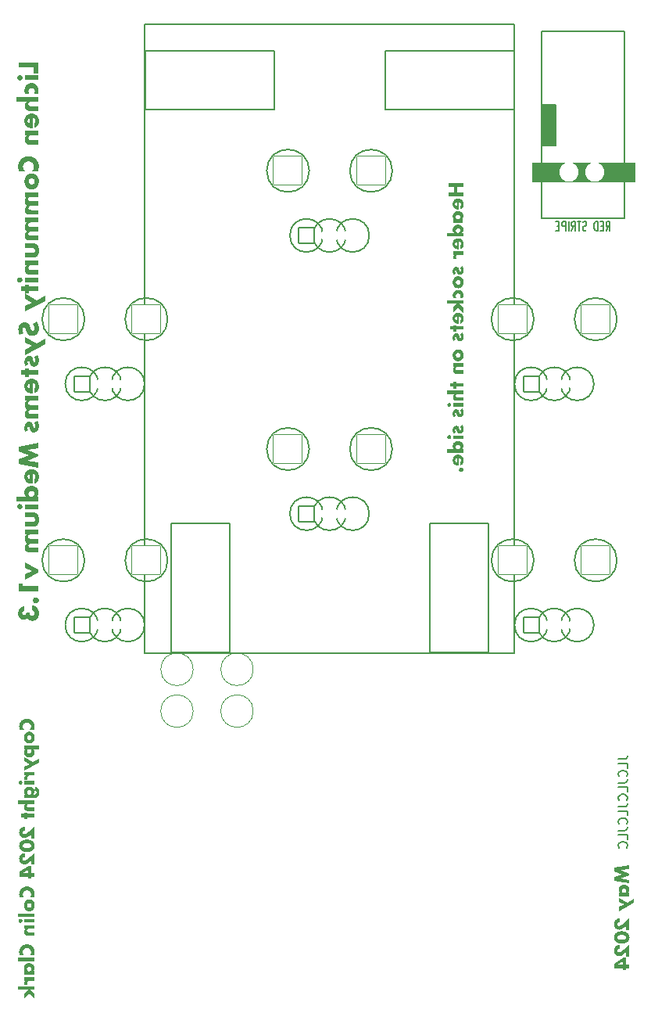
<source format=gbo>
G04 #@! TF.GenerationSoftware,KiCad,Pcbnew,7.0.8*
G04 #@! TF.CreationDate,2024-09-22T22:14:17-04:00*
G04 #@! TF.ProjectId,lichen-dev-module,6c696368-656e-42d6-9465-762d6d6f6475,1.0*
G04 #@! TF.SameCoordinates,Original*
G04 #@! TF.FileFunction,Legend,Bot*
G04 #@! TF.FilePolarity,Positive*
%FSLAX46Y46*%
G04 Gerber Fmt 4.6, Leading zero omitted, Abs format (unit mm)*
G04 Created by KiCad (PCBNEW 7.0.8) date 2024-09-22 22:14:17*
%MOMM*%
%LPD*%
G01*
G04 APERTURE LIST*
G04 Aperture macros list*
%AMRoundRect*
0 Rectangle with rounded corners*
0 $1 Rounding radius*
0 $2 $3 $4 $5 $6 $7 $8 $9 X,Y pos of 4 corners*
0 Add a 4 corners polygon primitive as box body*
4,1,4,$2,$3,$4,$5,$6,$7,$8,$9,$2,$3,0*
0 Add four circle primitives for the rounded corners*
1,1,$1+$1,$2,$3*
1,1,$1+$1,$4,$5*
1,1,$1+$1,$6,$7*
1,1,$1+$1,$8,$9*
0 Add four rect primitives between the rounded corners*
20,1,$1+$1,$2,$3,$4,$5,0*
20,1,$1+$1,$4,$5,$6,$7,0*
20,1,$1+$1,$6,$7,$8,$9,0*
20,1,$1+$1,$8,$9,$2,$3,0*%
G04 Aperture macros list end*
%ADD10C,0.200000*%
%ADD11C,0.250000*%
%ADD12C,0.153000*%
%ADD13C,0.127000*%
%ADD14C,0.101600*%
%ADD15C,0.152400*%
%ADD16C,0.203200*%
%ADD17C,0.120000*%
%ADD18C,2.000000*%
%ADD19RoundRect,0.076200X-0.825000X0.825000X-0.825000X-0.825000X0.825000X-0.825000X0.825000X0.825000X0*%
%ADD20C,1.802400*%
%ADD21RoundRect,0.076200X-1.558000X1.558000X-1.558000X-1.558000X1.558000X-1.558000X1.558000X1.558000X0*%
%ADD22C,2.032000*%
%ADD23R,1.800000X1.800000*%
%ADD24C,1.800000*%
%ADD25C,1.651000*%
%ADD26C,2.082800*%
G04 APERTURE END LIST*
D10*
G36*
X167855000Y-201264521D02*
G01*
X166260582Y-201533433D01*
X166260582Y-201940830D01*
X167110547Y-202257735D01*
X166260582Y-202572808D01*
X166260582Y-202980205D01*
X167855000Y-203249117D01*
X167855000Y-202839521D01*
X166937257Y-202702868D01*
X167855000Y-202329176D01*
X167855000Y-202165411D01*
X166937257Y-201810404D01*
X167855000Y-201674117D01*
X167855000Y-201264521D01*
G37*
G36*
X167305572Y-203379948D02*
G01*
X167321082Y-203380266D01*
X167336441Y-203380902D01*
X167351648Y-203381855D01*
X167366703Y-203383126D01*
X167381606Y-203384714D01*
X167396358Y-203386620D01*
X167410958Y-203388844D01*
X167425407Y-203391386D01*
X167446795Y-203395794D01*
X167467842Y-203400917D01*
X167488548Y-203406755D01*
X167508912Y-203413308D01*
X167528935Y-203420575D01*
X167542064Y-203425784D01*
X167561361Y-203434071D01*
X167580181Y-203442923D01*
X167598524Y-203452343D01*
X167616390Y-203462329D01*
X167633781Y-203472882D01*
X167650694Y-203484002D01*
X167667131Y-203495688D01*
X167683092Y-203507942D01*
X167698576Y-203520762D01*
X167713583Y-203534148D01*
X167723246Y-203543403D01*
X167737225Y-203557645D01*
X167750586Y-203572319D01*
X167763328Y-203587424D01*
X167775453Y-203602960D01*
X167786959Y-203618928D01*
X167797847Y-203635328D01*
X167808116Y-203652159D01*
X167817768Y-203669421D01*
X167826801Y-203687115D01*
X167835216Y-203705240D01*
X167840451Y-203717542D01*
X167847670Y-203736274D01*
X167854129Y-203755341D01*
X167859829Y-203774742D01*
X167864768Y-203794479D01*
X167868948Y-203814550D01*
X167872367Y-203834956D01*
X167875027Y-203855697D01*
X167876927Y-203876773D01*
X167878067Y-203898184D01*
X167878447Y-203919930D01*
X167877807Y-203945424D01*
X167875888Y-203970248D01*
X167872689Y-203994402D01*
X167868212Y-204017886D01*
X167862454Y-204040701D01*
X167855417Y-204062846D01*
X167847101Y-204084321D01*
X167837506Y-204105127D01*
X167826631Y-204125263D01*
X167814476Y-204144729D01*
X167801042Y-204163525D01*
X167786329Y-204181651D01*
X167770336Y-204199108D01*
X167753064Y-204215895D01*
X167734513Y-204232012D01*
X167714682Y-204247459D01*
X167831552Y-204247459D01*
X167831552Y-204622616D01*
X166752976Y-204622616D01*
X166752976Y-204247459D01*
X166863984Y-204247459D01*
X166846993Y-204230751D01*
X166831097Y-204213508D01*
X166816298Y-204195729D01*
X166802595Y-204177415D01*
X166789989Y-204158566D01*
X166778478Y-204139182D01*
X166768064Y-204119262D01*
X166758746Y-204098807D01*
X166750524Y-204077817D01*
X166743399Y-204056292D01*
X166737370Y-204034231D01*
X166734411Y-204020680D01*
X167057791Y-204020680D01*
X167057865Y-204026839D01*
X167058702Y-204042038D01*
X167060470Y-204056950D01*
X167063168Y-204071576D01*
X167066795Y-204085916D01*
X167071353Y-204099969D01*
X167076842Y-204113736D01*
X167080474Y-204121873D01*
X167087100Y-204134963D01*
X167095996Y-204149891D01*
X167105922Y-204163968D01*
X167116879Y-204177196D01*
X167128866Y-204189574D01*
X167139570Y-204199230D01*
X167153171Y-204210015D01*
X167167597Y-204219924D01*
X167180248Y-204227513D01*
X167193472Y-204234493D01*
X167207267Y-204240865D01*
X167212876Y-204243216D01*
X167227085Y-204248431D01*
X167241563Y-204252697D01*
X167256308Y-204256016D01*
X167271323Y-204258386D01*
X167286605Y-204259808D01*
X167302156Y-204260282D01*
X167308405Y-204260206D01*
X167323817Y-204259353D01*
X167338924Y-204257552D01*
X167353727Y-204254802D01*
X167368226Y-204251104D01*
X167382421Y-204246459D01*
X167396311Y-204240865D01*
X167404461Y-204237115D01*
X167417629Y-204230378D01*
X167432746Y-204221490D01*
X167447116Y-204211727D01*
X167460739Y-204201089D01*
X167473614Y-204189574D01*
X167479737Y-204183491D01*
X167491208Y-204170689D01*
X167501650Y-204157036D01*
X167511061Y-204142533D01*
X167519441Y-204127180D01*
X167525638Y-204113736D01*
X167527901Y-204108264D01*
X167532918Y-204094382D01*
X167537024Y-204080214D01*
X167540217Y-204065760D01*
X167542498Y-204051019D01*
X167543866Y-204035993D01*
X167544323Y-204020680D01*
X167544250Y-204014340D01*
X167543429Y-203998716D01*
X167541695Y-203983414D01*
X167539049Y-203968434D01*
X167535491Y-203953775D01*
X167531021Y-203939439D01*
X167525638Y-203925425D01*
X167522006Y-203917288D01*
X167515380Y-203904199D01*
X167506484Y-203889271D01*
X167496558Y-203875193D01*
X167485601Y-203861965D01*
X167473614Y-203849588D01*
X167462910Y-203840055D01*
X167449308Y-203829442D01*
X167434883Y-203819730D01*
X167422232Y-203812326D01*
X167409008Y-203805548D01*
X167395212Y-203799396D01*
X167389552Y-203797178D01*
X167375164Y-203792258D01*
X167360436Y-203788233D01*
X167345369Y-203785103D01*
X167329961Y-203782867D01*
X167314213Y-203781525D01*
X167298126Y-203781078D01*
X167282523Y-203781525D01*
X167267314Y-203782867D01*
X167252498Y-203785103D01*
X167238076Y-203788233D01*
X167221289Y-203793171D01*
X167205069Y-203799396D01*
X167199748Y-203801782D01*
X167184232Y-203809540D01*
X167169386Y-203818199D01*
X167155209Y-203827760D01*
X167141703Y-203838223D01*
X167128866Y-203849588D01*
X167122743Y-203855670D01*
X167111271Y-203868473D01*
X167100830Y-203882126D01*
X167091419Y-203896629D01*
X167083038Y-203911982D01*
X167076842Y-203925425D01*
X167074535Y-203930992D01*
X167069419Y-203945135D01*
X167065233Y-203959600D01*
X167061977Y-203974387D01*
X167059651Y-203989496D01*
X167058256Y-204004927D01*
X167057791Y-204020680D01*
X166734411Y-204020680D01*
X166732436Y-204011635D01*
X166728600Y-203988504D01*
X166725859Y-203964838D01*
X166724215Y-203940636D01*
X166723667Y-203915900D01*
X166723844Y-203901098D01*
X166724776Y-203879201D01*
X166726506Y-203857671D01*
X166729035Y-203836508D01*
X166732362Y-203815712D01*
X166736488Y-203795283D01*
X166741412Y-203775222D01*
X166747135Y-203755527D01*
X166753657Y-203736199D01*
X166760977Y-203717239D01*
X166769096Y-203698646D01*
X166774905Y-203686524D01*
X166784106Y-203668739D01*
X166793894Y-203651431D01*
X166804268Y-203634598D01*
X166815228Y-203618243D01*
X166826773Y-203602364D01*
X166838905Y-203586962D01*
X166851623Y-203572036D01*
X166864927Y-203557587D01*
X166878817Y-203543614D01*
X166893293Y-203530118D01*
X166903197Y-203521400D01*
X166918438Y-203508773D01*
X166934143Y-203496687D01*
X166950312Y-203485143D01*
X166966944Y-203474139D01*
X166984040Y-203463676D01*
X167001600Y-203453754D01*
X167019623Y-203444373D01*
X167038110Y-203435533D01*
X167057061Y-203427234D01*
X167076475Y-203419476D01*
X167089619Y-203414685D01*
X167109505Y-203408077D01*
X167129598Y-203402165D01*
X167149897Y-203396949D01*
X167170402Y-203392428D01*
X167191113Y-203388603D01*
X167212030Y-203385473D01*
X167233153Y-203383039D01*
X167254483Y-203381300D01*
X167276018Y-203380257D01*
X167297759Y-203379909D01*
X167305572Y-203379948D01*
G37*
G36*
X167708820Y-205298925D02*
G01*
X166776423Y-204777955D01*
X166776423Y-205219057D01*
X167329633Y-205506653D01*
X166776423Y-205785823D01*
X166776423Y-206222896D01*
X168394288Y-205357543D01*
X168394288Y-204931095D01*
X167708820Y-205298925D01*
G37*
G36*
X167855000Y-208273070D02*
G01*
X167855000Y-206998855D01*
X167440275Y-207390132D01*
X167419865Y-207409285D01*
X167399849Y-207427908D01*
X167380229Y-207446001D01*
X167361003Y-207463565D01*
X167342173Y-207480600D01*
X167323737Y-207497105D01*
X167305696Y-207513080D01*
X167288051Y-207528526D01*
X167270800Y-207543443D01*
X167253945Y-207557830D01*
X167237484Y-207571687D01*
X167221418Y-207585015D01*
X167205748Y-207597813D01*
X167190472Y-207610082D01*
X167175591Y-207621822D01*
X167161106Y-207633032D01*
X167146912Y-207643847D01*
X167132999Y-207654309D01*
X167119366Y-207664420D01*
X167106014Y-207674179D01*
X167092942Y-207683586D01*
X167080151Y-207692640D01*
X167067640Y-207701343D01*
X167055409Y-207709693D01*
X167037590Y-207721559D01*
X167020402Y-207732633D01*
X167003844Y-207742914D01*
X166987918Y-207752403D01*
X166972623Y-207761101D01*
X166967665Y-207763824D01*
X166953092Y-207771574D01*
X166939046Y-207778752D01*
X166925528Y-207785356D01*
X166908326Y-207793270D01*
X166892063Y-207800165D01*
X166876739Y-207806041D01*
X166862353Y-207810898D01*
X166845692Y-207815537D01*
X166839438Y-207816946D01*
X166824357Y-207820007D01*
X166807253Y-207822995D01*
X166791230Y-207825237D01*
X166776289Y-207826731D01*
X166760226Y-207827530D01*
X166755907Y-207827571D01*
X166740001Y-207827028D01*
X166724341Y-207825397D01*
X166708926Y-207822680D01*
X166693756Y-207818876D01*
X166685198Y-207816214D01*
X166670643Y-207810701D01*
X166656788Y-207804102D01*
X166643635Y-207796416D01*
X166631183Y-207787643D01*
X166624382Y-207782142D01*
X166613064Y-207771748D01*
X166602834Y-207760443D01*
X166593690Y-207748227D01*
X166585633Y-207735098D01*
X166581517Y-207727187D01*
X166575236Y-207712681D01*
X166570498Y-207697054D01*
X166567302Y-207680304D01*
X166565791Y-207665054D01*
X166565397Y-207651716D01*
X166565887Y-207636510D01*
X166568062Y-207617227D01*
X166571978Y-207599078D01*
X166577633Y-207582062D01*
X166585029Y-207566180D01*
X166594165Y-207551431D01*
X166605042Y-207537815D01*
X166617659Y-207525333D01*
X166621085Y-207522390D01*
X166635442Y-207511485D01*
X166650669Y-207502033D01*
X166666766Y-207494036D01*
X166683733Y-207487493D01*
X166701570Y-207482404D01*
X166720278Y-207478769D01*
X166734879Y-207476997D01*
X166749970Y-207476043D01*
X166760303Y-207475861D01*
X166775379Y-207476354D01*
X166791602Y-207477619D01*
X166807976Y-207479365D01*
X166823630Y-207481335D01*
X166829180Y-207482090D01*
X166829180Y-207030362D01*
X166812013Y-207030538D01*
X166795045Y-207031066D01*
X166778274Y-207031947D01*
X166761700Y-207033179D01*
X166745324Y-207034763D01*
X166729145Y-207036699D01*
X166713164Y-207038988D01*
X166697380Y-207041628D01*
X166681794Y-207044621D01*
X166666405Y-207047965D01*
X166651214Y-207051662D01*
X166636220Y-207055710D01*
X166621424Y-207060111D01*
X166606825Y-207064864D01*
X166592424Y-207069968D01*
X166578220Y-207075425D01*
X166564192Y-207081200D01*
X166550411Y-207087258D01*
X166536875Y-207093599D01*
X166523586Y-207100223D01*
X166510543Y-207107131D01*
X166497746Y-207114323D01*
X166479012Y-207125641D01*
X166460832Y-207137597D01*
X166443205Y-207150190D01*
X166426133Y-207163421D01*
X166409614Y-207177290D01*
X166393650Y-207191796D01*
X166383314Y-207201821D01*
X166368327Y-207217335D01*
X166354004Y-207233377D01*
X166340343Y-207249947D01*
X166327346Y-207267045D01*
X166315013Y-207284671D01*
X166303342Y-207302826D01*
X166292335Y-207321508D01*
X166281992Y-207340719D01*
X166272311Y-207360457D01*
X166266226Y-207373910D01*
X166260436Y-207387597D01*
X166257651Y-207394528D01*
X166252328Y-207408582D01*
X166247347Y-207422807D01*
X166242710Y-207437204D01*
X166238417Y-207451773D01*
X166234467Y-207466513D01*
X166230861Y-207481425D01*
X166227598Y-207496509D01*
X166224678Y-207511765D01*
X166222102Y-207527192D01*
X166219870Y-207542792D01*
X166217981Y-207558562D01*
X166216435Y-207574505D01*
X166215233Y-207590619D01*
X166214375Y-207606905D01*
X166213859Y-207623363D01*
X166213688Y-207639993D01*
X166213854Y-207656356D01*
X166214352Y-207672565D01*
X166215182Y-207688619D01*
X166216344Y-207704518D01*
X166217838Y-207720264D01*
X166219664Y-207735854D01*
X166221822Y-207751290D01*
X166224312Y-207766571D01*
X166227134Y-207781698D01*
X166230288Y-207796670D01*
X166233775Y-207811488D01*
X166237593Y-207826151D01*
X166241743Y-207840660D01*
X166246225Y-207855014D01*
X166251040Y-207869213D01*
X166256186Y-207883258D01*
X166261631Y-207897107D01*
X166267343Y-207910719D01*
X166276409Y-207930690D01*
X166286075Y-207950127D01*
X166296339Y-207969029D01*
X166307202Y-207987397D01*
X166318664Y-208005231D01*
X166330725Y-208022530D01*
X166343385Y-208039294D01*
X166356644Y-208055524D01*
X166370502Y-208071219D01*
X166375254Y-208076332D01*
X166389797Y-208091335D01*
X166404848Y-208105707D01*
X166420408Y-208119448D01*
X166436477Y-208132558D01*
X166453055Y-208145036D01*
X166470141Y-208156884D01*
X166487736Y-208168100D01*
X166505840Y-208178685D01*
X166524453Y-208188639D01*
X166543574Y-208197962D01*
X166556605Y-208203827D01*
X166576412Y-208212011D01*
X166596541Y-208219390D01*
X166616992Y-208225965D01*
X166637766Y-208231734D01*
X166658861Y-208236698D01*
X166680278Y-208240857D01*
X166702018Y-208244211D01*
X166716689Y-208246000D01*
X166731504Y-208247431D01*
X166746462Y-208248505D01*
X166761563Y-208249220D01*
X166776807Y-208249578D01*
X166784483Y-208249623D01*
X166800845Y-208249407D01*
X166817049Y-208248758D01*
X166833096Y-208247678D01*
X166848986Y-208246165D01*
X166864718Y-208244220D01*
X166880293Y-208241843D01*
X166895710Y-208239034D01*
X166910970Y-208235792D01*
X166926073Y-208232119D01*
X166941018Y-208228013D01*
X166955806Y-208223475D01*
X166970436Y-208218505D01*
X166984909Y-208213102D01*
X166999224Y-208207268D01*
X167013382Y-208201001D01*
X167027383Y-208194302D01*
X167041282Y-208187178D01*
X167055226Y-208179544D01*
X167069217Y-208171401D01*
X167083253Y-208162749D01*
X167097335Y-208153587D01*
X167111463Y-208143915D01*
X167125637Y-208133734D01*
X167139856Y-208123044D01*
X167154122Y-208111844D01*
X167168433Y-208100135D01*
X167182790Y-208087916D01*
X167197192Y-208075187D01*
X167211641Y-208061950D01*
X167226135Y-208048202D01*
X167240675Y-208033946D01*
X167255261Y-208019180D01*
X167503290Y-207759427D01*
X167503290Y-208273070D01*
X167855000Y-208273070D01*
G37*
G36*
X167080736Y-208411015D02*
G01*
X167104142Y-208411590D01*
X167127276Y-208412549D01*
X167150138Y-208413891D01*
X167172728Y-208415617D01*
X167195046Y-208417727D01*
X167217092Y-208420220D01*
X167238866Y-208423096D01*
X167260369Y-208426356D01*
X167281599Y-208430000D01*
X167302558Y-208434027D01*
X167323245Y-208438438D01*
X167343659Y-208443232D01*
X167363802Y-208448410D01*
X167383673Y-208453971D01*
X167403272Y-208459916D01*
X167422562Y-208466208D01*
X167441506Y-208472813D01*
X167460103Y-208479729D01*
X167478354Y-208486958D01*
X167496259Y-208494499D01*
X167513817Y-208502351D01*
X167531029Y-208510516D01*
X167547895Y-208518992D01*
X167564414Y-208527780D01*
X167580587Y-208536881D01*
X167596414Y-208546293D01*
X167611894Y-208556018D01*
X167627028Y-208566054D01*
X167641816Y-208576402D01*
X167656257Y-208587063D01*
X167670352Y-208598035D01*
X167684030Y-208609338D01*
X167697314Y-208620899D01*
X167710203Y-208632717D01*
X167722696Y-208644792D01*
X167734795Y-208657126D01*
X167746498Y-208669717D01*
X167757807Y-208682565D01*
X167768721Y-208695671D01*
X167779239Y-208709035D01*
X167789363Y-208722656D01*
X167799092Y-208736535D01*
X167808425Y-208750672D01*
X167817364Y-208765066D01*
X167825908Y-208779717D01*
X167834057Y-208794627D01*
X167841810Y-208809794D01*
X167849086Y-208825238D01*
X167855893Y-208840889D01*
X167862229Y-208856746D01*
X167868097Y-208872808D01*
X167873495Y-208889077D01*
X167878424Y-208905552D01*
X167882883Y-208922233D01*
X167886873Y-208939120D01*
X167890394Y-208956213D01*
X167893445Y-208973513D01*
X167896027Y-208991018D01*
X167898139Y-209008729D01*
X167899782Y-209026647D01*
X167900955Y-209044771D01*
X167901659Y-209063100D01*
X167901894Y-209081636D01*
X167901659Y-209099864D01*
X167900955Y-209117912D01*
X167899782Y-209135779D01*
X167898139Y-209153466D01*
X167896027Y-209170973D01*
X167893445Y-209188299D01*
X167890394Y-209205446D01*
X167886873Y-209222411D01*
X167882883Y-209239197D01*
X167878424Y-209255802D01*
X167873495Y-209272227D01*
X167868097Y-209288471D01*
X167862229Y-209304536D01*
X167855893Y-209320420D01*
X167849086Y-209336123D01*
X167841810Y-209351646D01*
X167834057Y-209366942D01*
X167825908Y-209381963D01*
X167817364Y-209396709D01*
X167808425Y-209411181D01*
X167799092Y-209425377D01*
X167789363Y-209439299D01*
X167779239Y-209452946D01*
X167768721Y-209466318D01*
X167757807Y-209479416D01*
X167746498Y-209492239D01*
X167734795Y-209504787D01*
X167722696Y-209517060D01*
X167710203Y-209529058D01*
X167697314Y-209540782D01*
X167684030Y-209552231D01*
X167670352Y-209563405D01*
X167656257Y-209574289D01*
X167641816Y-209584866D01*
X167627028Y-209595137D01*
X167611894Y-209605102D01*
X167596414Y-209614760D01*
X167580587Y-209624113D01*
X167564414Y-209633159D01*
X167547895Y-209641898D01*
X167531029Y-209650332D01*
X167513817Y-209658459D01*
X167496259Y-209666280D01*
X167478354Y-209673795D01*
X167460103Y-209681004D01*
X167441506Y-209687906D01*
X167422562Y-209694502D01*
X167403272Y-209700792D01*
X167383673Y-209706736D01*
X167363802Y-209712298D01*
X167343659Y-209717475D01*
X167323245Y-209722270D01*
X167302558Y-209726680D01*
X167281599Y-209730707D01*
X167260369Y-209734351D01*
X167238866Y-209737611D01*
X167217092Y-209740488D01*
X167195046Y-209742981D01*
X167172728Y-209745090D01*
X167150138Y-209746816D01*
X167127276Y-209748158D01*
X167104142Y-209749117D01*
X167080736Y-209749693D01*
X167057058Y-209749884D01*
X167033336Y-209749693D01*
X167009889Y-209749117D01*
X166986716Y-209748158D01*
X166963818Y-209746816D01*
X166941195Y-209745090D01*
X166918847Y-209742981D01*
X166896774Y-209740488D01*
X166874975Y-209737611D01*
X166853451Y-209734351D01*
X166832202Y-209730707D01*
X166811228Y-209726680D01*
X166790528Y-209722270D01*
X166770103Y-209717475D01*
X166749953Y-209712298D01*
X166730078Y-209706736D01*
X166710478Y-209700792D01*
X166691193Y-209694502D01*
X166672267Y-209687906D01*
X166653698Y-209681004D01*
X166635487Y-209673795D01*
X166617634Y-209666280D01*
X166600139Y-209658459D01*
X166583001Y-209650332D01*
X166566222Y-209641898D01*
X166549800Y-209633159D01*
X166533735Y-209624113D01*
X166518029Y-209614760D01*
X166502680Y-209605102D01*
X166487689Y-209595137D01*
X166473056Y-209584866D01*
X166458781Y-209574289D01*
X166444863Y-209563405D01*
X166431274Y-209552231D01*
X166418073Y-209540782D01*
X166405262Y-209529058D01*
X166392840Y-209517060D01*
X166380807Y-209504787D01*
X166369163Y-209492239D01*
X166357909Y-209479416D01*
X166347044Y-209466318D01*
X166336568Y-209452946D01*
X166326482Y-209439299D01*
X166316785Y-209425377D01*
X166307477Y-209411181D01*
X166298558Y-209396709D01*
X166290029Y-209381963D01*
X166281889Y-209366942D01*
X166274138Y-209351646D01*
X166266818Y-209336123D01*
X166259970Y-209320420D01*
X166253594Y-209304536D01*
X166247691Y-209288471D01*
X166242260Y-209272227D01*
X166237301Y-209255802D01*
X166232814Y-209239197D01*
X166228800Y-209222411D01*
X166225258Y-209205446D01*
X166222188Y-209188299D01*
X166219591Y-209170973D01*
X166217466Y-209153466D01*
X166215813Y-209135779D01*
X166214632Y-209117912D01*
X166213924Y-209099864D01*
X166213688Y-209081636D01*
X166588845Y-209081636D01*
X166589388Y-209096416D01*
X166591598Y-209114473D01*
X166595506Y-209132065D01*
X166601115Y-209149192D01*
X166608422Y-209165854D01*
X166615492Y-209178848D01*
X166623649Y-209191545D01*
X166632682Y-209203927D01*
X166642563Y-209215794D01*
X166653290Y-209227146D01*
X166664865Y-209237982D01*
X166677287Y-209248303D01*
X166690556Y-209258109D01*
X166704673Y-209267400D01*
X166719637Y-209276175D01*
X166727429Y-209280376D01*
X166743606Y-209288424D01*
X166760574Y-209296003D01*
X166778331Y-209303113D01*
X166792167Y-209308137D01*
X166806448Y-209312898D01*
X166821173Y-209317394D01*
X166836342Y-209321626D01*
X166851956Y-209325594D01*
X166868014Y-209329298D01*
X166878885Y-209331649D01*
X166895427Y-209334892D01*
X166912253Y-209337793D01*
X166929362Y-209340353D01*
X166946754Y-209342572D01*
X166964429Y-209344449D01*
X166982389Y-209345985D01*
X167000631Y-209347180D01*
X167019157Y-209348033D01*
X167037966Y-209348545D01*
X167057058Y-209348715D01*
X167070037Y-209348640D01*
X167089231Y-209348241D01*
X167108097Y-209347502D01*
X167126635Y-209346421D01*
X167144844Y-209344999D01*
X167162725Y-209343235D01*
X167180277Y-209341131D01*
X167197500Y-209338684D01*
X167214396Y-209335897D01*
X167230963Y-209332768D01*
X167247201Y-209329298D01*
X167252514Y-209328093D01*
X167268187Y-209324301D01*
X167283461Y-209320245D01*
X167298335Y-209315924D01*
X167312810Y-209311340D01*
X167326885Y-209306492D01*
X167345032Y-209299617D01*
X167362469Y-209292272D01*
X167379195Y-209284459D01*
X167395212Y-209276175D01*
X167410434Y-209267400D01*
X167424773Y-209258109D01*
X167438232Y-209248303D01*
X167450808Y-209237982D01*
X167462503Y-209227146D01*
X167473317Y-209215794D01*
X167483249Y-209203927D01*
X167492299Y-209191545D01*
X167500370Y-209178848D01*
X167507366Y-209165854D01*
X167514596Y-209149192D01*
X167520145Y-209132065D01*
X167524013Y-209114473D01*
X167526199Y-209096416D01*
X167526737Y-209081636D01*
X167526603Y-209073901D01*
X167525526Y-209058731D01*
X167523374Y-209043962D01*
X167520145Y-209029594D01*
X167514596Y-209012197D01*
X167507366Y-208995426D01*
X167500370Y-208982460D01*
X167492299Y-208969895D01*
X167483249Y-208957839D01*
X167473317Y-208946219D01*
X167462503Y-208935033D01*
X167450808Y-208924282D01*
X167438232Y-208913967D01*
X167424773Y-208904087D01*
X167410434Y-208894641D01*
X167395212Y-208885631D01*
X167387293Y-208881296D01*
X167370921Y-208872996D01*
X167353839Y-208865188D01*
X167336047Y-208857872D01*
X167322238Y-208852708D01*
X167308029Y-208847821D01*
X167293421Y-208843211D01*
X167278414Y-208838878D01*
X167263007Y-208834822D01*
X167247201Y-208831043D01*
X167236412Y-208828736D01*
X167219955Y-208825554D01*
X167203169Y-208822708D01*
X167186054Y-208820196D01*
X167168612Y-208818020D01*
X167150841Y-208816178D01*
X167132741Y-208814671D01*
X167114313Y-208813499D01*
X167095556Y-208812662D01*
X167076471Y-208812159D01*
X167057058Y-208811992D01*
X167044298Y-208812066D01*
X167025395Y-208812457D01*
X167006775Y-208813183D01*
X166988438Y-208814243D01*
X166970384Y-208815638D01*
X166952614Y-208817369D01*
X166935128Y-208819434D01*
X166917924Y-208821834D01*
X166901004Y-208824568D01*
X166884367Y-208827638D01*
X166868014Y-208831043D01*
X166862612Y-208832272D01*
X166846702Y-208836143D01*
X166831236Y-208840292D01*
X166816215Y-208844717D01*
X166801638Y-208849419D01*
X166787506Y-208854398D01*
X166769353Y-208861468D01*
X166751991Y-208869030D01*
X166735419Y-208877084D01*
X166719637Y-208885631D01*
X166704673Y-208894641D01*
X166690556Y-208904087D01*
X166677287Y-208913967D01*
X166664865Y-208924282D01*
X166653290Y-208935033D01*
X166642563Y-208946219D01*
X166632682Y-208957839D01*
X166623649Y-208969895D01*
X166617429Y-208979281D01*
X166610088Y-208992147D01*
X166603834Y-209005413D01*
X166597546Y-209022560D01*
X166593739Y-209036728D01*
X166591020Y-209051296D01*
X166589388Y-209066266D01*
X166588845Y-209081636D01*
X166213688Y-209081636D01*
X166213924Y-209063100D01*
X166214632Y-209044771D01*
X166215813Y-209026647D01*
X166217466Y-209008729D01*
X166219591Y-208991018D01*
X166222188Y-208973513D01*
X166225258Y-208956213D01*
X166228800Y-208939120D01*
X166232814Y-208922233D01*
X166237301Y-208905552D01*
X166242260Y-208889077D01*
X166247691Y-208872808D01*
X166253594Y-208856746D01*
X166259970Y-208840889D01*
X166266818Y-208825238D01*
X166274138Y-208809794D01*
X166281889Y-208794627D01*
X166290029Y-208779717D01*
X166298558Y-208765066D01*
X166307477Y-208750672D01*
X166316785Y-208736535D01*
X166326482Y-208722656D01*
X166336568Y-208709035D01*
X166347044Y-208695671D01*
X166357909Y-208682565D01*
X166369163Y-208669717D01*
X166380807Y-208657126D01*
X166392840Y-208644792D01*
X166405262Y-208632717D01*
X166418073Y-208620899D01*
X166431274Y-208609338D01*
X166444863Y-208598035D01*
X166458781Y-208587063D01*
X166473056Y-208576402D01*
X166487689Y-208566054D01*
X166502680Y-208556018D01*
X166518029Y-208546293D01*
X166533735Y-208536881D01*
X166549800Y-208527780D01*
X166566222Y-208518992D01*
X166583001Y-208510516D01*
X166600139Y-208502351D01*
X166617634Y-208494499D01*
X166635487Y-208486958D01*
X166653698Y-208479729D01*
X166672267Y-208472813D01*
X166691193Y-208466208D01*
X166710478Y-208459916D01*
X166730078Y-208453971D01*
X166749953Y-208448410D01*
X166770103Y-208443232D01*
X166790528Y-208438438D01*
X166811228Y-208434027D01*
X166832202Y-208430000D01*
X166853451Y-208426356D01*
X166874975Y-208423096D01*
X166896774Y-208420220D01*
X166918847Y-208417727D01*
X166941195Y-208415617D01*
X166963818Y-208413891D01*
X166986716Y-208412549D01*
X167009889Y-208411590D01*
X167033336Y-208411015D01*
X167057058Y-208410823D01*
X167080736Y-208411015D01*
G37*
G36*
X167855000Y-211127780D02*
G01*
X167855000Y-209853565D01*
X167440275Y-210244842D01*
X167419865Y-210263995D01*
X167399849Y-210282618D01*
X167380229Y-210300712D01*
X167361003Y-210318276D01*
X167342173Y-210335310D01*
X167323737Y-210351815D01*
X167305696Y-210367791D01*
X167288051Y-210383237D01*
X167270800Y-210398153D01*
X167253945Y-210412540D01*
X167237484Y-210426397D01*
X167221418Y-210439725D01*
X167205748Y-210452524D01*
X167190472Y-210464793D01*
X167175591Y-210476532D01*
X167161106Y-210487742D01*
X167146912Y-210498557D01*
X167132999Y-210509020D01*
X167119366Y-210519131D01*
X167106014Y-210528889D01*
X167092942Y-210538296D01*
X167080151Y-210547351D01*
X167067640Y-210556053D01*
X167055409Y-210564404D01*
X167037590Y-210576269D01*
X167020402Y-210587343D01*
X167003844Y-210597624D01*
X166987918Y-210607114D01*
X166972623Y-210615811D01*
X166967665Y-210618534D01*
X166953092Y-210626285D01*
X166939046Y-210633462D01*
X166925528Y-210640066D01*
X166908326Y-210647980D01*
X166892063Y-210654875D01*
X166876739Y-210660751D01*
X166862353Y-210665609D01*
X166845692Y-210670247D01*
X166839438Y-210671657D01*
X166824357Y-210674718D01*
X166807253Y-210677706D01*
X166791230Y-210679947D01*
X166776289Y-210681441D01*
X166760226Y-210682240D01*
X166755907Y-210682281D01*
X166740001Y-210681738D01*
X166724341Y-210680108D01*
X166708926Y-210677390D01*
X166693756Y-210673586D01*
X166685198Y-210670924D01*
X166670643Y-210665412D01*
X166656788Y-210658813D01*
X166643635Y-210651127D01*
X166631183Y-210642353D01*
X166624382Y-210636852D01*
X166613064Y-210626459D01*
X166602834Y-210615154D01*
X166593690Y-210602937D01*
X166585633Y-210589809D01*
X166581517Y-210581898D01*
X166575236Y-210567392D01*
X166570498Y-210551764D01*
X166567302Y-210535014D01*
X166565791Y-210519765D01*
X166565397Y-210506427D01*
X166565887Y-210491221D01*
X166568062Y-210471938D01*
X166571978Y-210453789D01*
X166577633Y-210436773D01*
X166585029Y-210420890D01*
X166594165Y-210406141D01*
X166605042Y-210392526D01*
X166617659Y-210380043D01*
X166621085Y-210377100D01*
X166635442Y-210366195D01*
X166650669Y-210356744D01*
X166666766Y-210348747D01*
X166683733Y-210342204D01*
X166701570Y-210337115D01*
X166720278Y-210333480D01*
X166734879Y-210331708D01*
X166749970Y-210330753D01*
X166760303Y-210330572D01*
X166775379Y-210331064D01*
X166791602Y-210332329D01*
X166807976Y-210334075D01*
X166823630Y-210336046D01*
X166829180Y-210336800D01*
X166829180Y-209885073D01*
X166812013Y-209885249D01*
X166795045Y-209885777D01*
X166778274Y-209886657D01*
X166761700Y-209887889D01*
X166745324Y-209889473D01*
X166729145Y-209891410D01*
X166713164Y-209893698D01*
X166697380Y-209896338D01*
X166681794Y-209899331D01*
X166666405Y-209902675D01*
X166651214Y-209906372D01*
X166636220Y-209910421D01*
X166621424Y-209914821D01*
X166606825Y-209919574D01*
X166592424Y-209924679D01*
X166578220Y-209930136D01*
X166564192Y-209935910D01*
X166550411Y-209941968D01*
X166536875Y-209948309D01*
X166523586Y-209954934D01*
X166510543Y-209961842D01*
X166497746Y-209969033D01*
X166479012Y-209980351D01*
X166460832Y-209992307D01*
X166443205Y-210004901D01*
X166426133Y-210018132D01*
X166409614Y-210032000D01*
X166393650Y-210046506D01*
X166383314Y-210056531D01*
X166368327Y-210072045D01*
X166354004Y-210088087D01*
X166340343Y-210104657D01*
X166327346Y-210121756D01*
X166315013Y-210139382D01*
X166303342Y-210157536D01*
X166292335Y-210176219D01*
X166281992Y-210195429D01*
X166272311Y-210215168D01*
X166266226Y-210228620D01*
X166260436Y-210242307D01*
X166257651Y-210249239D01*
X166252328Y-210263292D01*
X166247347Y-210277518D01*
X166242710Y-210291915D01*
X166238417Y-210306483D01*
X166234467Y-210321224D01*
X166230861Y-210336136D01*
X166227598Y-210351220D01*
X166224678Y-210366475D01*
X166222102Y-210381903D01*
X166219870Y-210397502D01*
X166217981Y-210413273D01*
X166216435Y-210429215D01*
X166215233Y-210445330D01*
X166214375Y-210461616D01*
X166213859Y-210478073D01*
X166213688Y-210494703D01*
X166213854Y-210511066D01*
X166214352Y-210527275D01*
X166215182Y-210543329D01*
X166216344Y-210559229D01*
X166217838Y-210574974D01*
X166219664Y-210590564D01*
X166221822Y-210606000D01*
X166224312Y-210621282D01*
X166227134Y-210636409D01*
X166230288Y-210651381D01*
X166233775Y-210666199D01*
X166237593Y-210680862D01*
X166241743Y-210695370D01*
X166246225Y-210709724D01*
X166251040Y-210723924D01*
X166256186Y-210737969D01*
X166261631Y-210751818D01*
X166267343Y-210765429D01*
X166276409Y-210785400D01*
X166286075Y-210804837D01*
X166296339Y-210823740D01*
X166307202Y-210842108D01*
X166318664Y-210859941D01*
X166330725Y-210877240D01*
X166343385Y-210894005D01*
X166356644Y-210910234D01*
X166370502Y-210925930D01*
X166375254Y-210931043D01*
X166389797Y-210946046D01*
X166404848Y-210960418D01*
X166420408Y-210974159D01*
X166436477Y-210987268D01*
X166453055Y-210999747D01*
X166470141Y-211011594D01*
X166487736Y-211022811D01*
X166505840Y-211033396D01*
X166524453Y-211043350D01*
X166543574Y-211052673D01*
X166556605Y-211058538D01*
X166576412Y-211066722D01*
X166596541Y-211074101D01*
X166616992Y-211080675D01*
X166637766Y-211086444D01*
X166658861Y-211091408D01*
X166680278Y-211095568D01*
X166702018Y-211098922D01*
X166716689Y-211100711D01*
X166731504Y-211102142D01*
X166746462Y-211103215D01*
X166761563Y-211103931D01*
X166776807Y-211104288D01*
X166784483Y-211104333D01*
X166800845Y-211104117D01*
X166817049Y-211103469D01*
X166833096Y-211102388D01*
X166848986Y-211100876D01*
X166864718Y-211098931D01*
X166880293Y-211096554D01*
X166895710Y-211093744D01*
X166910970Y-211090503D01*
X166926073Y-211086829D01*
X166941018Y-211082723D01*
X166955806Y-211078185D01*
X166970436Y-211073215D01*
X166984909Y-211067813D01*
X166999224Y-211061978D01*
X167013382Y-211055711D01*
X167027383Y-211049012D01*
X167041282Y-211041888D01*
X167055226Y-211034254D01*
X167069217Y-211026111D01*
X167083253Y-211017459D01*
X167097335Y-211008297D01*
X167111463Y-210998626D01*
X167125637Y-210988445D01*
X167139856Y-210977754D01*
X167154122Y-210966554D01*
X167168433Y-210954845D01*
X167182790Y-210942626D01*
X167197192Y-210929898D01*
X167211641Y-210916660D01*
X167226135Y-210902913D01*
X167240675Y-210888656D01*
X167255261Y-210873890D01*
X167503290Y-210614138D01*
X167503290Y-211127780D01*
X167855000Y-211127780D01*
G37*
G36*
X167526737Y-212051018D02*
G01*
X167855000Y-212051018D01*
X167855000Y-212426175D01*
X167526737Y-212426175D01*
X167526737Y-212613754D01*
X167198475Y-212613754D01*
X167198475Y-212426175D01*
X166260582Y-212426175D01*
X166260582Y-212051018D01*
X166578220Y-212051018D01*
X167198475Y-212051018D01*
X167198475Y-211683189D01*
X166578220Y-212051018D01*
X166260582Y-212051018D01*
X166260582Y-211889452D01*
X167250865Y-211277257D01*
X167526737Y-211277257D01*
X167526737Y-212051018D01*
G37*
D11*
G36*
X101724110Y-114893733D02*
G01*
X103381053Y-114893733D01*
X103381053Y-115562470D01*
X103850000Y-115562470D01*
X103850000Y-114358841D01*
X101724110Y-114358841D01*
X101724110Y-114893733D01*
G37*
G36*
X102411898Y-116285429D02*
G01*
X103850000Y-116285429D01*
X103850000Y-115785219D01*
X102411898Y-115785219D01*
X102411898Y-116285429D01*
G37*
G36*
X101849162Y-115753956D02*
G01*
X101827621Y-115754729D01*
X101806595Y-115757047D01*
X101786084Y-115760911D01*
X101766089Y-115766321D01*
X101746609Y-115773276D01*
X101740230Y-115775938D01*
X101721442Y-115784765D01*
X101703548Y-115794760D01*
X101686546Y-115805923D01*
X101670437Y-115818253D01*
X101655222Y-115831751D01*
X101650348Y-115836510D01*
X101636461Y-115851411D01*
X101623741Y-115867170D01*
X101612189Y-115883788D01*
X101601805Y-115901265D01*
X101592589Y-115919601D01*
X101589776Y-115925903D01*
X101582306Y-115945378D01*
X101576381Y-115965333D01*
X101572002Y-115985769D01*
X101569168Y-116006687D01*
X101567880Y-116028084D01*
X101567794Y-116035324D01*
X101568567Y-116056865D01*
X101570886Y-116077891D01*
X101574750Y-116098402D01*
X101580159Y-116118397D01*
X101587114Y-116137877D01*
X101589776Y-116144256D01*
X101598603Y-116163027D01*
X101608598Y-116180870D01*
X101619761Y-116197786D01*
X101632091Y-116213774D01*
X101645589Y-116228835D01*
X101650348Y-116233649D01*
X101665266Y-116247537D01*
X101681077Y-116260256D01*
X101697781Y-116271808D01*
X101715378Y-116282192D01*
X101733868Y-116291409D01*
X101740230Y-116294221D01*
X101759538Y-116301858D01*
X101779362Y-116307914D01*
X101799701Y-116312391D01*
X101820555Y-116315287D01*
X101841924Y-116316604D01*
X101849162Y-116316692D01*
X101870554Y-116315902D01*
X101891500Y-116313532D01*
X101911999Y-116309582D01*
X101932052Y-116304052D01*
X101951658Y-116296942D01*
X101958094Y-116294221D01*
X101976882Y-116285394D01*
X101994777Y-116275399D01*
X102011778Y-116264237D01*
X102027887Y-116251906D01*
X102043102Y-116238408D01*
X102047976Y-116233649D01*
X102061714Y-116218897D01*
X102074354Y-116203218D01*
X102085894Y-116186611D01*
X102096336Y-116169077D01*
X102105678Y-116150616D01*
X102108548Y-116144256D01*
X102116018Y-116124948D01*
X102121943Y-116105124D01*
X102126322Y-116084785D01*
X102129156Y-116063931D01*
X102130444Y-116042562D01*
X102130530Y-116035324D01*
X102129757Y-116013766D01*
X102127439Y-115992688D01*
X102123575Y-115972092D01*
X102118165Y-115951976D01*
X102111210Y-115932341D01*
X102108548Y-115925903D01*
X102099572Y-115907282D01*
X102089497Y-115889519D01*
X102078323Y-115872614D01*
X102066050Y-115856569D01*
X102052677Y-115841382D01*
X102047976Y-115836510D01*
X102033058Y-115822623D01*
X102017247Y-115809903D01*
X102000543Y-115798351D01*
X101982946Y-115787967D01*
X101964456Y-115778751D01*
X101958094Y-115775938D01*
X101938637Y-115768468D01*
X101918733Y-115762543D01*
X101898383Y-115758164D01*
X101877586Y-115755330D01*
X101856342Y-115754042D01*
X101849162Y-115753956D01*
G37*
G36*
X102875959Y-117748932D02*
G01*
X102865193Y-117732621D01*
X102850347Y-117708126D01*
X102837063Y-117683597D01*
X102825343Y-117659033D01*
X102815185Y-117634435D01*
X102806589Y-117609803D01*
X102799557Y-117585136D01*
X102794087Y-117560435D01*
X102790180Y-117535700D01*
X102787836Y-117510931D01*
X102787055Y-117486127D01*
X102787675Y-117463773D01*
X102789535Y-117441896D01*
X102792636Y-117420496D01*
X102796977Y-117399573D01*
X102802558Y-117379127D01*
X102809380Y-117359158D01*
X102812456Y-117351304D01*
X102820754Y-117332287D01*
X102830078Y-117314010D01*
X102840427Y-117296471D01*
X102851802Y-117279673D01*
X102864202Y-117263613D01*
X102877629Y-117248293D01*
X102883286Y-117242372D01*
X102898053Y-117228218D01*
X102913654Y-117215067D01*
X102930091Y-117202916D01*
X102947362Y-117191768D01*
X102965468Y-117181622D01*
X102984409Y-117172477D01*
X102992219Y-117169099D01*
X103012116Y-117161500D01*
X103032729Y-117155189D01*
X103054057Y-117150166D01*
X103076101Y-117146431D01*
X103098860Y-117143983D01*
X103122335Y-117142824D01*
X103131926Y-117142721D01*
X103155136Y-117143365D01*
X103177750Y-117145297D01*
X103199767Y-117148517D01*
X103221189Y-117153025D01*
X103242014Y-117158821D01*
X103262242Y-117165905D01*
X103270167Y-117169099D01*
X103289301Y-117177808D01*
X103307624Y-117187446D01*
X103325136Y-117198015D01*
X103341837Y-117209514D01*
X103357727Y-117221943D01*
X103372806Y-117235302D01*
X103378611Y-117240907D01*
X103392459Y-117255545D01*
X103405306Y-117271065D01*
X103417151Y-117287468D01*
X103427994Y-117304753D01*
X103437835Y-117322921D01*
X103446674Y-117341972D01*
X103449930Y-117349839D01*
X103457107Y-117370039D01*
X103463067Y-117390645D01*
X103467811Y-117411656D01*
X103471339Y-117433072D01*
X103473650Y-117454894D01*
X103474745Y-117477122D01*
X103474842Y-117486127D01*
X103473984Y-117512342D01*
X103471408Y-117538230D01*
X103467114Y-117563793D01*
X103461104Y-117589029D01*
X103453376Y-117613939D01*
X103443931Y-117638523D01*
X103432768Y-117662780D01*
X103419888Y-117686711D01*
X103405291Y-117710316D01*
X103388976Y-117733594D01*
X103377145Y-117748932D01*
X103801639Y-117748932D01*
X103811281Y-117725502D01*
X103820301Y-117702228D01*
X103828699Y-117679111D01*
X103836475Y-117656150D01*
X103843628Y-117633346D01*
X103850160Y-117610698D01*
X103856069Y-117588207D01*
X103861357Y-117565872D01*
X103866022Y-117543693D01*
X103870066Y-117521671D01*
X103873487Y-117499806D01*
X103876286Y-117478097D01*
X103878463Y-117456544D01*
X103880018Y-117435148D01*
X103880952Y-117413909D01*
X103881263Y-117392826D01*
X103881055Y-117373284D01*
X103879963Y-117344194D01*
X103877935Y-117315370D01*
X103874971Y-117286812D01*
X103871071Y-117258521D01*
X103866235Y-117230495D01*
X103860464Y-117202736D01*
X103853756Y-117175243D01*
X103846113Y-117148016D01*
X103837533Y-117121055D01*
X103828018Y-117094361D01*
X103817626Y-117068092D01*
X103806419Y-117042406D01*
X103794397Y-117017304D01*
X103781558Y-116992786D01*
X103767904Y-116968853D01*
X103753434Y-116945503D01*
X103738148Y-116922736D01*
X103722047Y-116900554D01*
X103705130Y-116878956D01*
X103687397Y-116857942D01*
X103675122Y-116844256D01*
X103656002Y-116824397D01*
X103636195Y-116805301D01*
X103615702Y-116786970D01*
X103594521Y-116769404D01*
X103572654Y-116752601D01*
X103550100Y-116736562D01*
X103526859Y-116721288D01*
X103502930Y-116706778D01*
X103478315Y-116693032D01*
X103453013Y-116680051D01*
X103435764Y-116671821D01*
X103409377Y-116660385D01*
X103382423Y-116650074D01*
X103354903Y-116640887D01*
X103326816Y-116632826D01*
X103307777Y-116628077D01*
X103288485Y-116623827D01*
X103268942Y-116620078D01*
X103249147Y-116616828D01*
X103229100Y-116614078D01*
X103208801Y-116611829D01*
X103188250Y-116610079D01*
X103167448Y-116608829D01*
X103146393Y-116608079D01*
X103125087Y-116607829D01*
X103103828Y-116608070D01*
X103082795Y-116608791D01*
X103061986Y-116609993D01*
X103041403Y-116611676D01*
X103021045Y-116613840D01*
X103000912Y-116616485D01*
X102981004Y-116619610D01*
X102961322Y-116623217D01*
X102941865Y-116627304D01*
X102922632Y-116631872D01*
X102903625Y-116636921D01*
X102884843Y-116642451D01*
X102857093Y-116651647D01*
X102829849Y-116661925D01*
X102811967Y-116669378D01*
X102785662Y-116681314D01*
X102760052Y-116694039D01*
X102735138Y-116707555D01*
X102710920Y-116721860D01*
X102687396Y-116736955D01*
X102664569Y-116752841D01*
X102642437Y-116769516D01*
X102621000Y-116786981D01*
X102600259Y-116805237D01*
X102580213Y-116824282D01*
X102567236Y-116837418D01*
X102548397Y-116857828D01*
X102530348Y-116878943D01*
X102513089Y-116900761D01*
X102496619Y-116923284D01*
X102480940Y-116946511D01*
X102466051Y-116970442D01*
X102451952Y-116995077D01*
X102438642Y-117020416D01*
X102426123Y-117046460D01*
X102414393Y-117073207D01*
X102407013Y-117091430D01*
X102400033Y-117109891D01*
X102393503Y-117128517D01*
X102387424Y-117147306D01*
X102381795Y-117166260D01*
X102376616Y-117185378D01*
X102371888Y-117204660D01*
X102367610Y-117224105D01*
X102363782Y-117243715D01*
X102360404Y-117263490D01*
X102357477Y-117283428D01*
X102355000Y-117303530D01*
X102352974Y-117323797D01*
X102351398Y-117344227D01*
X102350272Y-117364822D01*
X102349597Y-117385581D01*
X102349371Y-117406503D01*
X102349690Y-117429594D01*
X102350646Y-117452459D01*
X102352239Y-117475099D01*
X102354470Y-117497514D01*
X102357338Y-117519704D01*
X102360843Y-117541669D01*
X102364986Y-117563408D01*
X102369766Y-117584923D01*
X102375183Y-117606212D01*
X102381238Y-117627276D01*
X102387929Y-117648115D01*
X102395259Y-117668729D01*
X102403225Y-117689117D01*
X102411829Y-117709281D01*
X102421070Y-117729219D01*
X102430949Y-117748932D01*
X102875959Y-117748932D01*
G37*
G36*
X101505268Y-118112365D02*
G01*
X101505268Y-118612575D01*
X102595080Y-118612575D01*
X102579530Y-118625409D01*
X102564633Y-118638266D01*
X102543512Y-118657594D01*
X102523858Y-118676974D01*
X102505673Y-118696406D01*
X102488956Y-118715889D01*
X102473708Y-118735424D01*
X102459928Y-118755010D01*
X102447616Y-118774648D01*
X102436772Y-118794337D01*
X102427397Y-118814078D01*
X102424598Y-118820669D01*
X102416741Y-118840858D01*
X102409657Y-118861674D01*
X102403346Y-118883116D01*
X102397808Y-118905185D01*
X102393042Y-118927881D01*
X102389049Y-118951204D01*
X102385829Y-118975154D01*
X102383382Y-118999730D01*
X102381708Y-119024933D01*
X102380806Y-119050763D01*
X102380635Y-119068332D01*
X102381220Y-119101520D01*
X102382978Y-119133674D01*
X102385907Y-119164794D01*
X102390007Y-119194880D01*
X102395280Y-119223932D01*
X102401723Y-119251949D01*
X102409339Y-119278932D01*
X102418126Y-119304881D01*
X102428084Y-119329796D01*
X102439215Y-119353676D01*
X102451516Y-119376522D01*
X102464990Y-119398334D01*
X102479635Y-119419112D01*
X102495452Y-119438856D01*
X102512440Y-119457565D01*
X102530600Y-119475240D01*
X102549756Y-119491921D01*
X102569732Y-119507526D01*
X102590529Y-119522055D01*
X102612146Y-119535507D01*
X102634584Y-119547883D01*
X102657843Y-119559183D01*
X102681921Y-119569407D01*
X102706821Y-119578555D01*
X102732541Y-119586626D01*
X102759081Y-119593622D01*
X102786442Y-119599541D01*
X102814624Y-119604384D01*
X102843625Y-119608150D01*
X102873448Y-119610841D01*
X102904091Y-119612455D01*
X102935554Y-119612993D01*
X103850000Y-119612993D01*
X103850000Y-119112784D01*
X103125575Y-119112784D01*
X103105520Y-119112634D01*
X103079928Y-119111966D01*
X103055648Y-119110764D01*
X103032682Y-119109027D01*
X103011028Y-119106757D01*
X102990687Y-119103952D01*
X102967107Y-119099694D01*
X102949720Y-119095687D01*
X102929418Y-119089948D01*
X102910642Y-119083112D01*
X102890125Y-119073461D01*
X102871807Y-119062229D01*
X102855687Y-119049418D01*
X102846161Y-119040000D01*
X102832308Y-119022826D01*
X102820302Y-119004767D01*
X102810143Y-118985823D01*
X102801831Y-118965994D01*
X102795367Y-118945279D01*
X102790749Y-118923679D01*
X102787978Y-118901193D01*
X102787055Y-118877822D01*
X102787733Y-118854262D01*
X102789768Y-118831758D01*
X102793160Y-118810310D01*
X102797908Y-118789918D01*
X102804013Y-118770582D01*
X102811475Y-118752302D01*
X102823535Y-118729573D01*
X102838006Y-118708720D01*
X102854889Y-118689746D01*
X102864235Y-118680963D01*
X102884446Y-118664934D01*
X102900967Y-118654315D01*
X102918656Y-118644899D01*
X102937512Y-118636684D01*
X102957536Y-118629672D01*
X102978728Y-118623861D01*
X103001088Y-118619253D01*
X103024615Y-118615847D01*
X103049310Y-118613643D01*
X103075173Y-118612641D01*
X103084054Y-118612575D01*
X103850000Y-118612575D01*
X103850000Y-118112365D01*
X101505268Y-118112365D01*
G37*
G36*
X103159638Y-119908268D02*
G01*
X103181224Y-119908954D01*
X103202548Y-119910099D01*
X103223608Y-119911702D01*
X103244405Y-119913763D01*
X103264939Y-119916282D01*
X103285209Y-119919258D01*
X103305216Y-119922693D01*
X103324959Y-119926586D01*
X103344440Y-119930936D01*
X103363657Y-119935745D01*
X103382610Y-119941011D01*
X103401301Y-119946736D01*
X103428842Y-119956181D01*
X103455792Y-119966657D01*
X103473345Y-119974177D01*
X103499095Y-119986180D01*
X103524149Y-119999050D01*
X103548508Y-120012787D01*
X103572171Y-120027391D01*
X103595139Y-120042863D01*
X103617412Y-120059202D01*
X103638988Y-120076408D01*
X103659870Y-120094482D01*
X103680056Y-120113422D01*
X103699546Y-120133230D01*
X103712124Y-120146893D01*
X103730305Y-120168016D01*
X103747662Y-120189895D01*
X103764194Y-120212529D01*
X103779902Y-120235919D01*
X103794785Y-120260065D01*
X103808845Y-120284966D01*
X103822079Y-120310623D01*
X103834490Y-120337036D01*
X103842306Y-120355064D01*
X103849755Y-120373428D01*
X103856838Y-120392128D01*
X103863582Y-120411173D01*
X103869890Y-120430451D01*
X103875763Y-120449962D01*
X103881202Y-120469706D01*
X103886205Y-120489682D01*
X103890773Y-120509891D01*
X103894906Y-120530333D01*
X103898604Y-120551008D01*
X103901867Y-120571915D01*
X103904695Y-120593056D01*
X103907087Y-120614429D01*
X103909045Y-120636035D01*
X103910568Y-120657874D01*
X103911656Y-120679945D01*
X103912308Y-120702250D01*
X103912526Y-120724787D01*
X103912034Y-120761476D01*
X103910558Y-120797294D01*
X103908099Y-120832242D01*
X103904656Y-120866318D01*
X103900230Y-120899523D01*
X103894820Y-120931857D01*
X103888426Y-120963320D01*
X103881049Y-120993912D01*
X103872688Y-121023633D01*
X103863343Y-121052482D01*
X103853015Y-121080461D01*
X103841703Y-121107569D01*
X103829407Y-121133805D01*
X103816128Y-121159171D01*
X103801865Y-121183665D01*
X103786618Y-121207288D01*
X103770388Y-121230041D01*
X103753174Y-121251922D01*
X103734977Y-121272932D01*
X103715796Y-121293071D01*
X103695631Y-121312339D01*
X103674482Y-121330736D01*
X103652350Y-121348262D01*
X103629234Y-121364917D01*
X103605135Y-121380700D01*
X103580052Y-121395613D01*
X103553985Y-121409655D01*
X103526935Y-121422825D01*
X103498901Y-121435125D01*
X103469883Y-121446553D01*
X103439882Y-121457110D01*
X103408897Y-121466796D01*
X103408897Y-120971472D01*
X103416801Y-120966080D01*
X103439007Y-120948941D01*
X103458956Y-120930359D01*
X103476646Y-120910335D01*
X103492077Y-120888868D01*
X103505251Y-120865959D01*
X103516166Y-120841607D01*
X103524823Y-120815813D01*
X103531221Y-120788576D01*
X103535361Y-120759897D01*
X103536867Y-120739976D01*
X103537369Y-120719413D01*
X103536147Y-120681733D01*
X103532484Y-120646484D01*
X103526378Y-120613666D01*
X103517829Y-120583278D01*
X103506838Y-120555322D01*
X103493405Y-120529797D01*
X103477529Y-120506703D01*
X103459211Y-120486039D01*
X103438450Y-120467807D01*
X103415247Y-120452006D01*
X103389602Y-120438635D01*
X103361514Y-120427696D01*
X103330983Y-120419187D01*
X103298011Y-120413110D01*
X103262595Y-120409463D01*
X103224738Y-120408248D01*
X103224738Y-121486824D01*
X103170027Y-121486824D01*
X103146242Y-121486616D01*
X103122759Y-121485992D01*
X103099577Y-121484952D01*
X103076696Y-121483497D01*
X103054117Y-121481625D01*
X103031839Y-121479337D01*
X103009863Y-121476633D01*
X102988189Y-121473513D01*
X102966815Y-121469977D01*
X102945744Y-121466026D01*
X102924974Y-121461658D01*
X102904505Y-121456874D01*
X102884338Y-121451674D01*
X102864472Y-121446059D01*
X102844908Y-121440027D01*
X102825645Y-121433579D01*
X102806659Y-121426737D01*
X102788047Y-121419520D01*
X102769809Y-121411930D01*
X102751945Y-121403965D01*
X102725850Y-121391317D01*
X102700596Y-121377827D01*
X102676185Y-121363496D01*
X102652614Y-121348323D01*
X102629885Y-121332309D01*
X102607998Y-121315454D01*
X102586952Y-121297757D01*
X102566748Y-121279218D01*
X102553694Y-121266464D01*
X102534851Y-121246674D01*
X102516892Y-121226095D01*
X102499817Y-121204726D01*
X102483627Y-121182566D01*
X102468321Y-121159617D01*
X102453900Y-121135878D01*
X102440363Y-121111349D01*
X102427710Y-121086029D01*
X102415942Y-121059920D01*
X102405059Y-121033021D01*
X102398315Y-121014684D01*
X102392007Y-120996064D01*
X102386134Y-120977162D01*
X102380696Y-120957978D01*
X102375692Y-120938511D01*
X102371124Y-120918761D01*
X102366991Y-120898730D01*
X102363293Y-120878415D01*
X102360030Y-120857819D01*
X102357202Y-120836940D01*
X102354810Y-120815779D01*
X102352852Y-120794335D01*
X102351329Y-120772609D01*
X102350242Y-120750600D01*
X102349589Y-120728309D01*
X102349423Y-120711109D01*
X102693265Y-120711109D01*
X102693871Y-120732058D01*
X102695687Y-120752405D01*
X102698714Y-120772152D01*
X102702951Y-120791297D01*
X102710484Y-120815889D01*
X102720170Y-120839413D01*
X102732008Y-120861868D01*
X102745999Y-120883254D01*
X102762142Y-120903572D01*
X102770864Y-120913256D01*
X102789350Y-120931376D01*
X102809225Y-120947832D01*
X102830490Y-120962624D01*
X102847350Y-120972626D01*
X102864991Y-120981692D01*
X102883414Y-120989822D01*
X102902618Y-120997016D01*
X102922603Y-121003275D01*
X102943370Y-121008597D01*
X102943370Y-120422414D01*
X102935973Y-120423690D01*
X102914412Y-120428169D01*
X102893795Y-120433627D01*
X102874123Y-120440064D01*
X102855396Y-120447480D01*
X102837613Y-120455875D01*
X102815372Y-120468591D01*
X102794809Y-120483047D01*
X102775926Y-120499244D01*
X102758722Y-120517180D01*
X102743381Y-120536666D01*
X102730085Y-120557511D01*
X102718835Y-120579714D01*
X102709630Y-120603276D01*
X102702470Y-120628196D01*
X102698443Y-120647778D01*
X102695567Y-120668124D01*
X102693841Y-120689235D01*
X102693265Y-120711109D01*
X102349423Y-120711109D01*
X102349371Y-120705736D01*
X102349587Y-120682802D01*
X102350234Y-120660162D01*
X102351312Y-120637815D01*
X102352821Y-120615763D01*
X102354762Y-120594004D01*
X102357134Y-120572539D01*
X102359937Y-120551369D01*
X102363171Y-120530491D01*
X102366837Y-120509908D01*
X102370934Y-120489619D01*
X102375462Y-120469623D01*
X102380421Y-120449922D01*
X102385811Y-120430514D01*
X102391633Y-120411400D01*
X102397886Y-120392580D01*
X102404570Y-120374054D01*
X102411655Y-120355844D01*
X102422977Y-120329167D01*
X102435131Y-120303254D01*
X102448119Y-120278105D01*
X102461939Y-120253720D01*
X102476592Y-120230100D01*
X102492078Y-120207244D01*
X102508397Y-120185152D01*
X102525549Y-120163824D01*
X102543534Y-120143260D01*
X102562351Y-120123461D01*
X102575285Y-120110701D01*
X102595329Y-120092255D01*
X102616146Y-120074643D01*
X102637735Y-120057863D01*
X102660098Y-120041916D01*
X102683233Y-120026802D01*
X102707141Y-120012521D01*
X102731822Y-119999073D01*
X102757276Y-119986458D01*
X102783503Y-119974675D01*
X102810502Y-119963726D01*
X102828839Y-119956983D01*
X102847459Y-119950674D01*
X102866361Y-119944801D01*
X102885546Y-119939363D01*
X102905012Y-119934360D01*
X102924762Y-119929791D01*
X102944794Y-119925658D01*
X102965108Y-119921960D01*
X102985704Y-119918697D01*
X103006583Y-119915870D01*
X103027745Y-119913477D01*
X103049188Y-119911519D01*
X103070914Y-119909996D01*
X103092923Y-119908909D01*
X103115214Y-119908256D01*
X103137787Y-119908039D01*
X103159638Y-119908268D01*
G37*
G36*
X102411898Y-121781870D02*
G01*
X102411898Y-122282079D01*
X102594103Y-122282079D01*
X102578612Y-122294913D01*
X102563771Y-122307770D01*
X102542725Y-122327099D01*
X102523139Y-122346479D01*
X102505012Y-122365911D01*
X102488346Y-122385394D01*
X102473139Y-122404928D01*
X102459391Y-122424515D01*
X102447104Y-122444152D01*
X102436276Y-122463842D01*
X102426908Y-122483582D01*
X102424110Y-122490174D01*
X102416340Y-122510363D01*
X102409335Y-122531178D01*
X102403094Y-122552620D01*
X102397617Y-122574690D01*
X102392904Y-122597386D01*
X102388956Y-122620708D01*
X102385772Y-122644658D01*
X102383352Y-122669234D01*
X102381696Y-122694438D01*
X102380804Y-122720268D01*
X102380635Y-122737836D01*
X102381068Y-122765577D01*
X102382369Y-122792562D01*
X102384537Y-122818791D01*
X102387573Y-122844265D01*
X102391475Y-122868983D01*
X102396245Y-122892946D01*
X102401882Y-122916153D01*
X102408387Y-122938604D01*
X102415758Y-122960299D01*
X102423997Y-122981239D01*
X102429972Y-122994780D01*
X102439491Y-123014646D01*
X102449732Y-123033946D01*
X102460695Y-123052680D01*
X102472378Y-123070846D01*
X102484783Y-123088446D01*
X102497909Y-123105479D01*
X102511757Y-123121945D01*
X102526325Y-123137845D01*
X102541615Y-123153178D01*
X102557627Y-123167944D01*
X102568702Y-123177473D01*
X102587165Y-123192128D01*
X102606162Y-123205561D01*
X102625694Y-123217773D01*
X102645760Y-123228764D01*
X102666360Y-123238534D01*
X102687495Y-123247083D01*
X102709164Y-123254410D01*
X102731367Y-123260516D01*
X102754112Y-123265668D01*
X102777651Y-123270133D01*
X102801984Y-123273911D01*
X102827110Y-123277002D01*
X102853031Y-123279407D01*
X102872992Y-123280759D01*
X102893399Y-123281725D01*
X102914254Y-123282305D01*
X102935554Y-123282498D01*
X103850000Y-123282498D01*
X103850000Y-122782288D01*
X103124110Y-122782288D01*
X103104499Y-122782151D01*
X103079461Y-122781540D01*
X103055689Y-122780441D01*
X103033184Y-122778854D01*
X103011946Y-122776778D01*
X102991976Y-122774213D01*
X102968794Y-122770321D01*
X102951674Y-122766657D01*
X102931710Y-122761340D01*
X102913034Y-122754855D01*
X102892323Y-122745530D01*
X102873467Y-122734522D01*
X102856465Y-122721831D01*
X102846161Y-122712435D01*
X102832541Y-122697291D01*
X102820743Y-122681353D01*
X102809493Y-122662165D01*
X102800623Y-122641938D01*
X102798778Y-122636720D01*
X102792581Y-122615562D01*
X102788610Y-122596398D01*
X102785996Y-122576626D01*
X102784737Y-122556247D01*
X102784612Y-122547327D01*
X102785291Y-122523766D01*
X102787326Y-122501262D01*
X102790717Y-122479814D01*
X102795466Y-122459422D01*
X102801571Y-122440087D01*
X102809033Y-122421807D01*
X102821092Y-122399077D01*
X102835564Y-122378225D01*
X102852447Y-122359250D01*
X102861793Y-122350467D01*
X102882119Y-122334439D01*
X102898715Y-122323820D01*
X102916471Y-122314403D01*
X102935386Y-122306188D01*
X102955460Y-122299176D01*
X102976693Y-122293366D01*
X102999086Y-122288758D01*
X103022638Y-122285352D01*
X103047349Y-122283148D01*
X103073219Y-122282146D01*
X103082100Y-122282079D01*
X103850000Y-122282079D01*
X103850000Y-121781870D01*
X102411898Y-121781870D01*
G37*
G36*
X102429972Y-126139162D02*
G01*
X102401283Y-126114932D01*
X102374445Y-126089993D01*
X102349457Y-126064344D01*
X102326321Y-126037984D01*
X102305036Y-126010916D01*
X102285601Y-125983137D01*
X102268018Y-125954648D01*
X102252285Y-125925450D01*
X102238403Y-125895541D01*
X102226372Y-125864923D01*
X102216192Y-125833595D01*
X102207863Y-125801557D01*
X102201385Y-125768810D01*
X102196758Y-125735352D01*
X102193981Y-125701185D01*
X102193056Y-125666308D01*
X102193460Y-125643207D01*
X102194670Y-125620432D01*
X102196688Y-125597984D01*
X102199513Y-125575862D01*
X102203145Y-125554066D01*
X102207585Y-125532596D01*
X102212831Y-125511453D01*
X102218885Y-125490636D01*
X102225745Y-125470146D01*
X102233413Y-125449981D01*
X102238974Y-125436720D01*
X102247784Y-125417194D01*
X102257177Y-125398183D01*
X102267155Y-125379687D01*
X102277717Y-125361707D01*
X102288862Y-125344241D01*
X102300592Y-125327291D01*
X102312905Y-125310856D01*
X102325802Y-125294937D01*
X102339283Y-125279532D01*
X102353348Y-125264643D01*
X102363049Y-125255003D01*
X102378057Y-125241085D01*
X102393589Y-125227726D01*
X102409645Y-125214925D01*
X102426224Y-125202682D01*
X102443327Y-125190997D01*
X102460954Y-125179870D01*
X102479105Y-125169301D01*
X102497780Y-125159290D01*
X102516978Y-125149838D01*
X102536700Y-125140943D01*
X102550139Y-125135324D01*
X102570623Y-125127554D01*
X102591407Y-125120549D01*
X102612491Y-125114308D01*
X102633876Y-125108831D01*
X102655562Y-125104119D01*
X102677548Y-125100170D01*
X102699835Y-125096986D01*
X102722422Y-125094566D01*
X102745310Y-125092910D01*
X102768498Y-125092019D01*
X102784124Y-125091849D01*
X102808123Y-125092231D01*
X102831763Y-125093377D01*
X102855041Y-125095288D01*
X102877959Y-125097962D01*
X102900516Y-125101401D01*
X102922712Y-125105605D01*
X102944548Y-125110572D01*
X102966024Y-125116304D01*
X102987138Y-125122799D01*
X103007892Y-125130059D01*
X103021528Y-125135324D01*
X103041612Y-125143859D01*
X103061198Y-125152978D01*
X103080286Y-125162681D01*
X103098876Y-125172968D01*
X103116969Y-125183839D01*
X103134563Y-125195293D01*
X103151659Y-125207332D01*
X103168257Y-125219954D01*
X103184357Y-125233160D01*
X103199959Y-125246951D01*
X103210083Y-125256468D01*
X103224716Y-125271263D01*
X103238757Y-125286522D01*
X103252205Y-125302244D01*
X103265061Y-125318430D01*
X103277324Y-125335079D01*
X103288995Y-125352193D01*
X103300073Y-125369769D01*
X103310559Y-125387810D01*
X103320452Y-125406314D01*
X103329753Y-125425282D01*
X103335624Y-125438185D01*
X103343743Y-125457849D01*
X103351063Y-125477821D01*
X103357584Y-125498103D01*
X103363307Y-125518694D01*
X103368232Y-125539594D01*
X103372358Y-125560803D01*
X103375685Y-125582321D01*
X103378214Y-125604148D01*
X103379944Y-125626285D01*
X103380876Y-125648730D01*
X103381053Y-125663866D01*
X103380160Y-125696691D01*
X103377481Y-125729101D01*
X103373016Y-125761095D01*
X103366765Y-125792673D01*
X103358728Y-125823835D01*
X103348905Y-125854581D01*
X103337296Y-125884911D01*
X103323900Y-125914825D01*
X103308719Y-125944323D01*
X103291752Y-125973405D01*
X103272999Y-126002071D01*
X103252459Y-126030321D01*
X103230134Y-126058156D01*
X103206023Y-126085574D01*
X103180125Y-126112576D01*
X103152442Y-126139162D01*
X103806036Y-126139162D01*
X103825575Y-126083475D01*
X103833791Y-126060082D01*
X103841586Y-126036981D01*
X103848961Y-126014172D01*
X103855915Y-125991655D01*
X103862448Y-125969430D01*
X103868560Y-125947496D01*
X103874252Y-125925855D01*
X103879522Y-125904506D01*
X103884372Y-125883448D01*
X103888802Y-125862683D01*
X103891521Y-125849002D01*
X103895275Y-125828686D01*
X103898659Y-125808404D01*
X103901675Y-125788157D01*
X103904321Y-125767943D01*
X103906598Y-125747765D01*
X103908505Y-125727621D01*
X103910044Y-125707511D01*
X103911213Y-125687435D01*
X103912013Y-125667394D01*
X103912444Y-125647387D01*
X103912526Y-125634068D01*
X103912201Y-125606965D01*
X103911228Y-125579999D01*
X103909606Y-125553170D01*
X103907336Y-125526479D01*
X103904416Y-125499925D01*
X103900848Y-125473509D01*
X103896631Y-125447230D01*
X103891765Y-125421088D01*
X103886250Y-125395084D01*
X103880087Y-125369217D01*
X103873275Y-125343488D01*
X103865814Y-125317896D01*
X103857705Y-125292441D01*
X103848946Y-125267124D01*
X103839539Y-125241944D01*
X103829483Y-125216901D01*
X103818778Y-125192172D01*
X103807547Y-125167808D01*
X103795789Y-125143811D01*
X103783504Y-125120181D01*
X103770693Y-125096917D01*
X103757355Y-125074019D01*
X103743491Y-125051488D01*
X103729099Y-125029323D01*
X103714181Y-125007524D01*
X103698737Y-124986092D01*
X103682766Y-124965026D01*
X103666268Y-124944326D01*
X103649243Y-124923993D01*
X103631692Y-124904026D01*
X103613614Y-124884426D01*
X103595010Y-124865191D01*
X103575862Y-124846434D01*
X103556275Y-124828143D01*
X103536249Y-124810317D01*
X103515784Y-124792957D01*
X103494880Y-124776062D01*
X103473537Y-124759633D01*
X103451756Y-124743669D01*
X103429535Y-124728171D01*
X103406876Y-124713139D01*
X103383778Y-124698572D01*
X103360241Y-124684471D01*
X103336265Y-124670835D01*
X103311850Y-124657665D01*
X103286997Y-124644961D01*
X103261704Y-124632722D01*
X103235973Y-124620949D01*
X103209810Y-124609828D01*
X103183346Y-124599425D01*
X103156581Y-124589739D01*
X103129514Y-124580771D01*
X103102145Y-124572520D01*
X103074475Y-124564986D01*
X103046504Y-124558171D01*
X103018230Y-124552072D01*
X102989656Y-124546691D01*
X102960780Y-124542028D01*
X102931603Y-124538082D01*
X102902124Y-124534853D01*
X102872343Y-124532342D01*
X102842261Y-124530548D01*
X102811878Y-124529472D01*
X102781193Y-124529113D01*
X102750638Y-124529468D01*
X102720399Y-124530533D01*
X102690478Y-124532307D01*
X102660873Y-124534792D01*
X102631585Y-124537986D01*
X102602613Y-124541890D01*
X102573958Y-124546504D01*
X102545621Y-124551828D01*
X102517599Y-124557861D01*
X102489895Y-124564605D01*
X102462507Y-124572058D01*
X102435437Y-124580221D01*
X102408682Y-124589094D01*
X102382245Y-124598677D01*
X102356124Y-124608969D01*
X102330321Y-124619972D01*
X102304898Y-124631567D01*
X102279923Y-124643640D01*
X102255393Y-124656190D01*
X102231311Y-124669217D01*
X102207674Y-124682721D01*
X102184485Y-124696702D01*
X102161741Y-124711160D01*
X102139445Y-124726095D01*
X102117595Y-124741507D01*
X102096191Y-124757396D01*
X102075234Y-124773763D01*
X102054723Y-124790606D01*
X102034659Y-124807926D01*
X102015041Y-124825723D01*
X101995870Y-124843998D01*
X101977145Y-124862749D01*
X101958837Y-124881930D01*
X101941036Y-124901492D01*
X101923742Y-124921436D01*
X101906956Y-124941762D01*
X101890678Y-124962469D01*
X101874907Y-124983558D01*
X101859644Y-125005028D01*
X101844888Y-125026880D01*
X101830640Y-125049114D01*
X101816899Y-125071729D01*
X101803666Y-125094726D01*
X101790941Y-125118105D01*
X101778723Y-125141865D01*
X101767013Y-125166007D01*
X101755810Y-125190531D01*
X101745115Y-125215436D01*
X101735000Y-125240667D01*
X101725537Y-125266047D01*
X101716727Y-125291576D01*
X101708570Y-125317254D01*
X101701065Y-125343081D01*
X101694213Y-125369057D01*
X101688013Y-125395181D01*
X101682466Y-125421454D01*
X101677572Y-125447877D01*
X101673330Y-125474448D01*
X101669741Y-125501167D01*
X101666804Y-125528036D01*
X101664520Y-125555053D01*
X101662889Y-125582220D01*
X101661910Y-125609535D01*
X101661584Y-125636999D01*
X101661820Y-125660499D01*
X101662528Y-125683922D01*
X101663709Y-125707268D01*
X101665362Y-125730536D01*
X101667487Y-125753727D01*
X101670084Y-125776841D01*
X101673154Y-125799878D01*
X101676696Y-125822837D01*
X101680710Y-125845719D01*
X101685197Y-125868524D01*
X101688450Y-125883684D01*
X101693654Y-125906598D01*
X101699373Y-125929726D01*
X101705606Y-125953069D01*
X101712356Y-125976626D01*
X101719620Y-126000398D01*
X101727399Y-126024385D01*
X101735694Y-126048587D01*
X101744504Y-126073003D01*
X101753829Y-126097634D01*
X101763669Y-126122479D01*
X101770516Y-126139162D01*
X102429972Y-126139162D01*
G37*
G36*
X103140468Y-126395379D02*
G01*
X103162433Y-126396128D01*
X103184142Y-126397378D01*
X103205595Y-126399128D01*
X103226793Y-126401378D01*
X103247735Y-126404127D01*
X103268421Y-126407377D01*
X103288852Y-126411127D01*
X103309026Y-126415376D01*
X103328946Y-126420125D01*
X103348609Y-126425375D01*
X103368017Y-126431124D01*
X103387169Y-126437373D01*
X103406065Y-126444122D01*
X103424706Y-126451371D01*
X103443091Y-126459120D01*
X103452150Y-126463198D01*
X103470033Y-126471640D01*
X103487603Y-126480463D01*
X103513372Y-126494413D01*
X103538436Y-126509222D01*
X103562797Y-126524890D01*
X103586453Y-126541417D01*
X103609405Y-126558802D01*
X103631653Y-126577046D01*
X103653197Y-126596148D01*
X103674037Y-126616109D01*
X103694173Y-126636929D01*
X103707112Y-126651263D01*
X103725812Y-126673394D01*
X103743662Y-126696280D01*
X103760662Y-126719922D01*
X103776813Y-126744320D01*
X103787107Y-126761004D01*
X103797024Y-126778025D01*
X103806562Y-126795382D01*
X103815723Y-126813074D01*
X103824507Y-126831102D01*
X103832912Y-126849466D01*
X103840940Y-126868166D01*
X103848589Y-126887202D01*
X103855861Y-126906573D01*
X103862723Y-126926282D01*
X103869142Y-126946209D01*
X103875118Y-126966353D01*
X103880652Y-126986715D01*
X103885743Y-127007295D01*
X103890391Y-127028092D01*
X103894597Y-127049106D01*
X103898360Y-127070338D01*
X103901680Y-127091787D01*
X103904557Y-127113454D01*
X103906992Y-127135339D01*
X103908984Y-127157441D01*
X103910534Y-127179761D01*
X103911640Y-127202298D01*
X103912304Y-127225052D01*
X103912526Y-127248025D01*
X103912304Y-127271367D01*
X103911640Y-127294499D01*
X103910534Y-127317422D01*
X103908984Y-127340135D01*
X103906992Y-127362637D01*
X103904557Y-127384930D01*
X103901680Y-127407013D01*
X103898360Y-127428886D01*
X103894597Y-127450550D01*
X103890391Y-127472003D01*
X103885743Y-127493246D01*
X103880652Y-127514280D01*
X103875118Y-127535103D01*
X103869142Y-127555717D01*
X103862723Y-127576121D01*
X103855861Y-127596315D01*
X103852274Y-127606314D01*
X103844825Y-127626041D01*
X103837009Y-127645404D01*
X103828827Y-127664406D01*
X103820278Y-127683045D01*
X103811363Y-127701321D01*
X103802082Y-127719234D01*
X103792435Y-127736786D01*
X103782421Y-127753974D01*
X103772040Y-127770800D01*
X103761294Y-127787264D01*
X103750181Y-127803365D01*
X103732824Y-127826836D01*
X103714643Y-127849492D01*
X103695638Y-127871332D01*
X103675786Y-127892427D01*
X103655246Y-127912663D01*
X103634020Y-127932040D01*
X103612107Y-127950559D01*
X103589507Y-127968219D01*
X103566220Y-127985020D01*
X103542246Y-128000962D01*
X103517585Y-128016046D01*
X103492237Y-128030271D01*
X103466202Y-128043638D01*
X103448464Y-128052072D01*
X103430457Y-128060058D01*
X103412217Y-128067528D01*
X103393744Y-128074483D01*
X103375039Y-128080923D01*
X103356100Y-128086848D01*
X103336929Y-128092258D01*
X103317525Y-128097152D01*
X103297889Y-128101531D01*
X103278019Y-128105395D01*
X103257917Y-128108744D01*
X103237582Y-128111578D01*
X103217014Y-128113896D01*
X103196213Y-128115699D01*
X103175179Y-128116987D01*
X103153913Y-128117760D01*
X103132414Y-128118018D01*
X103110856Y-128117766D01*
X103089534Y-128117010D01*
X103068449Y-128115751D01*
X103047601Y-128113988D01*
X103026989Y-128111721D01*
X103006614Y-128108950D01*
X102986475Y-128105676D01*
X102966573Y-128101898D01*
X102946908Y-128097616D01*
X102927479Y-128092830D01*
X102908287Y-128087541D01*
X102889331Y-128081748D01*
X102870612Y-128075451D01*
X102852130Y-128068650D01*
X102833884Y-128061346D01*
X102815875Y-128053538D01*
X102798139Y-128045275D01*
X102772114Y-128032123D01*
X102746785Y-128018061D01*
X102722151Y-128003089D01*
X102698213Y-127987207D01*
X102674971Y-127970414D01*
X102652423Y-127952711D01*
X102630572Y-127934098D01*
X102609416Y-127914575D01*
X102588955Y-127894141D01*
X102569190Y-127872798D01*
X102556365Y-127858162D01*
X102537808Y-127835594D01*
X102520067Y-127812287D01*
X102508692Y-127796338D01*
X102497680Y-127780062D01*
X102487031Y-127763457D01*
X102476744Y-127746524D01*
X102466820Y-127729263D01*
X102457258Y-127711674D01*
X102448059Y-127693756D01*
X102439222Y-127675511D01*
X102430748Y-127656937D01*
X102422637Y-127638035D01*
X102414888Y-127618804D01*
X102407501Y-127599246D01*
X102400462Y-127579416D01*
X102393877Y-127559373D01*
X102387746Y-127539116D01*
X102382069Y-127518646D01*
X102376847Y-127497961D01*
X102372078Y-127477063D01*
X102367764Y-127455952D01*
X102363904Y-127434626D01*
X102360498Y-127413087D01*
X102357546Y-127391334D01*
X102355048Y-127369368D01*
X102353005Y-127347187D01*
X102351415Y-127324793D01*
X102350280Y-127302185D01*
X102349599Y-127279364D01*
X102349371Y-127256329D01*
X102794870Y-127256329D01*
X102794972Y-127264725D01*
X102796109Y-127285447D01*
X102798511Y-127305788D01*
X102802177Y-127325747D01*
X102807107Y-127345325D01*
X102813302Y-127364521D01*
X102820760Y-127383335D01*
X102829199Y-127401694D01*
X102838639Y-127419218D01*
X102849082Y-127435907D01*
X102862935Y-127454832D01*
X102878231Y-127472555D01*
X102892079Y-127486406D01*
X102897880Y-127491773D01*
X102912916Y-127504608D01*
X102928715Y-127516608D01*
X102945278Y-127527773D01*
X102962604Y-127538103D01*
X102980693Y-127547598D01*
X102999546Y-127556259D01*
X103007266Y-127559512D01*
X103026801Y-127566728D01*
X103046670Y-127572631D01*
X103066872Y-127577222D01*
X103087408Y-127580502D01*
X103108279Y-127582470D01*
X103129483Y-127583126D01*
X103138362Y-127583021D01*
X103160241Y-127581840D01*
X103181667Y-127579348D01*
X103202640Y-127575543D01*
X103223160Y-127570427D01*
X103243226Y-127563999D01*
X103262840Y-127556259D01*
X103270472Y-127552895D01*
X103289019Y-127543901D01*
X103306803Y-127534071D01*
X103323824Y-127523407D01*
X103340081Y-127511908D01*
X103355576Y-127499574D01*
X103370307Y-127486406D01*
X103373156Y-127483702D01*
X103386804Y-127469685D01*
X103401860Y-127451761D01*
X103413304Y-127435907D01*
X103423746Y-127419218D01*
X103433187Y-127401694D01*
X103441625Y-127383335D01*
X103444701Y-127375855D01*
X103451523Y-127356888D01*
X103457104Y-127337540D01*
X103461445Y-127317809D01*
X103464546Y-127297698D01*
X103466407Y-127277204D01*
X103467027Y-127256329D01*
X103466927Y-127247990D01*
X103465811Y-127227378D01*
X103463455Y-127207099D01*
X103459858Y-127187154D01*
X103455021Y-127167543D01*
X103448943Y-127148266D01*
X103441625Y-127129323D01*
X103438370Y-127121877D01*
X103429531Y-127103831D01*
X103419689Y-127086595D01*
X103408846Y-127070171D01*
X103397002Y-127054558D01*
X103384155Y-127039755D01*
X103370307Y-127025764D01*
X103364506Y-127020455D01*
X103349470Y-127007752D01*
X103333670Y-126995859D01*
X103317107Y-126984778D01*
X103299781Y-126974507D01*
X103281692Y-126965047D01*
X103262840Y-126956399D01*
X103255037Y-126953204D01*
X103235114Y-126946120D01*
X103214594Y-126940324D01*
X103193478Y-126935816D01*
X103171766Y-126932596D01*
X103149457Y-126930664D01*
X103126552Y-126930020D01*
X103118036Y-126930123D01*
X103097030Y-126931283D01*
X103076429Y-126933730D01*
X103056234Y-126937465D01*
X103036444Y-126942488D01*
X103017059Y-126948799D01*
X102998080Y-126956399D01*
X102990625Y-126959761D01*
X102972472Y-126968734D01*
X102955010Y-126978518D01*
X102938240Y-126989113D01*
X102922161Y-127000519D01*
X102906774Y-127012736D01*
X102892079Y-127025764D01*
X102886419Y-127031263D01*
X102872972Y-127045579D01*
X102860526Y-127060706D01*
X102849082Y-127076643D01*
X102838639Y-127093392D01*
X102829199Y-127110952D01*
X102820760Y-127129323D01*
X102817625Y-127136860D01*
X102810672Y-127155936D01*
X102804984Y-127175347D01*
X102800559Y-127195092D01*
X102797399Y-127215170D01*
X102795502Y-127235583D01*
X102794870Y-127256329D01*
X102349371Y-127256329D01*
X102349604Y-127232996D01*
X102350303Y-127209892D01*
X102351467Y-127187017D01*
X102353096Y-127164371D01*
X102355191Y-127141955D01*
X102357752Y-127119767D01*
X102360778Y-127097808D01*
X102364270Y-127076078D01*
X102368228Y-127054577D01*
X102372651Y-127033305D01*
X102377540Y-127012262D01*
X102382894Y-126991448D01*
X102388714Y-126970862D01*
X102394999Y-126950506D01*
X102401750Y-126930379D01*
X102408967Y-126910481D01*
X102412705Y-126900662D01*
X102420444Y-126881275D01*
X102428535Y-126862224D01*
X102436976Y-126843509D01*
X102445769Y-126825130D01*
X102454913Y-126807086D01*
X102464408Y-126789379D01*
X102474254Y-126772007D01*
X102484451Y-126754971D01*
X102494999Y-126738271D01*
X102505899Y-126721906D01*
X102517149Y-126705878D01*
X102534683Y-126682465D01*
X102553007Y-126659808D01*
X102572121Y-126637906D01*
X102585209Y-126623812D01*
X102605378Y-126603402D01*
X102626190Y-126583867D01*
X102647647Y-126565208D01*
X102669747Y-126547425D01*
X102692492Y-126530518D01*
X102715881Y-126514487D01*
X102739913Y-126499332D01*
X102764590Y-126485052D01*
X102789911Y-126471648D01*
X102815875Y-126459120D01*
X102824659Y-126455183D01*
X102851268Y-126444122D01*
X102878263Y-126434186D01*
X102905644Y-126425375D01*
X102933412Y-126417688D01*
X102961566Y-126411127D01*
X102990107Y-126405690D01*
X103019034Y-126401378D01*
X103038533Y-126399128D01*
X103058204Y-126397378D01*
X103078047Y-126396128D01*
X103098062Y-126395379D01*
X103118248Y-126395129D01*
X103140468Y-126395379D01*
G37*
G36*
X102411898Y-128417459D02*
G01*
X102411898Y-128917669D01*
X102579937Y-128917669D01*
X102555802Y-128944001D01*
X102533225Y-128970730D01*
X102512205Y-128997857D01*
X102492742Y-129025380D01*
X102474836Y-129053300D01*
X102458487Y-129081617D01*
X102443695Y-129110331D01*
X102430460Y-129139441D01*
X102418782Y-129168949D01*
X102408661Y-129198853D01*
X102400098Y-129229155D01*
X102393091Y-129259853D01*
X102387641Y-129290948D01*
X102383749Y-129322440D01*
X102381413Y-129354329D01*
X102380635Y-129386615D01*
X102380894Y-129406616D01*
X102381673Y-129426318D01*
X102384787Y-129464826D01*
X102389977Y-129502140D01*
X102397243Y-129538259D01*
X102406585Y-129573184D01*
X102418004Y-129606914D01*
X102431498Y-129639450D01*
X102447069Y-129670792D01*
X102464715Y-129700938D01*
X102484438Y-129729891D01*
X102506236Y-129757648D01*
X102530111Y-129784212D01*
X102556062Y-129809581D01*
X102584089Y-129833755D01*
X102614192Y-129856735D01*
X102646371Y-129878520D01*
X102630022Y-129889380D01*
X102598881Y-129911961D01*
X102569816Y-129935691D01*
X102542827Y-129960569D01*
X102517914Y-129986596D01*
X102495078Y-130013772D01*
X102474317Y-130042096D01*
X102455632Y-130071570D01*
X102439024Y-130102192D01*
X102424491Y-130133962D01*
X102412035Y-130166882D01*
X102401655Y-130200950D01*
X102393350Y-130236167D01*
X102387122Y-130272532D01*
X102382970Y-130310046D01*
X102380894Y-130348709D01*
X102380635Y-130368471D01*
X102381100Y-130393575D01*
X102382497Y-130418327D01*
X102384825Y-130442729D01*
X102388084Y-130466779D01*
X102392274Y-130490478D01*
X102397396Y-130513826D01*
X102403448Y-130536823D01*
X102410432Y-130559469D01*
X102418401Y-130581665D01*
X102427407Y-130603066D01*
X102437452Y-130623674D01*
X102448534Y-130643489D01*
X102460655Y-130662509D01*
X102473813Y-130680736D01*
X102488010Y-130698169D01*
X102503244Y-130714808D01*
X102519601Y-130730630D01*
X102537164Y-130745613D01*
X102555932Y-130759756D01*
X102575907Y-130773060D01*
X102597087Y-130785524D01*
X102619474Y-130797148D01*
X102643066Y-130807933D01*
X102661551Y-130815470D01*
X102667864Y-130817878D01*
X102687197Y-130824687D01*
X102707277Y-130830827D01*
X102728104Y-130836296D01*
X102749678Y-130841096D01*
X102771999Y-130845227D01*
X102795067Y-130848687D01*
X102818882Y-130851478D01*
X102843444Y-130853599D01*
X102868753Y-130855050D01*
X102894810Y-130855831D01*
X102912595Y-130855980D01*
X103850000Y-130855980D01*
X103850000Y-130355771D01*
X103142672Y-130355771D01*
X103122591Y-130355629D01*
X103096884Y-130354999D01*
X103072399Y-130353866D01*
X103049135Y-130352229D01*
X103027092Y-130350088D01*
X103006270Y-130347443D01*
X102986670Y-130344295D01*
X102963886Y-130339651D01*
X102942668Y-130334408D01*
X102922976Y-130328450D01*
X102901360Y-130320355D01*
X102881943Y-130311231D01*
X102864724Y-130301075D01*
X102854466Y-130293733D01*
X102838394Y-130280182D01*
X102824800Y-130265603D01*
X102812298Y-130247682D01*
X102803032Y-130228417D01*
X102801221Y-130223391D01*
X102795023Y-130202814D01*
X102790596Y-130181625D01*
X102787940Y-130159827D01*
X102787068Y-130140252D01*
X102787055Y-130137418D01*
X102788444Y-130107072D01*
X102792611Y-130078685D01*
X102799557Y-130052255D01*
X102809281Y-130027783D01*
X102821783Y-130005269D01*
X102837063Y-129984712D01*
X102855122Y-129966114D01*
X102875959Y-129949473D01*
X102899574Y-129934789D01*
X102925968Y-129922064D01*
X102955140Y-129911296D01*
X102987090Y-129902486D01*
X103021818Y-129895634D01*
X103059324Y-129890740D01*
X103079119Y-129889027D01*
X103099609Y-129887803D01*
X103120793Y-129887069D01*
X103142672Y-129886824D01*
X103850000Y-129886824D01*
X103850000Y-129386615D01*
X103129483Y-129386615D01*
X103108940Y-129386486D01*
X103089074Y-129386100D01*
X103063642Y-129385184D01*
X103039417Y-129383810D01*
X103016397Y-129381978D01*
X102994583Y-129379688D01*
X102973975Y-129376941D01*
X102954573Y-129373735D01*
X102945324Y-129371960D01*
X102923318Y-129367200D01*
X102902791Y-129361771D01*
X102883743Y-129355674D01*
X102862838Y-129347477D01*
X102844061Y-129338318D01*
X102830041Y-129329951D01*
X102812734Y-129317211D01*
X102797998Y-129302929D01*
X102785833Y-129287105D01*
X102776239Y-129269737D01*
X102771912Y-129259120D01*
X102765630Y-129239422D01*
X102760892Y-129218368D01*
X102757696Y-129195958D01*
X102756185Y-129175671D01*
X102755792Y-129158004D01*
X102756493Y-129136699D01*
X102758597Y-129115956D01*
X102762103Y-129095773D01*
X102767011Y-129076152D01*
X102770446Y-129065191D01*
X102777953Y-129046662D01*
X102788077Y-129029114D01*
X102800820Y-129012548D01*
X102816181Y-128996964D01*
X102826133Y-128988499D01*
X102842637Y-128976541D01*
X102861373Y-128965578D01*
X102882342Y-128955612D01*
X102901521Y-128948068D01*
X102922251Y-128941215D01*
X102939951Y-128936231D01*
X102963640Y-128930884D01*
X102984172Y-128927258D01*
X103006108Y-128924213D01*
X103029448Y-128921747D01*
X103054193Y-128919862D01*
X103080343Y-128918557D01*
X103100876Y-128917959D01*
X103122200Y-128917687D01*
X103129483Y-128917669D01*
X103850000Y-128917669D01*
X103850000Y-128417459D01*
X102411898Y-128417459D01*
G37*
G36*
X102411898Y-131194012D02*
G01*
X102411898Y-131694221D01*
X102579937Y-131694221D01*
X102555802Y-131720554D01*
X102533225Y-131747283D01*
X102512205Y-131774409D01*
X102492742Y-131801933D01*
X102474836Y-131829853D01*
X102458487Y-131858169D01*
X102443695Y-131886883D01*
X102430460Y-131915994D01*
X102418782Y-131945502D01*
X102408661Y-131975406D01*
X102400098Y-132005707D01*
X102393091Y-132036406D01*
X102387641Y-132067501D01*
X102383749Y-132098993D01*
X102381413Y-132130882D01*
X102380635Y-132163168D01*
X102380894Y-132183168D01*
X102381673Y-132202870D01*
X102384787Y-132241379D01*
X102389977Y-132278693D01*
X102397243Y-132314812D01*
X102406585Y-132349737D01*
X102418004Y-132383467D01*
X102431498Y-132416003D01*
X102447069Y-132447344D01*
X102464715Y-132477491D01*
X102484438Y-132506443D01*
X102506236Y-132534201D01*
X102530111Y-132560765D01*
X102556062Y-132586133D01*
X102584089Y-132610308D01*
X102614192Y-132633287D01*
X102646371Y-132655073D01*
X102630022Y-132665933D01*
X102598881Y-132688514D01*
X102569816Y-132712243D01*
X102542827Y-132737122D01*
X102517914Y-132763149D01*
X102495078Y-132790325D01*
X102474317Y-132818649D01*
X102455632Y-132848122D01*
X102439024Y-132878744D01*
X102424491Y-132910515D01*
X102412035Y-132943434D01*
X102401655Y-132977502D01*
X102393350Y-133012719D01*
X102387122Y-133049085D01*
X102382970Y-133086599D01*
X102380894Y-133125262D01*
X102380635Y-133145024D01*
X102381100Y-133170128D01*
X102382497Y-133194880D01*
X102384825Y-133219281D01*
X102388084Y-133243332D01*
X102392274Y-133267031D01*
X102397396Y-133290379D01*
X102403448Y-133313376D01*
X102410432Y-133336022D01*
X102418401Y-133358217D01*
X102427407Y-133379619D01*
X102437452Y-133400227D01*
X102448534Y-133420041D01*
X102460655Y-133439062D01*
X102473813Y-133457288D01*
X102488010Y-133474721D01*
X102503244Y-133491360D01*
X102519601Y-133507183D01*
X102537164Y-133522165D01*
X102555932Y-133536309D01*
X102575907Y-133549612D01*
X102597087Y-133562076D01*
X102619474Y-133573701D01*
X102643066Y-133584485D01*
X102661551Y-133592023D01*
X102667864Y-133594431D01*
X102687197Y-133601240D01*
X102707277Y-133607379D01*
X102728104Y-133612849D01*
X102749678Y-133617649D01*
X102771999Y-133621779D01*
X102795067Y-133625240D01*
X102818882Y-133628030D01*
X102843444Y-133630151D01*
X102868753Y-133631602D01*
X102894810Y-133632384D01*
X102912595Y-133632533D01*
X103850000Y-133632533D01*
X103850000Y-133132323D01*
X103142672Y-133132323D01*
X103122591Y-133132182D01*
X103096884Y-133131552D01*
X103072399Y-133130418D01*
X103049135Y-133128781D01*
X103027092Y-133126640D01*
X103006270Y-133123996D01*
X102986670Y-133120847D01*
X102963886Y-133116203D01*
X102942668Y-133110961D01*
X102922976Y-133105002D01*
X102901360Y-133096908D01*
X102881943Y-133087783D01*
X102864724Y-133077628D01*
X102854466Y-133070286D01*
X102838394Y-133056735D01*
X102824800Y-133042156D01*
X102812298Y-133024234D01*
X102803032Y-133004970D01*
X102801221Y-132999944D01*
X102795023Y-132979366D01*
X102790596Y-132958178D01*
X102787940Y-132936379D01*
X102787068Y-132916805D01*
X102787055Y-132913970D01*
X102788444Y-132883625D01*
X102792611Y-132855237D01*
X102799557Y-132828808D01*
X102809281Y-132804336D01*
X102821783Y-132781821D01*
X102837063Y-132761265D01*
X102855122Y-132742666D01*
X102875959Y-132726025D01*
X102899574Y-132711342D01*
X102925968Y-132698617D01*
X102955140Y-132687849D01*
X102987090Y-132679039D01*
X103021818Y-132672187D01*
X103059324Y-132667293D01*
X103079119Y-132665580D01*
X103099609Y-132664356D01*
X103120793Y-132663622D01*
X103142672Y-132663377D01*
X103850000Y-132663377D01*
X103850000Y-132163168D01*
X103129483Y-132163168D01*
X103108940Y-132163039D01*
X103089074Y-132162652D01*
X103063642Y-132161737D01*
X103039417Y-132160363D01*
X103016397Y-132158531D01*
X102994583Y-132156241D01*
X102973975Y-132153493D01*
X102954573Y-132150288D01*
X102945324Y-132148513D01*
X102923318Y-132143752D01*
X102902791Y-132138324D01*
X102883743Y-132132227D01*
X102862838Y-132124030D01*
X102844061Y-132114871D01*
X102830041Y-132106503D01*
X102812734Y-132093764D01*
X102797998Y-132079482D01*
X102785833Y-132063657D01*
X102776239Y-132046290D01*
X102771912Y-132035673D01*
X102765630Y-132015975D01*
X102760892Y-131994921D01*
X102757696Y-131972511D01*
X102756185Y-131952223D01*
X102755792Y-131934556D01*
X102756493Y-131913252D01*
X102758597Y-131892508D01*
X102762103Y-131872326D01*
X102767011Y-131852704D01*
X102770446Y-131841744D01*
X102777953Y-131823215D01*
X102788077Y-131805667D01*
X102800820Y-131789101D01*
X102816181Y-131773516D01*
X102826133Y-131765052D01*
X102842637Y-131753093D01*
X102861373Y-131742131D01*
X102882342Y-131732165D01*
X102901521Y-131724621D01*
X102922251Y-131717768D01*
X102939951Y-131712784D01*
X102963640Y-131707436D01*
X102984172Y-131703811D01*
X103006108Y-131700765D01*
X103029448Y-131698300D01*
X103054193Y-131696415D01*
X103080343Y-131695110D01*
X103100876Y-131694511D01*
X103122200Y-131694240D01*
X103129483Y-131694221D01*
X103850000Y-131694221D01*
X103850000Y-131194012D01*
X102411898Y-131194012D01*
G37*
G36*
X102411898Y-134470774D02*
G01*
X103235484Y-134470774D01*
X103268255Y-134471810D01*
X103298911Y-134474919D01*
X103327453Y-134480099D01*
X103353881Y-134487352D01*
X103378195Y-134496677D01*
X103400394Y-134508075D01*
X103420479Y-134521544D01*
X103438450Y-134537086D01*
X103454307Y-134554700D01*
X103468049Y-134574386D01*
X103479678Y-134596145D01*
X103489192Y-134619976D01*
X103496592Y-134645879D01*
X103501877Y-134673854D01*
X103505048Y-134703902D01*
X103506106Y-134736022D01*
X103505048Y-134768260D01*
X103501877Y-134798418D01*
X103496592Y-134826497D01*
X103489192Y-134852495D01*
X103479678Y-134876414D01*
X103468049Y-134898253D01*
X103454307Y-134918011D01*
X103438450Y-134935690D01*
X103420479Y-134951289D01*
X103400394Y-134964809D01*
X103378195Y-134976248D01*
X103353881Y-134985607D01*
X103327453Y-134992887D01*
X103298911Y-134998087D01*
X103268255Y-135001207D01*
X103235484Y-135002247D01*
X102411898Y-135002247D01*
X102411898Y-135502456D01*
X103325366Y-135502456D01*
X103361491Y-135501706D01*
X103396471Y-135499456D01*
X103430306Y-135495707D01*
X103462997Y-135490457D01*
X103494542Y-135483708D01*
X103524943Y-135475459D01*
X103554199Y-135465711D01*
X103582309Y-135454462D01*
X103609275Y-135441714D01*
X103635096Y-135427466D01*
X103659772Y-135411718D01*
X103683304Y-135394470D01*
X103705690Y-135375722D01*
X103726932Y-135355475D01*
X103747028Y-135333728D01*
X103765980Y-135310481D01*
X103783726Y-135285742D01*
X103800327Y-135259518D01*
X103815783Y-135231810D01*
X103830094Y-135202617D01*
X103843260Y-135171940D01*
X103855281Y-135139778D01*
X103866158Y-135106132D01*
X103875889Y-135071001D01*
X103884476Y-135034385D01*
X103891918Y-134996285D01*
X103895209Y-134976679D01*
X103898215Y-134956701D01*
X103900934Y-134936352D01*
X103903367Y-134915632D01*
X103905513Y-134894541D01*
X103907374Y-134873078D01*
X103908948Y-134851245D01*
X103910236Y-134829040D01*
X103911238Y-134806464D01*
X103911953Y-134783518D01*
X103912383Y-134760199D01*
X103912526Y-134736510D01*
X103912383Y-134712881D01*
X103911953Y-134689620D01*
X103911238Y-134666727D01*
X103910236Y-134644202D01*
X103908948Y-134622045D01*
X103907374Y-134600257D01*
X103905513Y-134578837D01*
X103903367Y-134557786D01*
X103900934Y-134537102D01*
X103898215Y-134516787D01*
X103895209Y-134496840D01*
X103891918Y-134477262D01*
X103888340Y-134458052D01*
X103880326Y-134420736D01*
X103871167Y-134384893D01*
X103860863Y-134350524D01*
X103849414Y-134317627D01*
X103836820Y-134286204D01*
X103823081Y-134256254D01*
X103808198Y-134227776D01*
X103792169Y-134200772D01*
X103774996Y-134175241D01*
X103765980Y-134163028D01*
X103747028Y-134139722D01*
X103726932Y-134117920D01*
X103705690Y-134097621D01*
X103683304Y-134078825D01*
X103659772Y-134061534D01*
X103635096Y-134045746D01*
X103609275Y-134031461D01*
X103582309Y-134018681D01*
X103554199Y-134007403D01*
X103524943Y-133997630D01*
X103494542Y-133989360D01*
X103462997Y-133982594D01*
X103430306Y-133977331D01*
X103396471Y-133973572D01*
X103361491Y-133971317D01*
X103325366Y-133970565D01*
X102411898Y-133970565D01*
X102411898Y-134470774D01*
G37*
G36*
X102411898Y-135842442D02*
G01*
X102411898Y-136342651D01*
X102594103Y-136342651D01*
X102578612Y-136355485D01*
X102563771Y-136368343D01*
X102542725Y-136387671D01*
X102523139Y-136407051D01*
X102505012Y-136426483D01*
X102488346Y-136445966D01*
X102473139Y-136465501D01*
X102459391Y-136485087D01*
X102447104Y-136504725D01*
X102436276Y-136524414D01*
X102426908Y-136544154D01*
X102424110Y-136550746D01*
X102416340Y-136570935D01*
X102409335Y-136591750D01*
X102403094Y-136613193D01*
X102397617Y-136635262D01*
X102392904Y-136657958D01*
X102388956Y-136681281D01*
X102385772Y-136705230D01*
X102383352Y-136729807D01*
X102381696Y-136755010D01*
X102380804Y-136780840D01*
X102380635Y-136798408D01*
X102381068Y-136826149D01*
X102382369Y-136853134D01*
X102384537Y-136879363D01*
X102387573Y-136904837D01*
X102391475Y-136929555D01*
X102396245Y-136953518D01*
X102401882Y-136976725D01*
X102408387Y-136999176D01*
X102415758Y-137020872D01*
X102423997Y-137041812D01*
X102429972Y-137055352D01*
X102439491Y-137075219D01*
X102449732Y-137094519D01*
X102460695Y-137113252D01*
X102472378Y-137131418D01*
X102484783Y-137149018D01*
X102497909Y-137166051D01*
X102511757Y-137182518D01*
X102526325Y-137198417D01*
X102541615Y-137213750D01*
X102557627Y-137228516D01*
X102568702Y-137238046D01*
X102587165Y-137252700D01*
X102606162Y-137266133D01*
X102625694Y-137278346D01*
X102645760Y-137289337D01*
X102666360Y-137299106D01*
X102687495Y-137307655D01*
X102709164Y-137314982D01*
X102731367Y-137321088D01*
X102754112Y-137326240D01*
X102777651Y-137330705D01*
X102801984Y-137334483D01*
X102827110Y-137337575D01*
X102853031Y-137339979D01*
X102872992Y-137341331D01*
X102893399Y-137342297D01*
X102914254Y-137342877D01*
X102935554Y-137343070D01*
X103850000Y-137343070D01*
X103850000Y-136842861D01*
X103124110Y-136842861D01*
X103104499Y-136842723D01*
X103079461Y-136842113D01*
X103055689Y-136841014D01*
X103033184Y-136839426D01*
X103011946Y-136837350D01*
X102991976Y-136834785D01*
X102968794Y-136830893D01*
X102951674Y-136827229D01*
X102931710Y-136821913D01*
X102913034Y-136815427D01*
X102892323Y-136806102D01*
X102873467Y-136795094D01*
X102856465Y-136782403D01*
X102846161Y-136773007D01*
X102832541Y-136757864D01*
X102820743Y-136741925D01*
X102809493Y-136722737D01*
X102800623Y-136702511D01*
X102798778Y-136697292D01*
X102792581Y-136676134D01*
X102788610Y-136656970D01*
X102785996Y-136637199D01*
X102784737Y-136616819D01*
X102784612Y-136607899D01*
X102785291Y-136584339D01*
X102787326Y-136561834D01*
X102790717Y-136540386D01*
X102795466Y-136519994D01*
X102801571Y-136500659D01*
X102809033Y-136482379D01*
X102821092Y-136459649D01*
X102835564Y-136438797D01*
X102852447Y-136419822D01*
X102861793Y-136411039D01*
X102882119Y-136395011D01*
X102898715Y-136384392D01*
X102916471Y-136374975D01*
X102935386Y-136366761D01*
X102955460Y-136359748D01*
X102976693Y-136353938D01*
X102999086Y-136349330D01*
X103022638Y-136345924D01*
X103047349Y-136343720D01*
X103073219Y-136342718D01*
X103082100Y-136342651D01*
X103850000Y-136342651D01*
X103850000Y-135842442D01*
X102411898Y-135842442D01*
G37*
G36*
X102411898Y-138169588D02*
G01*
X103850000Y-138169588D01*
X103850000Y-137669378D01*
X102411898Y-137669378D01*
X102411898Y-138169588D01*
G37*
G36*
X101849162Y-137638115D02*
G01*
X101827621Y-137638888D01*
X101806595Y-137641207D01*
X101786084Y-137645071D01*
X101766089Y-137650480D01*
X101746609Y-137657435D01*
X101740230Y-137660097D01*
X101721442Y-137668924D01*
X101703548Y-137678919D01*
X101686546Y-137690082D01*
X101670437Y-137702412D01*
X101655222Y-137715911D01*
X101650348Y-137720669D01*
X101636461Y-137735570D01*
X101623741Y-137751330D01*
X101612189Y-137767948D01*
X101601805Y-137785424D01*
X101592589Y-137803760D01*
X101589776Y-137810062D01*
X101582306Y-137829537D01*
X101576381Y-137849492D01*
X101572002Y-137869929D01*
X101569168Y-137890846D01*
X101567880Y-137912244D01*
X101567794Y-137919483D01*
X101568567Y-137941024D01*
X101570886Y-137962050D01*
X101574750Y-137982561D01*
X101580159Y-138002556D01*
X101587114Y-138022036D01*
X101589776Y-138028415D01*
X101598603Y-138047186D01*
X101608598Y-138065029D01*
X101619761Y-138081945D01*
X101632091Y-138097933D01*
X101645589Y-138112994D01*
X101650348Y-138117808D01*
X101665266Y-138131696D01*
X101681077Y-138144415D01*
X101697781Y-138155967D01*
X101715378Y-138166352D01*
X101733868Y-138175568D01*
X101740230Y-138178381D01*
X101759538Y-138186017D01*
X101779362Y-138192073D01*
X101799701Y-138196550D01*
X101820555Y-138199446D01*
X101841924Y-138200763D01*
X101849162Y-138200851D01*
X101870554Y-138200061D01*
X101891500Y-138197691D01*
X101911999Y-138193741D01*
X101932052Y-138188211D01*
X101951658Y-138181102D01*
X101958094Y-138178381D01*
X101976882Y-138169553D01*
X101994777Y-138159559D01*
X102011778Y-138148396D01*
X102027887Y-138136065D01*
X102043102Y-138122567D01*
X102047976Y-138117808D01*
X102061714Y-138103056D01*
X102074354Y-138087377D01*
X102085894Y-138070771D01*
X102096336Y-138053237D01*
X102105678Y-138034775D01*
X102108548Y-138028415D01*
X102116018Y-138009107D01*
X102121943Y-137989283D01*
X102126322Y-137968944D01*
X102129156Y-137948090D01*
X102130444Y-137926721D01*
X102130530Y-137919483D01*
X102129757Y-137897925D01*
X102127439Y-137876847D01*
X102123575Y-137856251D01*
X102118165Y-137836135D01*
X102111210Y-137816500D01*
X102108548Y-137810062D01*
X102099572Y-137791441D01*
X102089497Y-137773678D01*
X102078323Y-137756773D01*
X102066050Y-137740728D01*
X102052677Y-137725541D01*
X102047976Y-137720669D01*
X102033058Y-137706782D01*
X102017247Y-137694062D01*
X102000543Y-137682510D01*
X101982946Y-137672126D01*
X101964456Y-137662910D01*
X101958094Y-137660097D01*
X101938637Y-137652627D01*
X101918733Y-137646702D01*
X101898383Y-137642323D01*
X101877586Y-137639489D01*
X101856342Y-137638201D01*
X101849162Y-137638115D01*
G37*
G36*
X102849581Y-139085987D02*
G01*
X103850000Y-139085987D01*
X103850000Y-138585778D01*
X102849581Y-138585778D01*
X102849581Y-138429462D01*
X102411898Y-138429462D01*
X102411898Y-138585778D01*
X101974214Y-138585778D01*
X101974214Y-139085987D01*
X102411898Y-139085987D01*
X102411898Y-139398618D01*
X102849581Y-139398618D01*
X102849581Y-139085987D01*
G37*
G36*
X103655094Y-140104968D02*
G01*
X102411898Y-139410341D01*
X102411898Y-139998478D01*
X103149511Y-140381939D01*
X102411898Y-140754166D01*
X102411898Y-141336929D01*
X104569050Y-140183126D01*
X104569050Y-139614528D01*
X103655094Y-140104968D01*
G37*
G36*
X102274145Y-143670914D02*
G01*
X102260741Y-143653878D01*
X102248007Y-143636842D01*
X102235943Y-143619806D01*
X102224548Y-143602770D01*
X102213823Y-143585734D01*
X102203768Y-143568698D01*
X102191404Y-143545983D01*
X102180229Y-143523269D01*
X102170246Y-143500554D01*
X102165701Y-143489197D01*
X102157458Y-143466688D01*
X102150314Y-143444348D01*
X102144269Y-143422175D01*
X102139323Y-143400170D01*
X102135476Y-143378334D01*
X102132728Y-143356665D01*
X102131079Y-143335164D01*
X102130530Y-143313831D01*
X102130976Y-143293941D01*
X102132961Y-143268517D01*
X102136533Y-143244344D01*
X102141693Y-143221424D01*
X102148440Y-143199755D01*
X102156775Y-143179338D01*
X102166697Y-143160172D01*
X102178207Y-143142259D01*
X102181332Y-143137976D01*
X102194399Y-143122062D01*
X102208443Y-143108270D01*
X102227372Y-143094013D01*
X102247827Y-143083073D01*
X102269809Y-143075447D01*
X102293318Y-143071137D01*
X102313224Y-143070076D01*
X102333620Y-143071261D01*
X102355722Y-143075639D01*
X102376002Y-143083242D01*
X102394458Y-143094072D01*
X102406524Y-143103782D01*
X102422085Y-143119556D01*
X102434679Y-143134715D01*
X102446586Y-143151384D01*
X102457806Y-143169565D01*
X102468339Y-143189257D01*
X102470027Y-143192686D01*
X102479679Y-143213884D01*
X102487354Y-143232309D01*
X102494696Y-143251427D01*
X102501704Y-143271236D01*
X102508377Y-143291736D01*
X102514717Y-143312929D01*
X102515945Y-143317250D01*
X102522123Y-143338879D01*
X102528443Y-143360412D01*
X102534907Y-143381850D01*
X102541514Y-143403193D01*
X102548264Y-143424440D01*
X102555157Y-143445592D01*
X102557955Y-143454026D01*
X102569488Y-143487405D01*
X102581494Y-143519643D01*
X102593973Y-143550740D01*
X102606926Y-143580696D01*
X102620351Y-143609511D01*
X102634250Y-143637185D01*
X102648622Y-143663718D01*
X102663468Y-143689110D01*
X102678786Y-143713360D01*
X102694578Y-143736470D01*
X102710843Y-143758438D01*
X102727581Y-143779266D01*
X102744793Y-143798952D01*
X102762478Y-143817498D01*
X102780636Y-143834902D01*
X102799267Y-143851165D01*
X102818432Y-143866367D01*
X102838315Y-143880589D01*
X102858915Y-143893829D01*
X102880233Y-143906089D01*
X102902269Y-143917368D01*
X102925021Y-143927666D01*
X102948492Y-143936984D01*
X102972679Y-143945321D01*
X102997584Y-143952676D01*
X103023207Y-143959052D01*
X103049547Y-143964446D01*
X103076605Y-143968859D01*
X103104380Y-143972292D01*
X103132872Y-143974744D01*
X103162082Y-143976215D01*
X103192009Y-143976706D01*
X103212283Y-143976492D01*
X103232317Y-143975851D01*
X103252110Y-143974782D01*
X103271663Y-143973286D01*
X103300541Y-143970241D01*
X103328879Y-143966234D01*
X103356675Y-143961265D01*
X103383931Y-143955334D01*
X103410645Y-143948442D01*
X103436819Y-143940588D01*
X103462451Y-143931773D01*
X103487543Y-143921995D01*
X103512029Y-143911295D01*
X103535846Y-143899710D01*
X103558993Y-143887241D01*
X103581470Y-143873887D01*
X103603277Y-143859649D01*
X103624415Y-143844526D01*
X103644882Y-143828519D01*
X103664680Y-143811628D01*
X103683808Y-143793852D01*
X103702267Y-143775192D01*
X103714200Y-143762260D01*
X103731504Y-143742239D01*
X103748061Y-143721377D01*
X103763870Y-143699672D01*
X103778932Y-143677127D01*
X103793248Y-143653739D01*
X103806816Y-143629511D01*
X103819638Y-143604440D01*
X103831712Y-143578529D01*
X103843039Y-143551776D01*
X103850176Y-143533473D01*
X103856980Y-143514796D01*
X103860258Y-143505317D01*
X103866587Y-143486169D01*
X103872508Y-143466704D01*
X103878021Y-143446922D01*
X103883125Y-143426823D01*
X103887821Y-143406408D01*
X103892108Y-143385676D01*
X103895988Y-143364627D01*
X103899459Y-143343262D01*
X103902521Y-143321580D01*
X103905175Y-143299581D01*
X103907421Y-143277265D01*
X103909259Y-143254632D01*
X103910688Y-143231683D01*
X103911709Y-143208417D01*
X103912321Y-143184834D01*
X103912526Y-143160935D01*
X103912291Y-143135988D01*
X103911587Y-143111159D01*
X103910413Y-143086445D01*
X103908770Y-143061848D01*
X103906658Y-143037368D01*
X103904076Y-143013004D01*
X103901025Y-142988756D01*
X103897505Y-142964624D01*
X103893515Y-142940609D01*
X103889055Y-142916711D01*
X103884127Y-142892929D01*
X103878729Y-142869263D01*
X103872861Y-142845713D01*
X103866524Y-142822280D01*
X103859718Y-142798964D01*
X103852442Y-142775764D01*
X103844697Y-142752680D01*
X103836482Y-142729712D01*
X103827798Y-142706861D01*
X103818645Y-142684127D01*
X103809022Y-142661509D01*
X103798930Y-142639007D01*
X103788368Y-142616621D01*
X103777337Y-142594352D01*
X103765837Y-142572200D01*
X103753867Y-142550163D01*
X103741428Y-142528244D01*
X103728519Y-142506440D01*
X103715141Y-142484753D01*
X103701294Y-142463182D01*
X103686977Y-142441728D01*
X103672191Y-142420390D01*
X103227180Y-142652909D01*
X103240640Y-142668591D01*
X103253665Y-142684249D01*
X103266255Y-142699884D01*
X103278410Y-142715497D01*
X103295827Y-142738872D01*
X103312265Y-142762197D01*
X103327723Y-142785469D01*
X103342203Y-142808691D01*
X103355704Y-142831860D01*
X103368227Y-142854978D01*
X103379770Y-142878045D01*
X103390334Y-142901060D01*
X103399850Y-142924020D01*
X103408429Y-142946919D01*
X103416073Y-142969758D01*
X103422781Y-142992537D01*
X103428552Y-143015256D01*
X103433388Y-143037914D01*
X103437288Y-143060513D01*
X103440252Y-143083052D01*
X103442279Y-143105530D01*
X103443371Y-143127948D01*
X103443579Y-143142861D01*
X103443038Y-143167892D01*
X103441416Y-143191696D01*
X103438711Y-143214272D01*
X103434924Y-143235619D01*
X103430055Y-143255739D01*
X103424105Y-143274632D01*
X103414488Y-143297911D01*
X103402947Y-143319007D01*
X103389483Y-143337921D01*
X103382030Y-143346559D01*
X103366383Y-143362359D01*
X103350218Y-143376051D01*
X103333533Y-143387638D01*
X103316329Y-143397117D01*
X103294094Y-143406005D01*
X103271049Y-143411600D01*
X103247192Y-143413904D01*
X103242323Y-143413970D01*
X103222368Y-143413152D01*
X103200936Y-143410214D01*
X103180969Y-143405138D01*
X103162467Y-143397925D01*
X103160258Y-143396873D01*
X103143039Y-143386920D01*
X103126552Y-143374159D01*
X103110799Y-143358588D01*
X103097615Y-143342660D01*
X103095778Y-143340209D01*
X103083165Y-143321729D01*
X103072689Y-143304029D01*
X103062523Y-143284612D01*
X103052665Y-143263477D01*
X103044687Y-143244553D01*
X103041556Y-143236650D01*
X103033487Y-143216137D01*
X103025155Y-143194289D01*
X103018301Y-143175849D01*
X103011279Y-143156553D01*
X103004089Y-143136403D01*
X102996731Y-143115399D01*
X102989206Y-143093539D01*
X102985380Y-143082288D01*
X102979092Y-143062085D01*
X102972683Y-143041960D01*
X102966154Y-143021911D01*
X102959505Y-143001940D01*
X102952736Y-142982046D01*
X102945847Y-142962230D01*
X102938837Y-142942490D01*
X102931707Y-142922828D01*
X102924457Y-142903244D01*
X102917087Y-142883736D01*
X102912107Y-142870774D01*
X102904273Y-142851642D01*
X102895975Y-142832895D01*
X102887214Y-142814536D01*
X102877989Y-142796562D01*
X102868301Y-142778976D01*
X102858148Y-142761775D01*
X102847532Y-142744961D01*
X102836453Y-142728533D01*
X102824909Y-142712492D01*
X102812902Y-142696837D01*
X102804640Y-142686615D01*
X102791700Y-142671777D01*
X102778159Y-142657489D01*
X102764017Y-142643750D01*
X102749273Y-142630561D01*
X102733929Y-142617922D01*
X102717984Y-142605832D01*
X102701437Y-142594291D01*
X102684289Y-142583300D01*
X102666541Y-142572859D01*
X102648191Y-142562967D01*
X102635624Y-142556678D01*
X102616005Y-142547861D01*
X102595433Y-142539911D01*
X102573907Y-142532828D01*
X102551429Y-142526613D01*
X102527997Y-142521265D01*
X102503613Y-142516784D01*
X102478275Y-142513171D01*
X102451984Y-142510424D01*
X102424740Y-142508545D01*
X102396543Y-142507533D01*
X102377215Y-142507341D01*
X102348164Y-142507796D01*
X102319627Y-142509161D01*
X102291606Y-142511437D01*
X102264100Y-142514622D01*
X102237109Y-142518718D01*
X102210634Y-142523724D01*
X102184674Y-142529640D01*
X102159228Y-142536467D01*
X102134298Y-142544203D01*
X102109884Y-142552850D01*
X102093893Y-142559120D01*
X102070402Y-142569198D01*
X102047554Y-142580014D01*
X102025350Y-142591569D01*
X102003791Y-142603862D01*
X101982875Y-142616894D01*
X101962603Y-142630664D01*
X101942976Y-142645173D01*
X101923992Y-142660420D01*
X101905652Y-142676405D01*
X101887957Y-142693129D01*
X101876517Y-142704689D01*
X101859838Y-142722639D01*
X101843871Y-142741320D01*
X101828617Y-142760730D01*
X101814075Y-142780870D01*
X101800246Y-142801740D01*
X101787130Y-142823339D01*
X101774727Y-142845669D01*
X101763036Y-142868729D01*
X101752058Y-142892518D01*
X101741793Y-142917037D01*
X101735345Y-142933789D01*
X101726353Y-142959534D01*
X101718246Y-142985847D01*
X101711023Y-143012726D01*
X101704685Y-143040172D01*
X101699231Y-143068184D01*
X101694661Y-143096764D01*
X101690976Y-143125910D01*
X101689011Y-143145655D01*
X101687439Y-143165652D01*
X101686259Y-143185902D01*
X101685473Y-143206403D01*
X101685080Y-143227156D01*
X101685031Y-143237627D01*
X101685197Y-143257281D01*
X101685695Y-143277042D01*
X101686525Y-143296909D01*
X101687687Y-143316884D01*
X101689181Y-143336965D01*
X101691007Y-143357153D01*
X101693165Y-143377448D01*
X101695655Y-143397850D01*
X101698478Y-143418359D01*
X101701632Y-143438975D01*
X101705118Y-143459697D01*
X101708936Y-143480526D01*
X101713086Y-143501463D01*
X101717569Y-143522506D01*
X101722383Y-143543656D01*
X101727529Y-143564912D01*
X101732937Y-143586169D01*
X101738657Y-143607319D01*
X101744691Y-143628362D01*
X101751038Y-143649298D01*
X101757697Y-143670128D01*
X101764669Y-143690850D01*
X101771955Y-143711466D01*
X101779553Y-143731974D01*
X101787464Y-143752376D01*
X101795688Y-143772671D01*
X101804225Y-143792860D01*
X101813075Y-143812941D01*
X101822238Y-143832915D01*
X101831714Y-143852783D01*
X101841503Y-143872544D01*
X101851605Y-143892198D01*
X102274145Y-143670914D01*
G37*
G36*
X103655094Y-144790523D02*
G01*
X102411898Y-144095896D01*
X102411898Y-144684033D01*
X103149511Y-145067494D01*
X102411898Y-145439720D01*
X102411898Y-146022484D01*
X104569050Y-144868681D01*
X104569050Y-144300083D01*
X103655094Y-144790523D01*
G37*
G36*
X102767027Y-147080544D02*
G01*
X102758095Y-147062796D01*
X102749739Y-147045090D01*
X102738286Y-147018611D01*
X102728129Y-146992225D01*
X102719269Y-146965934D01*
X102711706Y-146939738D01*
X102705439Y-146913636D01*
X102700469Y-146887628D01*
X102696795Y-146861715D01*
X102694418Y-146835896D01*
X102693337Y-146810172D01*
X102693265Y-146801618D01*
X102693969Y-146779858D01*
X102696080Y-146759458D01*
X102700471Y-146736772D01*
X102706888Y-146716044D01*
X102715331Y-146697273D01*
X102722086Y-146685847D01*
X102735630Y-146668717D01*
X102751044Y-146655794D01*
X102770950Y-146646177D01*
X102790371Y-146642270D01*
X102799267Y-146641884D01*
X102820050Y-146643193D01*
X102839223Y-146647894D01*
X102841277Y-146648722D01*
X102857471Y-146660952D01*
X102869298Y-146677001D01*
X102871074Y-146679986D01*
X102880525Y-146699432D01*
X102887828Y-146719293D01*
X102893995Y-146739932D01*
X102896964Y-146751304D01*
X102902160Y-146773247D01*
X102907060Y-146794324D01*
X102911458Y-146813489D01*
X102916143Y-146834109D01*
X102921113Y-146856184D01*
X102925296Y-146874891D01*
X102930933Y-146901092D01*
X102937096Y-146926449D01*
X102943786Y-146950963D01*
X102951003Y-146974634D01*
X102958746Y-146997461D01*
X102967016Y-147019445D01*
X102975812Y-147040585D01*
X102985136Y-147060882D01*
X102994985Y-147080336D01*
X103005362Y-147098946D01*
X103016265Y-147116713D01*
X103027695Y-147133636D01*
X103039651Y-147149716D01*
X103052134Y-147164953D01*
X103071847Y-147186226D01*
X103078681Y-147192896D01*
X103099830Y-147211752D01*
X103122060Y-147228753D01*
X103145373Y-147243900D01*
X103169768Y-147257192D01*
X103195245Y-147268630D01*
X103221803Y-147278213D01*
X103249444Y-147285941D01*
X103278166Y-147291814D01*
X103297915Y-147294699D01*
X103318145Y-147296760D01*
X103338856Y-147297996D01*
X103360048Y-147298408D01*
X103384001Y-147297962D01*
X103407498Y-147296622D01*
X103430541Y-147294390D01*
X103453128Y-147291264D01*
X103475260Y-147287246D01*
X103496937Y-147282334D01*
X103518159Y-147276530D01*
X103538926Y-147269832D01*
X103559237Y-147262241D01*
X103579094Y-147253758D01*
X103592079Y-147247606D01*
X103611117Y-147237733D01*
X103629580Y-147227164D01*
X103647467Y-147215900D01*
X103664779Y-147203940D01*
X103681516Y-147191285D01*
X103697678Y-147177934D01*
X103713264Y-147163887D01*
X103728275Y-147149146D01*
X103742711Y-147133708D01*
X103756571Y-147117575D01*
X103765491Y-147106434D01*
X103778314Y-147089167D01*
X103790587Y-147071257D01*
X103802311Y-147052703D01*
X103813485Y-147033504D01*
X103824110Y-147013662D01*
X103834185Y-146993175D01*
X103843710Y-146972045D01*
X103852686Y-146950271D01*
X103861113Y-146927852D01*
X103868989Y-146904790D01*
X103873935Y-146889057D01*
X103880832Y-146865108D01*
X103887050Y-146840703D01*
X103892590Y-146815843D01*
X103897451Y-146790528D01*
X103901634Y-146764758D01*
X103905139Y-146738533D01*
X103907966Y-146711853D01*
X103910114Y-146684718D01*
X103911584Y-146657127D01*
X103912375Y-146629082D01*
X103912526Y-146610132D01*
X103911885Y-146573528D01*
X103909961Y-146536989D01*
X103906755Y-146500515D01*
X103902267Y-146464105D01*
X103896497Y-146427761D01*
X103889445Y-146391481D01*
X103881110Y-146355267D01*
X103871493Y-146319117D01*
X103860594Y-146283032D01*
X103848412Y-146247012D01*
X103834948Y-146211056D01*
X103820202Y-146175166D01*
X103812348Y-146157245D01*
X103804173Y-146139341D01*
X103795678Y-146121452D01*
X103786863Y-146103580D01*
X103777727Y-146085724D01*
X103768270Y-146067884D01*
X103758492Y-146050061D01*
X103748394Y-146032254D01*
X103386427Y-146216901D01*
X103404705Y-146244289D01*
X103421804Y-146271497D01*
X103437723Y-146298526D01*
X103452464Y-146325375D01*
X103466025Y-146352046D01*
X103478407Y-146378536D01*
X103489610Y-146404848D01*
X103499633Y-146430980D01*
X103508477Y-146456933D01*
X103516142Y-146482706D01*
X103522628Y-146508300D01*
X103527935Y-146533715D01*
X103532062Y-146558950D01*
X103535010Y-146584006D01*
X103536779Y-146608882D01*
X103537369Y-146633579D01*
X103536605Y-146655528D01*
X103534316Y-146676188D01*
X103530499Y-146695561D01*
X103523905Y-146717108D01*
X103515112Y-146736800D01*
X103506106Y-146751793D01*
X103493615Y-146767564D01*
X103477566Y-146781839D01*
X103459928Y-146791673D01*
X103440701Y-146797066D01*
X103425994Y-146798199D01*
X103405890Y-146797169D01*
X103386255Y-146793362D01*
X103379099Y-146790872D01*
X103361270Y-146780003D01*
X103347862Y-146765237D01*
X103344905Y-146761074D01*
X103334227Y-146742693D01*
X103326091Y-146723789D01*
X103319313Y-146704066D01*
X103316085Y-146693175D01*
X103310458Y-146672227D01*
X103305524Y-146652226D01*
X103300486Y-146630336D01*
X103296209Y-146610651D01*
X103291861Y-146589654D01*
X103289218Y-146576427D01*
X103282871Y-146546768D01*
X103276166Y-146518243D01*
X103269102Y-146490852D01*
X103261680Y-146464594D01*
X103253898Y-146439469D01*
X103245758Y-146415478D01*
X103237259Y-146392620D01*
X103228401Y-146370896D01*
X103219185Y-146350305D01*
X103209610Y-146330848D01*
X103199676Y-146312524D01*
X103189384Y-146295334D01*
X103173272Y-146271673D01*
X103156354Y-146250563D01*
X103144626Y-146237906D01*
X103126118Y-146220708D01*
X103106312Y-146205202D01*
X103085211Y-146191388D01*
X103062812Y-146179265D01*
X103039118Y-146168833D01*
X103014126Y-146160094D01*
X102987838Y-146153045D01*
X102960253Y-146147689D01*
X102931372Y-146144024D01*
X102911398Y-146142520D01*
X102890847Y-146141768D01*
X102880355Y-146141674D01*
X102857493Y-146142069D01*
X102835069Y-146143254D01*
X102813083Y-146145229D01*
X102791535Y-146147994D01*
X102770425Y-146151549D01*
X102749752Y-146155894D01*
X102729518Y-146161029D01*
X102709721Y-146166953D01*
X102690363Y-146173668D01*
X102671442Y-146181173D01*
X102659071Y-146186615D01*
X102640836Y-146195476D01*
X102623133Y-146205025D01*
X102605963Y-146215260D01*
X102589325Y-146226182D01*
X102573219Y-146237792D01*
X102557646Y-146250088D01*
X102542605Y-146263071D01*
X102528096Y-146276741D01*
X102514120Y-146291098D01*
X102500676Y-146306141D01*
X102492009Y-146316552D01*
X102479461Y-146332794D01*
X102467463Y-146349645D01*
X102456014Y-146367106D01*
X102445115Y-146385177D01*
X102434765Y-146403857D01*
X102424965Y-146423147D01*
X102415714Y-146443047D01*
X102407013Y-146463556D01*
X102398861Y-146484675D01*
X102391259Y-146506403D01*
X102386496Y-146521228D01*
X102379862Y-146543995D01*
X102373880Y-146567235D01*
X102368550Y-146590947D01*
X102363873Y-146615131D01*
X102359849Y-146639788D01*
X102356477Y-146664917D01*
X102353758Y-146690518D01*
X102351692Y-146716591D01*
X102350278Y-146743137D01*
X102349516Y-146770155D01*
X102349371Y-146788429D01*
X102349726Y-146818357D01*
X102350791Y-146848177D01*
X102352566Y-146877891D01*
X102355050Y-146907498D01*
X102358244Y-146936998D01*
X102362148Y-146966391D01*
X102366762Y-146995677D01*
X102372086Y-147024856D01*
X102378120Y-147053929D01*
X102384863Y-147082895D01*
X102392316Y-147111753D01*
X102400479Y-147140505D01*
X102409352Y-147169151D01*
X102418935Y-147197689D01*
X102429227Y-147226120D01*
X102440230Y-147254445D01*
X102767027Y-147080544D01*
G37*
G36*
X102849581Y-148136650D02*
G01*
X103850000Y-148136650D01*
X103850000Y-147636441D01*
X102849581Y-147636441D01*
X102849581Y-147480125D01*
X102411898Y-147480125D01*
X102411898Y-147636441D01*
X101974214Y-147636441D01*
X101974214Y-148136650D01*
X102411898Y-148136650D01*
X102411898Y-148449281D01*
X102849581Y-148449281D01*
X102849581Y-148136650D01*
G37*
G36*
X103159638Y-148613641D02*
G01*
X103181224Y-148614328D01*
X103202548Y-148615473D01*
X103223608Y-148617076D01*
X103244405Y-148619136D01*
X103264939Y-148621655D01*
X103285209Y-148624632D01*
X103305216Y-148628066D01*
X103324959Y-148631959D01*
X103344440Y-148636310D01*
X103363657Y-148641118D01*
X103382610Y-148646385D01*
X103401301Y-148652109D01*
X103428842Y-148661554D01*
X103455792Y-148672030D01*
X103473345Y-148679550D01*
X103499095Y-148691553D01*
X103524149Y-148704423D01*
X103548508Y-148718160D01*
X103572171Y-148732765D01*
X103595139Y-148748236D01*
X103617412Y-148764575D01*
X103638988Y-148781782D01*
X103659870Y-148799855D01*
X103680056Y-148818796D01*
X103699546Y-148838604D01*
X103712124Y-148852266D01*
X103730305Y-148873389D01*
X103747662Y-148895268D01*
X103764194Y-148917903D01*
X103779902Y-148941293D01*
X103794785Y-148965438D01*
X103808845Y-148990340D01*
X103822079Y-149015997D01*
X103834490Y-149042409D01*
X103842306Y-149060437D01*
X103849755Y-149078801D01*
X103856838Y-149097501D01*
X103863582Y-149116546D01*
X103869890Y-149135824D01*
X103875763Y-149155335D01*
X103881202Y-149175079D01*
X103886205Y-149195055D01*
X103890773Y-149215264D01*
X103894906Y-149235706D01*
X103898604Y-149256381D01*
X103901867Y-149277289D01*
X103904695Y-149298429D01*
X103907087Y-149319802D01*
X103909045Y-149341408D01*
X103910568Y-149363247D01*
X103911656Y-149385319D01*
X103912308Y-149407623D01*
X103912526Y-149430160D01*
X103912034Y-149466849D01*
X103910558Y-149502668D01*
X103908099Y-149537615D01*
X103904656Y-149571691D01*
X103900230Y-149604896D01*
X103894820Y-149637230D01*
X103888426Y-149668693D01*
X103881049Y-149699285D01*
X103872688Y-149729006D01*
X103863343Y-149757856D01*
X103853015Y-149785834D01*
X103841703Y-149812942D01*
X103829407Y-149839179D01*
X103816128Y-149864544D01*
X103801865Y-149889038D01*
X103786618Y-149912662D01*
X103770388Y-149935414D01*
X103753174Y-149957295D01*
X103734977Y-149978305D01*
X103715796Y-149998444D01*
X103695631Y-150017712D01*
X103674482Y-150036109D01*
X103652350Y-150053635D01*
X103629234Y-150070290D01*
X103605135Y-150086074D01*
X103580052Y-150100986D01*
X103553985Y-150115028D01*
X103526935Y-150128198D01*
X103498901Y-150140498D01*
X103469883Y-150151926D01*
X103439882Y-150162484D01*
X103408897Y-150172170D01*
X103408897Y-149676845D01*
X103416801Y-149671453D01*
X103439007Y-149654314D01*
X103458956Y-149635732D01*
X103476646Y-149615708D01*
X103492077Y-149594242D01*
X103505251Y-149571332D01*
X103516166Y-149546981D01*
X103524823Y-149521186D01*
X103531221Y-149493949D01*
X103535361Y-149465270D01*
X103536867Y-149445349D01*
X103537369Y-149424787D01*
X103536147Y-149387106D01*
X103532484Y-149351857D01*
X103526378Y-149319039D01*
X103517829Y-149288652D01*
X103506838Y-149260696D01*
X103493405Y-149235170D01*
X103477529Y-149212076D01*
X103459211Y-149191413D01*
X103438450Y-149173180D01*
X103415247Y-149157379D01*
X103389602Y-149144009D01*
X103361514Y-149133069D01*
X103330983Y-149124561D01*
X103298011Y-149118483D01*
X103262595Y-149114837D01*
X103224738Y-149113621D01*
X103224738Y-150192198D01*
X103170027Y-150192198D01*
X103146242Y-150191990D01*
X103122759Y-150191366D01*
X103099577Y-150190326D01*
X103076696Y-150188870D01*
X103054117Y-150186998D01*
X103031839Y-150184710D01*
X103009863Y-150182006D01*
X102988189Y-150178886D01*
X102966815Y-150175351D01*
X102945744Y-150171399D01*
X102924974Y-150167031D01*
X102904505Y-150162247D01*
X102884338Y-150157048D01*
X102864472Y-150151432D01*
X102844908Y-150145400D01*
X102825645Y-150138953D01*
X102806659Y-150132110D01*
X102788047Y-150124894D01*
X102769809Y-150117303D01*
X102751945Y-150109338D01*
X102725850Y-150096690D01*
X102700596Y-150083200D01*
X102676185Y-150068869D01*
X102652614Y-150053697D01*
X102629885Y-150037683D01*
X102607998Y-150020827D01*
X102586952Y-150003130D01*
X102566748Y-149984591D01*
X102553694Y-149971837D01*
X102534851Y-149952048D01*
X102516892Y-149931468D01*
X102499817Y-149910099D01*
X102483627Y-149887940D01*
X102468321Y-149864991D01*
X102453900Y-149841251D01*
X102440363Y-149816722D01*
X102427710Y-149791403D01*
X102415942Y-149765294D01*
X102405059Y-149738394D01*
X102398315Y-149720057D01*
X102392007Y-149701437D01*
X102386134Y-149682535D01*
X102380696Y-149663351D01*
X102375692Y-149643884D01*
X102371124Y-149624135D01*
X102366991Y-149604103D01*
X102363293Y-149583789D01*
X102360030Y-149563192D01*
X102357202Y-149542313D01*
X102354810Y-149521152D01*
X102352852Y-149499708D01*
X102351329Y-149477982D01*
X102350242Y-149455973D01*
X102349589Y-149433682D01*
X102349423Y-149416482D01*
X102693265Y-149416482D01*
X102693871Y-149437431D01*
X102695687Y-149457779D01*
X102698714Y-149477525D01*
X102702951Y-149496670D01*
X102710484Y-149521263D01*
X102720170Y-149544786D01*
X102732008Y-149567241D01*
X102745999Y-149588628D01*
X102762142Y-149608946D01*
X102770864Y-149618630D01*
X102789350Y-149636749D01*
X102809225Y-149653205D01*
X102830490Y-149667997D01*
X102847350Y-149677999D01*
X102864991Y-149687065D01*
X102883414Y-149695195D01*
X102902618Y-149702390D01*
X102922603Y-149708648D01*
X102943370Y-149713970D01*
X102943370Y-149127787D01*
X102935973Y-149129063D01*
X102914412Y-149133542D01*
X102893795Y-149139001D01*
X102874123Y-149145438D01*
X102855396Y-149152854D01*
X102837613Y-149161249D01*
X102815372Y-149173965D01*
X102794809Y-149188421D01*
X102775926Y-149204617D01*
X102758722Y-149222554D01*
X102743381Y-149242040D01*
X102730085Y-149262884D01*
X102718835Y-149285087D01*
X102709630Y-149308649D01*
X102702470Y-149333570D01*
X102698443Y-149353151D01*
X102695567Y-149373498D01*
X102693841Y-149394608D01*
X102693265Y-149416482D01*
X102349423Y-149416482D01*
X102349371Y-149411109D01*
X102349587Y-149388175D01*
X102350234Y-149365535D01*
X102351312Y-149343189D01*
X102352821Y-149321136D01*
X102354762Y-149299377D01*
X102357134Y-149277913D01*
X102359937Y-149256742D01*
X102363171Y-149235865D01*
X102366837Y-149215282D01*
X102370934Y-149194992D01*
X102375462Y-149174997D01*
X102380421Y-149155295D01*
X102385811Y-149135887D01*
X102391633Y-149116774D01*
X102397886Y-149097953D01*
X102404570Y-149079427D01*
X102411655Y-149061218D01*
X102422977Y-149034540D01*
X102435131Y-149008627D01*
X102448119Y-148983478D01*
X102461939Y-148959094D01*
X102476592Y-148935473D01*
X102492078Y-148912617D01*
X102508397Y-148890525D01*
X102525549Y-148869197D01*
X102543534Y-148848634D01*
X102562351Y-148828834D01*
X102575285Y-148816074D01*
X102595329Y-148797629D01*
X102616146Y-148780016D01*
X102637735Y-148763236D01*
X102660098Y-148747289D01*
X102683233Y-148732175D01*
X102707141Y-148717894D01*
X102731822Y-148704446D01*
X102757276Y-148691831D01*
X102783503Y-148680049D01*
X102810502Y-148669099D01*
X102828839Y-148662356D01*
X102847459Y-148656048D01*
X102866361Y-148650174D01*
X102885546Y-148644736D01*
X102905012Y-148639733D01*
X102924762Y-148635165D01*
X102944794Y-148631032D01*
X102965108Y-148627334D01*
X102985704Y-148624071D01*
X103006583Y-148621243D01*
X103027745Y-148618850D01*
X103049188Y-148616892D01*
X103070914Y-148615370D01*
X103092923Y-148614282D01*
X103115214Y-148613629D01*
X103137787Y-148613412D01*
X103159638Y-148613641D01*
G37*
G36*
X102411898Y-150487243D02*
G01*
X102411898Y-150987452D01*
X102579937Y-150987452D01*
X102555802Y-151013785D01*
X102533225Y-151040514D01*
X102512205Y-151067640D01*
X102492742Y-151095163D01*
X102474836Y-151123084D01*
X102458487Y-151151400D01*
X102443695Y-151180114D01*
X102430460Y-151209225D01*
X102418782Y-151238732D01*
X102408661Y-151268637D01*
X102400098Y-151298938D01*
X102393091Y-151329637D01*
X102387641Y-151360732D01*
X102383749Y-151392224D01*
X102381413Y-151424113D01*
X102380635Y-151456399D01*
X102380894Y-151476399D01*
X102381673Y-151496101D01*
X102384787Y-151534610D01*
X102389977Y-151571924D01*
X102397243Y-151608043D01*
X102406585Y-151642968D01*
X102418004Y-151676698D01*
X102431498Y-151709234D01*
X102447069Y-151740575D01*
X102464715Y-151770722D01*
X102484438Y-151799674D01*
X102506236Y-151827432D01*
X102530111Y-151853995D01*
X102556062Y-151879364D01*
X102584089Y-151903539D01*
X102614192Y-151926518D01*
X102646371Y-151948304D01*
X102630022Y-151959163D01*
X102598881Y-151981745D01*
X102569816Y-152005474D01*
X102542827Y-152030353D01*
X102517914Y-152056380D01*
X102495078Y-152083556D01*
X102474317Y-152111880D01*
X102455632Y-152141353D01*
X102439024Y-152171975D01*
X102424491Y-152203746D01*
X102412035Y-152236665D01*
X102401655Y-152270733D01*
X102393350Y-152305950D01*
X102387122Y-152342316D01*
X102382970Y-152379830D01*
X102380894Y-152418493D01*
X102380635Y-152438255D01*
X102381100Y-152463358D01*
X102382497Y-152488111D01*
X102384825Y-152512512D01*
X102388084Y-152536563D01*
X102392274Y-152560262D01*
X102397396Y-152583610D01*
X102403448Y-152606607D01*
X102410432Y-152629253D01*
X102418401Y-152651448D01*
X102427407Y-152672850D01*
X102437452Y-152693458D01*
X102448534Y-152713272D01*
X102460655Y-152732293D01*
X102473813Y-152750519D01*
X102488010Y-152767952D01*
X102503244Y-152784591D01*
X102519601Y-152800414D01*
X102537164Y-152815396D01*
X102555932Y-152829540D01*
X102575907Y-152842843D01*
X102597087Y-152855307D01*
X102619474Y-152866932D01*
X102643066Y-152877716D01*
X102661551Y-152885254D01*
X102667864Y-152887662D01*
X102687197Y-152894471D01*
X102707277Y-152900610D01*
X102728104Y-152906080D01*
X102749678Y-152910880D01*
X102771999Y-152915010D01*
X102795067Y-152918471D01*
X102818882Y-152921261D01*
X102843444Y-152923382D01*
X102868753Y-152924833D01*
X102894810Y-152925615D01*
X102912595Y-152925764D01*
X103850000Y-152925764D01*
X103850000Y-152425554D01*
X103142672Y-152425554D01*
X103122591Y-152425413D01*
X103096884Y-152424783D01*
X103072399Y-152423649D01*
X103049135Y-152422012D01*
X103027092Y-152419871D01*
X103006270Y-152417227D01*
X102986670Y-152414078D01*
X102963886Y-152409434D01*
X102942668Y-152404192D01*
X102922976Y-152398233D01*
X102901360Y-152390139D01*
X102881943Y-152381014D01*
X102864724Y-152370859D01*
X102854466Y-152363517D01*
X102838394Y-152349966D01*
X102824800Y-152335387D01*
X102812298Y-152317465D01*
X102803032Y-152298201D01*
X102801221Y-152293175D01*
X102795023Y-152272597D01*
X102790596Y-152251409D01*
X102787940Y-152229610D01*
X102787068Y-152210036D01*
X102787055Y-152207201D01*
X102788444Y-152176856D01*
X102792611Y-152148468D01*
X102799557Y-152122039D01*
X102809281Y-152097567D01*
X102821783Y-152075052D01*
X102837063Y-152054496D01*
X102855122Y-152035897D01*
X102875959Y-152019256D01*
X102899574Y-152004573D01*
X102925968Y-151991848D01*
X102955140Y-151981080D01*
X102987090Y-151972270D01*
X103021818Y-151965418D01*
X103059324Y-151960524D01*
X103079119Y-151958810D01*
X103099609Y-151957587D01*
X103120793Y-151956853D01*
X103142672Y-151956608D01*
X103850000Y-151956608D01*
X103850000Y-151456399D01*
X103129483Y-151456399D01*
X103108940Y-151456270D01*
X103089074Y-151455883D01*
X103063642Y-151454968D01*
X103039417Y-151453594D01*
X103016397Y-151451762D01*
X102994583Y-151449472D01*
X102973975Y-151446724D01*
X102954573Y-151443519D01*
X102945324Y-151441744D01*
X102923318Y-151436983D01*
X102902791Y-151431555D01*
X102883743Y-151425458D01*
X102862838Y-151417261D01*
X102844061Y-151408102D01*
X102830041Y-151399734D01*
X102812734Y-151386995D01*
X102797998Y-151372713D01*
X102785833Y-151356888D01*
X102776239Y-151339521D01*
X102771912Y-151328904D01*
X102765630Y-151309206D01*
X102760892Y-151288152D01*
X102757696Y-151265742D01*
X102756185Y-151245454D01*
X102755792Y-151227787D01*
X102756493Y-151206483D01*
X102758597Y-151185739D01*
X102762103Y-151165557D01*
X102767011Y-151145935D01*
X102770446Y-151134975D01*
X102777953Y-151116446D01*
X102788077Y-151098898D01*
X102800820Y-151082332D01*
X102816181Y-151066747D01*
X102826133Y-151058283D01*
X102842637Y-151046324D01*
X102861373Y-151035362D01*
X102882342Y-151025396D01*
X102901521Y-151017852D01*
X102922251Y-151010999D01*
X102939951Y-151006015D01*
X102963640Y-151000667D01*
X102984172Y-150997042D01*
X103006108Y-150993996D01*
X103029448Y-150991531D01*
X103054193Y-150989646D01*
X103080343Y-150988341D01*
X103100876Y-150987742D01*
X103122200Y-150987471D01*
X103129483Y-150987452D01*
X103850000Y-150987452D01*
X103850000Y-150487243D01*
X102411898Y-150487243D01*
G37*
G36*
X102767027Y-154202665D02*
G01*
X102758095Y-154184918D01*
X102749739Y-154167212D01*
X102738286Y-154140732D01*
X102728129Y-154114347D01*
X102719269Y-154088056D01*
X102711706Y-154061859D01*
X102705439Y-154035757D01*
X102700469Y-154009750D01*
X102696795Y-153983837D01*
X102694418Y-153958018D01*
X102693337Y-153932294D01*
X102693265Y-153923740D01*
X102693969Y-153901980D01*
X102696080Y-153881579D01*
X102700471Y-153858893D01*
X102706888Y-153838165D01*
X102715331Y-153819395D01*
X102722086Y-153807969D01*
X102735630Y-153790838D01*
X102751044Y-153777915D01*
X102770950Y-153768298D01*
X102790371Y-153764391D01*
X102799267Y-153764005D01*
X102820050Y-153765314D01*
X102839223Y-153770016D01*
X102841277Y-153770844D01*
X102857471Y-153783073D01*
X102869298Y-153799123D01*
X102871074Y-153802107D01*
X102880525Y-153821554D01*
X102887828Y-153841415D01*
X102893995Y-153862053D01*
X102896964Y-153873426D01*
X102902160Y-153895368D01*
X102907060Y-153916446D01*
X102911458Y-153935610D01*
X102916143Y-153956230D01*
X102921113Y-153978305D01*
X102925296Y-153997013D01*
X102930933Y-154023214D01*
X102937096Y-154048571D01*
X102943786Y-154073085D01*
X102951003Y-154096755D01*
X102958746Y-154119583D01*
X102967016Y-154141566D01*
X102975812Y-154162707D01*
X102985136Y-154183004D01*
X102994985Y-154202457D01*
X103005362Y-154221067D01*
X103016265Y-154238834D01*
X103027695Y-154255758D01*
X103039651Y-154271837D01*
X103052134Y-154287074D01*
X103071847Y-154308347D01*
X103078681Y-154315017D01*
X103099830Y-154333873D01*
X103122060Y-154350875D01*
X103145373Y-154366022D01*
X103169768Y-154379314D01*
X103195245Y-154390751D01*
X103221803Y-154400334D01*
X103249444Y-154408062D01*
X103278166Y-154413935D01*
X103297915Y-154416820D01*
X103318145Y-154418881D01*
X103338856Y-154420118D01*
X103360048Y-154420530D01*
X103384001Y-154420083D01*
X103407498Y-154418744D01*
X103430541Y-154416511D01*
X103453128Y-154413386D01*
X103475260Y-154409367D01*
X103496937Y-154404456D01*
X103518159Y-154398651D01*
X103538926Y-154391953D01*
X103559237Y-154384363D01*
X103579094Y-154375879D01*
X103592079Y-154369727D01*
X103611117Y-154359854D01*
X103629580Y-154349285D01*
X103647467Y-154338021D01*
X103664779Y-154326061D01*
X103681516Y-154313406D01*
X103697678Y-154300055D01*
X103713264Y-154286009D01*
X103728275Y-154271267D01*
X103742711Y-154255830D01*
X103756571Y-154239697D01*
X103765491Y-154228555D01*
X103778314Y-154211289D01*
X103790587Y-154193378D01*
X103802311Y-154174824D01*
X103813485Y-154155626D01*
X103824110Y-154135783D01*
X103834185Y-154115297D01*
X103843710Y-154094167D01*
X103852686Y-154072392D01*
X103861113Y-154049974D01*
X103868989Y-154026912D01*
X103873935Y-154011179D01*
X103880832Y-153987229D01*
X103887050Y-153962824D01*
X103892590Y-153937965D01*
X103897451Y-153912650D01*
X103901634Y-153886880D01*
X103905139Y-153860655D01*
X103907966Y-153833974D01*
X103910114Y-153806839D01*
X103911584Y-153779249D01*
X103912375Y-153751203D01*
X103912526Y-153732254D01*
X103911885Y-153695650D01*
X103909961Y-153659110D01*
X103906755Y-153622636D01*
X103902267Y-153586227D01*
X103896497Y-153549882D01*
X103889445Y-153513603D01*
X103881110Y-153477388D01*
X103871493Y-153441238D01*
X103860594Y-153405153D01*
X103848412Y-153369133D01*
X103834948Y-153333178D01*
X103820202Y-153297288D01*
X103812348Y-153279367D01*
X103804173Y-153261462D01*
X103795678Y-153243574D01*
X103786863Y-153225701D01*
X103777727Y-153207846D01*
X103768270Y-153190006D01*
X103758492Y-153172182D01*
X103748394Y-153154375D01*
X103386427Y-153339023D01*
X103404705Y-153366410D01*
X103421804Y-153393618D01*
X103437723Y-153420647D01*
X103452464Y-153447497D01*
X103466025Y-153474167D01*
X103478407Y-153500658D01*
X103489610Y-153526969D01*
X103499633Y-153553101D01*
X103508477Y-153579054D01*
X103516142Y-153604827D01*
X103522628Y-153630421D01*
X103527935Y-153655836D01*
X103532062Y-153681071D01*
X103535010Y-153706127D01*
X103536779Y-153731004D01*
X103537369Y-153755701D01*
X103536605Y-153777649D01*
X103534316Y-153798310D01*
X103530499Y-153817682D01*
X103523905Y-153839229D01*
X103515112Y-153858921D01*
X103506106Y-153873914D01*
X103493615Y-153889685D01*
X103477566Y-153903961D01*
X103459928Y-153913795D01*
X103440701Y-153919188D01*
X103425994Y-153920321D01*
X103405890Y-153919290D01*
X103386255Y-153915483D01*
X103379099Y-153912993D01*
X103361270Y-153902124D01*
X103347862Y-153887359D01*
X103344905Y-153883196D01*
X103334227Y-153864814D01*
X103326091Y-153845910D01*
X103319313Y-153826188D01*
X103316085Y-153815296D01*
X103310458Y-153794349D01*
X103305524Y-153774348D01*
X103300486Y-153752457D01*
X103296209Y-153732773D01*
X103291861Y-153711776D01*
X103289218Y-153698548D01*
X103282871Y-153668890D01*
X103276166Y-153640365D01*
X103269102Y-153612973D01*
X103261680Y-153586715D01*
X103253898Y-153561591D01*
X103245758Y-153537600D01*
X103237259Y-153514742D01*
X103228401Y-153493018D01*
X103219185Y-153472427D01*
X103209610Y-153452969D01*
X103199676Y-153434646D01*
X103189384Y-153417455D01*
X103173272Y-153393794D01*
X103156354Y-153372684D01*
X103144626Y-153360027D01*
X103126118Y-153342830D01*
X103106312Y-153327324D01*
X103085211Y-153313509D01*
X103062812Y-153301386D01*
X103039118Y-153290955D01*
X103014126Y-153282215D01*
X102987838Y-153275167D01*
X102960253Y-153269810D01*
X102931372Y-153266145D01*
X102911398Y-153264642D01*
X102890847Y-153263890D01*
X102880355Y-153263796D01*
X102857493Y-153264191D01*
X102835069Y-153265376D01*
X102813083Y-153267351D01*
X102791535Y-153270116D01*
X102770425Y-153273670D01*
X102749752Y-153278015D01*
X102729518Y-153283150D01*
X102709721Y-153289075D01*
X102690363Y-153295790D01*
X102671442Y-153303294D01*
X102659071Y-153308736D01*
X102640836Y-153317598D01*
X102623133Y-153327146D01*
X102605963Y-153337382D01*
X102589325Y-153348304D01*
X102573219Y-153359913D01*
X102557646Y-153372209D01*
X102542605Y-153385192D01*
X102528096Y-153398862D01*
X102514120Y-153413219D01*
X102500676Y-153428263D01*
X102492009Y-153438674D01*
X102479461Y-153454915D01*
X102467463Y-153471767D01*
X102456014Y-153489228D01*
X102445115Y-153507298D01*
X102434765Y-153525979D01*
X102424965Y-153545268D01*
X102415714Y-153565168D01*
X102407013Y-153585677D01*
X102398861Y-153606796D01*
X102391259Y-153628525D01*
X102386496Y-153643349D01*
X102379862Y-153666117D01*
X102373880Y-153689356D01*
X102368550Y-153713069D01*
X102363873Y-153737253D01*
X102359849Y-153761909D01*
X102356477Y-153787038D01*
X102353758Y-153812639D01*
X102351692Y-153838713D01*
X102350278Y-153865259D01*
X102349516Y-153892276D01*
X102349371Y-153910551D01*
X102349726Y-153940478D01*
X102350791Y-153970299D01*
X102352566Y-154000012D01*
X102355050Y-154029619D01*
X102358244Y-154059119D01*
X102362148Y-154088512D01*
X102366762Y-154117798D01*
X102372086Y-154146978D01*
X102378120Y-154176050D01*
X102384863Y-154205016D01*
X102392316Y-154233875D01*
X102400479Y-154262627D01*
X102409352Y-154291272D01*
X102418935Y-154319810D01*
X102429227Y-154348242D01*
X102440230Y-154376566D01*
X102767027Y-154202665D01*
G37*
G36*
X103850000Y-155578241D02*
G01*
X101724110Y-155936789D01*
X101724110Y-156479986D01*
X102857397Y-156902526D01*
X101724110Y-157322623D01*
X101724110Y-157865819D01*
X103850000Y-158224368D01*
X103850000Y-157678241D01*
X102626343Y-157496036D01*
X103850000Y-156997780D01*
X103850000Y-156779427D01*
X102626343Y-156306085D01*
X103850000Y-156124368D01*
X103850000Y-155578241D01*
G37*
G36*
X103159638Y-158398986D02*
G01*
X103181224Y-158399673D01*
X103202548Y-158400818D01*
X103223608Y-158402421D01*
X103244405Y-158404482D01*
X103264939Y-158407001D01*
X103285209Y-158409977D01*
X103305216Y-158413412D01*
X103324959Y-158417305D01*
X103344440Y-158421655D01*
X103363657Y-158426464D01*
X103382610Y-158431730D01*
X103401301Y-158437455D01*
X103428842Y-158446900D01*
X103455792Y-158457376D01*
X103473345Y-158464896D01*
X103499095Y-158476898D01*
X103524149Y-158489768D01*
X103548508Y-158503506D01*
X103572171Y-158518110D01*
X103595139Y-158533582D01*
X103617412Y-158549921D01*
X103638988Y-158567127D01*
X103659870Y-158585201D01*
X103680056Y-158604141D01*
X103699546Y-158623949D01*
X103712124Y-158637612D01*
X103730305Y-158658735D01*
X103747662Y-158680614D01*
X103764194Y-158703248D01*
X103779902Y-158726638D01*
X103794785Y-158750784D01*
X103808845Y-158775685D01*
X103822079Y-158801342D01*
X103834490Y-158827755D01*
X103842306Y-158845783D01*
X103849755Y-158864147D01*
X103856838Y-158882847D01*
X103863582Y-158901892D01*
X103869890Y-158921170D01*
X103875763Y-158940681D01*
X103881202Y-158960424D01*
X103886205Y-158980401D01*
X103890773Y-159000610D01*
X103894906Y-159021052D01*
X103898604Y-159041727D01*
X103901867Y-159062634D01*
X103904695Y-159083775D01*
X103907087Y-159105148D01*
X103909045Y-159126754D01*
X103910568Y-159148592D01*
X103911656Y-159170664D01*
X103912308Y-159192968D01*
X103912526Y-159215505D01*
X103912034Y-159252195D01*
X103910558Y-159288013D01*
X103908099Y-159322960D01*
X103904656Y-159357037D01*
X103900230Y-159390242D01*
X103894820Y-159422576D01*
X103888426Y-159454039D01*
X103881049Y-159484631D01*
X103872688Y-159514351D01*
X103863343Y-159543201D01*
X103853015Y-159571180D01*
X103841703Y-159598287D01*
X103829407Y-159624524D01*
X103816128Y-159649889D01*
X103801865Y-159674384D01*
X103786618Y-159698007D01*
X103770388Y-159720759D01*
X103753174Y-159742641D01*
X103734977Y-159763651D01*
X103715796Y-159783790D01*
X103695631Y-159803058D01*
X103674482Y-159821455D01*
X103652350Y-159838981D01*
X103629234Y-159855635D01*
X103605135Y-159871419D01*
X103580052Y-159886332D01*
X103553985Y-159900373D01*
X103526935Y-159913544D01*
X103498901Y-159925843D01*
X103469883Y-159937272D01*
X103439882Y-159947829D01*
X103408897Y-159957515D01*
X103408897Y-159462191D01*
X103416801Y-159456798D01*
X103439007Y-159439659D01*
X103458956Y-159421078D01*
X103476646Y-159401054D01*
X103492077Y-159379587D01*
X103505251Y-159356678D01*
X103516166Y-159332326D01*
X103524823Y-159306532D01*
X103531221Y-159279295D01*
X103535361Y-159250615D01*
X103536867Y-159230694D01*
X103537369Y-159210132D01*
X103536147Y-159172452D01*
X103532484Y-159137203D01*
X103526378Y-159104384D01*
X103517829Y-159073997D01*
X103506838Y-159046041D01*
X103493405Y-159020516D01*
X103477529Y-158997421D01*
X103459211Y-158976758D01*
X103438450Y-158958526D01*
X103415247Y-158942724D01*
X103389602Y-158929354D01*
X103361514Y-158918415D01*
X103330983Y-158909906D01*
X103298011Y-158903829D01*
X103262595Y-158900182D01*
X103224738Y-158898967D01*
X103224738Y-159977543D01*
X103170027Y-159977543D01*
X103146242Y-159977335D01*
X103122759Y-159976711D01*
X103099577Y-159975671D01*
X103076696Y-159974215D01*
X103054117Y-159972343D01*
X103031839Y-159970056D01*
X103009863Y-159967352D01*
X102988189Y-159964232D01*
X102966815Y-159960696D01*
X102945744Y-159956744D01*
X102924974Y-159952377D01*
X102904505Y-159947593D01*
X102884338Y-159942393D01*
X102864472Y-159936777D01*
X102844908Y-159930746D01*
X102825645Y-159924298D01*
X102806659Y-159917456D01*
X102788047Y-159910239D01*
X102769809Y-159902648D01*
X102751945Y-159894684D01*
X102725850Y-159882036D01*
X102700596Y-159868546D01*
X102676185Y-159854215D01*
X102652614Y-159839042D01*
X102629885Y-159823028D01*
X102607998Y-159806172D01*
X102586952Y-159788475D01*
X102566748Y-159769937D01*
X102553694Y-159757183D01*
X102534851Y-159737393D01*
X102516892Y-159716814D01*
X102499817Y-159695445D01*
X102483627Y-159673285D01*
X102468321Y-159650336D01*
X102453900Y-159626597D01*
X102440363Y-159602067D01*
X102427710Y-159576748D01*
X102415942Y-159550639D01*
X102405059Y-159523740D01*
X102398315Y-159505403D01*
X102392007Y-159486783D01*
X102386134Y-159467881D01*
X102380696Y-159448696D01*
X102375692Y-159429229D01*
X102371124Y-159409480D01*
X102366991Y-159389448D01*
X102363293Y-159369134D01*
X102360030Y-159348538D01*
X102357202Y-159327659D01*
X102354810Y-159306497D01*
X102352852Y-159285054D01*
X102351329Y-159263327D01*
X102350242Y-159241319D01*
X102349589Y-159219028D01*
X102349423Y-159201828D01*
X102693265Y-159201828D01*
X102693871Y-159222776D01*
X102695687Y-159243124D01*
X102698714Y-159262870D01*
X102702951Y-159282016D01*
X102710484Y-159306608D01*
X102720170Y-159330132D01*
X102732008Y-159352587D01*
X102745999Y-159373973D01*
X102762142Y-159394291D01*
X102770864Y-159403975D01*
X102789350Y-159422095D01*
X102809225Y-159438551D01*
X102830490Y-159453343D01*
X102847350Y-159463345D01*
X102864991Y-159472411D01*
X102883414Y-159480541D01*
X102902618Y-159487735D01*
X102922603Y-159493993D01*
X102943370Y-159499316D01*
X102943370Y-158913133D01*
X102935973Y-158914408D01*
X102914412Y-158918888D01*
X102893795Y-158924346D01*
X102874123Y-158930783D01*
X102855396Y-158938199D01*
X102837613Y-158946594D01*
X102815372Y-158959310D01*
X102794809Y-158973766D01*
X102775926Y-158989962D01*
X102758722Y-159007899D01*
X102743381Y-159027385D01*
X102730085Y-159048230D01*
X102718835Y-159070433D01*
X102709630Y-159093995D01*
X102702470Y-159118915D01*
X102698443Y-159138497D01*
X102695567Y-159158843D01*
X102693841Y-159179953D01*
X102693265Y-159201828D01*
X102349423Y-159201828D01*
X102349371Y-159196454D01*
X102349587Y-159173520D01*
X102350234Y-159150880D01*
X102351312Y-159128534D01*
X102352821Y-159106482D01*
X102354762Y-159084723D01*
X102357134Y-159063258D01*
X102359937Y-159042087D01*
X102363171Y-159021210D01*
X102366837Y-159000627D01*
X102370934Y-158980338D01*
X102375462Y-158960342D01*
X102380421Y-158940641D01*
X102385811Y-158921233D01*
X102391633Y-158902119D01*
X102397886Y-158883299D01*
X102404570Y-158864773D01*
X102411655Y-158846563D01*
X102422977Y-158819886D01*
X102435131Y-158793973D01*
X102448119Y-158768824D01*
X102461939Y-158744439D01*
X102476592Y-158720819D01*
X102492078Y-158697962D01*
X102508397Y-158675870D01*
X102525549Y-158654543D01*
X102543534Y-158633979D01*
X102562351Y-158614180D01*
X102575285Y-158601420D01*
X102595329Y-158582974D01*
X102616146Y-158565362D01*
X102637735Y-158548582D01*
X102660098Y-158532635D01*
X102683233Y-158517521D01*
X102707141Y-158503240D01*
X102731822Y-158489792D01*
X102757276Y-158477176D01*
X102783503Y-158465394D01*
X102810502Y-158454445D01*
X102828839Y-158447701D01*
X102847459Y-158441393D01*
X102866361Y-158435520D01*
X102885546Y-158430081D01*
X102905012Y-158425078D01*
X102924762Y-158420510D01*
X102944794Y-158416377D01*
X102965108Y-158412679D01*
X102985704Y-158409416D01*
X103006583Y-158406588D01*
X103027745Y-158404196D01*
X103049188Y-158402238D01*
X103070914Y-158400715D01*
X103092923Y-158399627D01*
X103115214Y-158398975D01*
X103137787Y-158398757D01*
X103159638Y-158398986D01*
G37*
G36*
X103127439Y-160210274D02*
G01*
X103147687Y-160210910D01*
X103167755Y-160211969D01*
X103187643Y-160213451D01*
X103207353Y-160215357D01*
X103226883Y-160217687D01*
X103246233Y-160220441D01*
X103274923Y-160225365D01*
X103303208Y-160231243D01*
X103331091Y-160238073D01*
X103358570Y-160245857D01*
X103385645Y-160254594D01*
X103412316Y-160264284D01*
X103429822Y-160271230D01*
X103455550Y-160282278D01*
X103480643Y-160294082D01*
X103505101Y-160306641D01*
X103528923Y-160319956D01*
X103552110Y-160334027D01*
X103574661Y-160348853D01*
X103596578Y-160364435D01*
X103617858Y-160380773D01*
X103638503Y-160397866D01*
X103658513Y-160415715D01*
X103671403Y-160428055D01*
X103690071Y-160447044D01*
X103707942Y-160466609D01*
X103725013Y-160486749D01*
X103741287Y-160507464D01*
X103756761Y-160528755D01*
X103771437Y-160550621D01*
X103785315Y-160573062D01*
X103798394Y-160596079D01*
X103810674Y-160619670D01*
X103822156Y-160643838D01*
X103829313Y-160660240D01*
X103839184Y-160685216D01*
X103848015Y-160710638D01*
X103855807Y-160736507D01*
X103862561Y-160762822D01*
X103868275Y-160789584D01*
X103872951Y-160816792D01*
X103876587Y-160844447D01*
X103879185Y-160872548D01*
X103880743Y-160901096D01*
X103881263Y-160930090D01*
X103880482Y-160964082D01*
X103878141Y-160997181D01*
X103874239Y-161029386D01*
X103868776Y-161060699D01*
X103861752Y-161091119D01*
X103853167Y-161120645D01*
X103843021Y-161149279D01*
X103831315Y-161177020D01*
X103818048Y-161203867D01*
X103803219Y-161229822D01*
X103786830Y-161254884D01*
X103768880Y-161279052D01*
X103749370Y-161302328D01*
X103728298Y-161324710D01*
X103705665Y-161346200D01*
X103681472Y-161366796D01*
X103850000Y-161366796D01*
X103850000Y-161867006D01*
X101505268Y-161867006D01*
X101505268Y-161366796D01*
X102533042Y-161366796D01*
X102509854Y-161344519D01*
X102488162Y-161321528D01*
X102467967Y-161297823D01*
X102449267Y-161273404D01*
X102432063Y-161248272D01*
X102416355Y-161222426D01*
X102402143Y-161195867D01*
X102389427Y-161168593D01*
X102378207Y-161140607D01*
X102368483Y-161111906D01*
X102360256Y-161082492D01*
X102356219Y-161064424D01*
X102787055Y-161064424D01*
X102787154Y-161072636D01*
X102788270Y-161092901D01*
X102790627Y-161112784D01*
X102794224Y-161132285D01*
X102799061Y-161151405D01*
X102805138Y-161170143D01*
X102812456Y-161188499D01*
X102817299Y-161199348D01*
X102826133Y-161216801D01*
X102837995Y-161236705D01*
X102851229Y-161255475D01*
X102865838Y-161273112D01*
X102881821Y-161289616D01*
X102896094Y-161302491D01*
X102914229Y-161316871D01*
X102933463Y-161330083D01*
X102950331Y-161340201D01*
X102967962Y-161349508D01*
X102986357Y-161358004D01*
X102993835Y-161361139D01*
X103012780Y-161368092D01*
X103032084Y-161373780D01*
X103051745Y-161378205D01*
X103071764Y-161381365D01*
X103092140Y-161383261D01*
X103112875Y-161383893D01*
X103121207Y-161383792D01*
X103141756Y-161382655D01*
X103161899Y-161380253D01*
X103181636Y-161376587D01*
X103200968Y-161371656D01*
X103219894Y-161365462D01*
X103238415Y-161358004D01*
X103249282Y-161353003D01*
X103266839Y-161344021D01*
X103286995Y-161332171D01*
X103306155Y-161319154D01*
X103324318Y-161304969D01*
X103341486Y-161289616D01*
X103349649Y-161281506D01*
X103364945Y-161264435D01*
X103378866Y-161246232D01*
X103391414Y-161226894D01*
X103402589Y-161206424D01*
X103410851Y-161188499D01*
X103413868Y-161181202D01*
X103420558Y-161162693D01*
X103426032Y-161143803D01*
X103430290Y-161124530D01*
X103433331Y-161104877D01*
X103435155Y-161084841D01*
X103435764Y-161064424D01*
X103435666Y-161055971D01*
X103434572Y-161035138D01*
X103432260Y-161014736D01*
X103428733Y-160994762D01*
X103423988Y-160975218D01*
X103418028Y-160956103D01*
X103410851Y-160937418D01*
X103406008Y-160926568D01*
X103397173Y-160909116D01*
X103385312Y-160889212D01*
X103372077Y-160870442D01*
X103357469Y-160852805D01*
X103341486Y-160836301D01*
X103327213Y-160823590D01*
X103309078Y-160809439D01*
X103289844Y-160796491D01*
X103272976Y-160786619D01*
X103255344Y-160777581D01*
X103236950Y-160769378D01*
X103229403Y-160766421D01*
X103210219Y-160759862D01*
X103190582Y-160754495D01*
X103170492Y-160750321D01*
X103149948Y-160747339D01*
X103128951Y-160745550D01*
X103107501Y-160744954D01*
X103086698Y-160745586D01*
X103066419Y-160747482D01*
X103046665Y-160750643D01*
X103027435Y-160755067D01*
X103005053Y-160762045D01*
X102983426Y-160770844D01*
X102976331Y-160774145D01*
X102955643Y-160784827D01*
X102935848Y-160796676D01*
X102916946Y-160809694D01*
X102898937Y-160823879D01*
X102881821Y-160839232D01*
X102873658Y-160847338D01*
X102858362Y-160864374D01*
X102844440Y-160882509D01*
X102831892Y-160901743D01*
X102820718Y-160922076D01*
X102812456Y-160939860D01*
X102809380Y-160947216D01*
X102802558Y-160965856D01*
X102796977Y-160984854D01*
X102792636Y-161004210D01*
X102789535Y-161023923D01*
X102787675Y-161043995D01*
X102787055Y-161064424D01*
X102356219Y-161064424D01*
X102353524Y-161052364D01*
X102348288Y-161021523D01*
X102344548Y-160989968D01*
X102342304Y-160957699D01*
X102341556Y-160924717D01*
X102341792Y-160904977D01*
X102343034Y-160875761D01*
X102345341Y-160847017D01*
X102348713Y-160818746D01*
X102353150Y-160790946D01*
X102358651Y-160763619D01*
X102365217Y-160736764D01*
X102372847Y-160710382D01*
X102381543Y-160684472D01*
X102391303Y-160659034D01*
X102402128Y-160634068D01*
X102409873Y-160617727D01*
X102422142Y-160593758D01*
X102435192Y-160570443D01*
X102449024Y-160547780D01*
X102463637Y-160525769D01*
X102479031Y-160504411D01*
X102495207Y-160483706D01*
X102512165Y-160463653D01*
X102529903Y-160444253D01*
X102548423Y-160425505D01*
X102567725Y-160407411D01*
X102580929Y-160395792D01*
X102601251Y-160378986D01*
X102622191Y-160362928D01*
X102643749Y-160347616D01*
X102665925Y-160333052D01*
X102688720Y-160319235D01*
X102712133Y-160306164D01*
X102736164Y-160293841D01*
X102760814Y-160282265D01*
X102786081Y-160271435D01*
X102811967Y-160261353D01*
X102829492Y-160255142D01*
X102856007Y-160246577D01*
X102882798Y-160238913D01*
X102909863Y-160232151D01*
X102937203Y-160226291D01*
X102964818Y-160221332D01*
X102992707Y-160217275D01*
X103020871Y-160214120D01*
X103049310Y-160211866D01*
X103078024Y-160210513D01*
X103107013Y-160210062D01*
X103127439Y-160210274D01*
G37*
G36*
X102411898Y-162703293D02*
G01*
X103850000Y-162703293D01*
X103850000Y-162203084D01*
X102411898Y-162203084D01*
X102411898Y-162703293D01*
G37*
G36*
X101849162Y-162171821D02*
G01*
X101827621Y-162172594D01*
X101806595Y-162174912D01*
X101786084Y-162178776D01*
X101766089Y-162184186D01*
X101746609Y-162191141D01*
X101740230Y-162193803D01*
X101721442Y-162202630D01*
X101703548Y-162212625D01*
X101686546Y-162223787D01*
X101670437Y-162236118D01*
X101655222Y-162249616D01*
X101650348Y-162254375D01*
X101636461Y-162269276D01*
X101623741Y-162285035D01*
X101612189Y-162301653D01*
X101601805Y-162319130D01*
X101592589Y-162337465D01*
X101589776Y-162343768D01*
X101582306Y-162363242D01*
X101576381Y-162383198D01*
X101572002Y-162403634D01*
X101569168Y-162424551D01*
X101567880Y-162445949D01*
X101567794Y-162453189D01*
X101568567Y-162474730D01*
X101570886Y-162495756D01*
X101574750Y-162516266D01*
X101580159Y-162536262D01*
X101587114Y-162555742D01*
X101589776Y-162562121D01*
X101598603Y-162580891D01*
X101608598Y-162598734D01*
X101619761Y-162615650D01*
X101632091Y-162631639D01*
X101645589Y-162646700D01*
X101650348Y-162651514D01*
X101665266Y-162665401D01*
X101681077Y-162678121D01*
X101697781Y-162689673D01*
X101715378Y-162700057D01*
X101733868Y-162709273D01*
X101740230Y-162712086D01*
X101759538Y-162719722D01*
X101779362Y-162725779D01*
X101799701Y-162730255D01*
X101820555Y-162733152D01*
X101841924Y-162734469D01*
X101849162Y-162734556D01*
X101870554Y-162733766D01*
X101891500Y-162731396D01*
X101911999Y-162727447D01*
X101932052Y-162721917D01*
X101951658Y-162714807D01*
X101958094Y-162712086D01*
X101976882Y-162703259D01*
X101994777Y-162693264D01*
X102011778Y-162682101D01*
X102027887Y-162669771D01*
X102043102Y-162656273D01*
X102047976Y-162651514D01*
X102061714Y-162636762D01*
X102074354Y-162621083D01*
X102085894Y-162604476D01*
X102096336Y-162586942D01*
X102105678Y-162568481D01*
X102108548Y-162562121D01*
X102116018Y-162542812D01*
X102121943Y-162522989D01*
X102126322Y-162502650D01*
X102129156Y-162481796D01*
X102130444Y-162460426D01*
X102130530Y-162453189D01*
X102129757Y-162431630D01*
X102127439Y-162410553D01*
X102123575Y-162389956D01*
X102118165Y-162369841D01*
X102111210Y-162350206D01*
X102108548Y-162343768D01*
X102099572Y-162325146D01*
X102089497Y-162307383D01*
X102078323Y-162290479D01*
X102066050Y-162274433D01*
X102052677Y-162259246D01*
X102047976Y-162254375D01*
X102033058Y-162240487D01*
X102017247Y-162227768D01*
X102000543Y-162216216D01*
X101982946Y-162205832D01*
X101964456Y-162196615D01*
X101958094Y-162193803D01*
X101938637Y-162186332D01*
X101918733Y-162180408D01*
X101898383Y-162176028D01*
X101877586Y-162173195D01*
X101856342Y-162171907D01*
X101849162Y-162171821D01*
G37*
G36*
X102411898Y-163588429D02*
G01*
X103235484Y-163588429D01*
X103268255Y-163589465D01*
X103298911Y-163592574D01*
X103327453Y-163597754D01*
X103353881Y-163605007D01*
X103378195Y-163614332D01*
X103400394Y-163625730D01*
X103420479Y-163639199D01*
X103438450Y-163654741D01*
X103454307Y-163672355D01*
X103468049Y-163692042D01*
X103479678Y-163713800D01*
X103489192Y-163737631D01*
X103496592Y-163763534D01*
X103501877Y-163791510D01*
X103505048Y-163821557D01*
X103506106Y-163853677D01*
X103505048Y-163885915D01*
X103501877Y-163916074D01*
X103496592Y-163944152D01*
X103489192Y-163970150D01*
X103479678Y-163994069D01*
X103468049Y-164015908D01*
X103454307Y-164035667D01*
X103438450Y-164053346D01*
X103420479Y-164068945D01*
X103400394Y-164082464D01*
X103378195Y-164093903D01*
X103353881Y-164103263D01*
X103327453Y-164110542D01*
X103298911Y-164115742D01*
X103268255Y-164118862D01*
X103235484Y-164119902D01*
X102411898Y-164119902D01*
X102411898Y-164620111D01*
X103325366Y-164620111D01*
X103361491Y-164619361D01*
X103396471Y-164617112D01*
X103430306Y-164613362D01*
X103462997Y-164608113D01*
X103494542Y-164601364D01*
X103524943Y-164593115D01*
X103554199Y-164583366D01*
X103582309Y-164572117D01*
X103609275Y-164559369D01*
X103635096Y-164545121D01*
X103659772Y-164529373D01*
X103683304Y-164512125D01*
X103705690Y-164493378D01*
X103726932Y-164473130D01*
X103747028Y-164451383D01*
X103765980Y-164428136D01*
X103783726Y-164403397D01*
X103800327Y-164377173D01*
X103815783Y-164349465D01*
X103830094Y-164320273D01*
X103843260Y-164289595D01*
X103855281Y-164257433D01*
X103866158Y-164223787D01*
X103875889Y-164188656D01*
X103884476Y-164152041D01*
X103891918Y-164113941D01*
X103895209Y-164094334D01*
X103898215Y-164074356D01*
X103900934Y-164054007D01*
X103903367Y-164033287D01*
X103905513Y-164012196D01*
X103907374Y-163990734D01*
X103908948Y-163968900D01*
X103910236Y-163946695D01*
X103911238Y-163924120D01*
X103911953Y-163901173D01*
X103912383Y-163877855D01*
X103912526Y-163854166D01*
X103912383Y-163830536D01*
X103911953Y-163807275D01*
X103911238Y-163784382D01*
X103910236Y-163761857D01*
X103908948Y-163739701D01*
X103907374Y-163717912D01*
X103905513Y-163696493D01*
X103903367Y-163675441D01*
X103900934Y-163654758D01*
X103898215Y-163634442D01*
X103895209Y-163614496D01*
X103891918Y-163594917D01*
X103888340Y-163575707D01*
X103880326Y-163538391D01*
X103871167Y-163502548D01*
X103860863Y-163468179D01*
X103849414Y-163435282D01*
X103836820Y-163403859D01*
X103823081Y-163373909D01*
X103808198Y-163345432D01*
X103792169Y-163318427D01*
X103774996Y-163292896D01*
X103765980Y-163280683D01*
X103747028Y-163257377D01*
X103726932Y-163235575D01*
X103705690Y-163215276D01*
X103683304Y-163196481D01*
X103659772Y-163179189D01*
X103635096Y-163163401D01*
X103609275Y-163149117D01*
X103582309Y-163136336D01*
X103554199Y-163125059D01*
X103524943Y-163115285D01*
X103494542Y-163107015D01*
X103462997Y-163100249D01*
X103430306Y-163094986D01*
X103396471Y-163091227D01*
X103361491Y-163088972D01*
X103325366Y-163088220D01*
X102411898Y-163088220D01*
X102411898Y-163588429D01*
G37*
G36*
X102411898Y-164960097D02*
G01*
X102411898Y-165460307D01*
X102579937Y-165460307D01*
X102555802Y-165486639D01*
X102533225Y-165513368D01*
X102512205Y-165540495D01*
X102492742Y-165568018D01*
X102474836Y-165595938D01*
X102458487Y-165624255D01*
X102443695Y-165652968D01*
X102430460Y-165682079D01*
X102418782Y-165711587D01*
X102408661Y-165741491D01*
X102400098Y-165771793D01*
X102393091Y-165802491D01*
X102387641Y-165833586D01*
X102383749Y-165865078D01*
X102381413Y-165896967D01*
X102380635Y-165929253D01*
X102380894Y-165949254D01*
X102381673Y-165968956D01*
X102384787Y-166007464D01*
X102389977Y-166044778D01*
X102397243Y-166080897D01*
X102406585Y-166115822D01*
X102418004Y-166149552D01*
X102431498Y-166182088D01*
X102447069Y-166213429D01*
X102464715Y-166243576D01*
X102484438Y-166272529D01*
X102506236Y-166300286D01*
X102530111Y-166326850D01*
X102556062Y-166352218D01*
X102584089Y-166376393D01*
X102614192Y-166399373D01*
X102646371Y-166421158D01*
X102630022Y-166432018D01*
X102598881Y-166454599D01*
X102569816Y-166478328D01*
X102542827Y-166503207D01*
X102517914Y-166529234D01*
X102495078Y-166556410D01*
X102474317Y-166584734D01*
X102455632Y-166614208D01*
X102439024Y-166644829D01*
X102424491Y-166676600D01*
X102412035Y-166709520D01*
X102401655Y-166743588D01*
X102393350Y-166778804D01*
X102387122Y-166815170D01*
X102382970Y-166852684D01*
X102380894Y-166891347D01*
X102380635Y-166911109D01*
X102381100Y-166936213D01*
X102382497Y-166960965D01*
X102384825Y-166985367D01*
X102388084Y-167009417D01*
X102392274Y-167033116D01*
X102397396Y-167056464D01*
X102403448Y-167079461D01*
X102410432Y-167102107D01*
X102418401Y-167124303D01*
X102427407Y-167145704D01*
X102437452Y-167166312D01*
X102448534Y-167186127D01*
X102460655Y-167205147D01*
X102473813Y-167223374D01*
X102488010Y-167240806D01*
X102503244Y-167257445D01*
X102519601Y-167273268D01*
X102537164Y-167288251D01*
X102555932Y-167302394D01*
X102575907Y-167315697D01*
X102597087Y-167328161D01*
X102619474Y-167339786D01*
X102643066Y-167350571D01*
X102661551Y-167358108D01*
X102667864Y-167360516D01*
X102687197Y-167367325D01*
X102707277Y-167373465D01*
X102728104Y-167378934D01*
X102749678Y-167383734D01*
X102771999Y-167387864D01*
X102795067Y-167391325D01*
X102818882Y-167394116D01*
X102843444Y-167396236D01*
X102868753Y-167397688D01*
X102894810Y-167398469D01*
X102912595Y-167398618D01*
X103850000Y-167398618D01*
X103850000Y-166898408D01*
X103142672Y-166898408D01*
X103122591Y-166898267D01*
X103096884Y-166897637D01*
X103072399Y-166896504D01*
X103049135Y-166894866D01*
X103027092Y-166892725D01*
X103006270Y-166890081D01*
X102986670Y-166886932D01*
X102963886Y-166882288D01*
X102942668Y-166877046D01*
X102922976Y-166871088D01*
X102901360Y-166862993D01*
X102881943Y-166853868D01*
X102864724Y-166843713D01*
X102854466Y-166836371D01*
X102838394Y-166822820D01*
X102824800Y-166808241D01*
X102812298Y-166790320D01*
X102803032Y-166771055D01*
X102801221Y-166766029D01*
X102795023Y-166745451D01*
X102790596Y-166724263D01*
X102787940Y-166702465D01*
X102787068Y-166682890D01*
X102787055Y-166680055D01*
X102788444Y-166649710D01*
X102792611Y-166621323D01*
X102799557Y-166594893D01*
X102809281Y-166570421D01*
X102821783Y-166547907D01*
X102837063Y-166527350D01*
X102855122Y-166508751D01*
X102875959Y-166492110D01*
X102899574Y-166477427D01*
X102925968Y-166464702D01*
X102955140Y-166453934D01*
X102987090Y-166445124D01*
X103021818Y-166438272D01*
X103059324Y-166433378D01*
X103079119Y-166431665D01*
X103099609Y-166430441D01*
X103120793Y-166429707D01*
X103142672Y-166429462D01*
X103850000Y-166429462D01*
X103850000Y-165929253D01*
X103129483Y-165929253D01*
X103108940Y-165929124D01*
X103089074Y-165928738D01*
X103063642Y-165927822D01*
X103039417Y-165926448D01*
X103016397Y-165924616D01*
X102994583Y-165922326D01*
X102973975Y-165919579D01*
X102954573Y-165916373D01*
X102945324Y-165914598D01*
X102923318Y-165909837D01*
X102902791Y-165904409D01*
X102883743Y-165898312D01*
X102862838Y-165890115D01*
X102844061Y-165880956D01*
X102830041Y-165872588D01*
X102812734Y-165859849D01*
X102797998Y-165845567D01*
X102785833Y-165829742D01*
X102776239Y-165812375D01*
X102771912Y-165801758D01*
X102765630Y-165782060D01*
X102760892Y-165761006D01*
X102757696Y-165738596D01*
X102756185Y-165718309D01*
X102755792Y-165700642D01*
X102756493Y-165679337D01*
X102758597Y-165658594D01*
X102762103Y-165638411D01*
X102767011Y-165618790D01*
X102770446Y-165607829D01*
X102777953Y-165589300D01*
X102788077Y-165571752D01*
X102800820Y-165555186D01*
X102816181Y-165539602D01*
X102826133Y-165531137D01*
X102842637Y-165519179D01*
X102861373Y-165508216D01*
X102882342Y-165498250D01*
X102901521Y-165490706D01*
X102922251Y-165483853D01*
X102939951Y-165478869D01*
X102963640Y-165473521D01*
X102984172Y-165469896D01*
X103006108Y-165466851D01*
X103029448Y-165464385D01*
X103054193Y-165462500D01*
X103080343Y-165461195D01*
X103100876Y-165460597D01*
X103122200Y-165460325D01*
X103129483Y-165460307D01*
X103850000Y-165460307D01*
X103850000Y-164960097D01*
X102411898Y-164960097D01*
G37*
G36*
X102396266Y-169071681D02*
G01*
X103141695Y-169413621D01*
X102396266Y-169760446D01*
X102396266Y-170326113D01*
X103850000Y-169578729D01*
X103850000Y-169239720D01*
X102396266Y-168500642D01*
X102396266Y-169071681D01*
G37*
G36*
X102193056Y-171075938D02*
G01*
X102193056Y-170763307D01*
X101724110Y-170763307D01*
X101724110Y-171610830D01*
X103850000Y-171610830D01*
X103850000Y-171075938D01*
X102193056Y-171075938D01*
G37*
G36*
X103584752Y-172261981D02*
G01*
X103563724Y-172262590D01*
X103543078Y-172264414D01*
X103522813Y-172267455D01*
X103502930Y-172271713D01*
X103483429Y-172277187D01*
X103464310Y-172283877D01*
X103456769Y-172286894D01*
X103438362Y-172295309D01*
X103420695Y-172304678D01*
X103403767Y-172315001D01*
X103387579Y-172326278D01*
X103372130Y-172338510D01*
X103357421Y-172351695D01*
X103351744Y-172357236D01*
X103338048Y-172371650D01*
X103325354Y-172386803D01*
X103313662Y-172402695D01*
X103302972Y-172419327D01*
X103293283Y-172436698D01*
X103284596Y-172454809D01*
X103281402Y-172462260D01*
X103274084Y-172481356D01*
X103268007Y-172500786D01*
X103263170Y-172520550D01*
X103259573Y-172540647D01*
X103257216Y-172561079D01*
X103256100Y-172581844D01*
X103256001Y-172590244D01*
X103256621Y-172611131D01*
X103258481Y-172631660D01*
X103261582Y-172651832D01*
X103265923Y-172671645D01*
X103271505Y-172691101D01*
X103278326Y-172710199D01*
X103281402Y-172717739D01*
X103289688Y-172736145D01*
X103298976Y-172753812D01*
X103309266Y-172770740D01*
X103320557Y-172786928D01*
X103332851Y-172802377D01*
X103346146Y-172817086D01*
X103351744Y-172822763D01*
X103366158Y-172836459D01*
X103381311Y-172849153D01*
X103397203Y-172860845D01*
X103413835Y-172871535D01*
X103431206Y-172881224D01*
X103449317Y-172889911D01*
X103456769Y-172893105D01*
X103475735Y-172900423D01*
X103495084Y-172906500D01*
X103514814Y-172911337D01*
X103534926Y-172914934D01*
X103555420Y-172917291D01*
X103576295Y-172918407D01*
X103584752Y-172918506D01*
X103605510Y-172917886D01*
X103625958Y-172916026D01*
X103646096Y-172912925D01*
X103665924Y-172908584D01*
X103685442Y-172903002D01*
X103704650Y-172896181D01*
X103712247Y-172893105D01*
X103730653Y-172884819D01*
X103748320Y-172875531D01*
X103765248Y-172865241D01*
X103781436Y-172853950D01*
X103796885Y-172841656D01*
X103811594Y-172828361D01*
X103817271Y-172822763D01*
X103830826Y-172808349D01*
X103843403Y-172793196D01*
X103855002Y-172777304D01*
X103865623Y-172760672D01*
X103875267Y-172743301D01*
X103883932Y-172725190D01*
X103887124Y-172717739D01*
X103894442Y-172698783D01*
X103900520Y-172679471D01*
X103905357Y-172659800D01*
X103908954Y-172639772D01*
X103911310Y-172619385D01*
X103912426Y-172598641D01*
X103912526Y-172590244D01*
X103911906Y-172569345D01*
X103910045Y-172548780D01*
X103906944Y-172528549D01*
X103902603Y-172508651D01*
X103897022Y-172489088D01*
X103890200Y-172469859D01*
X103887124Y-172462260D01*
X103878850Y-172443854D01*
X103869598Y-172426187D01*
X103859368Y-172409259D01*
X103848160Y-172393071D01*
X103835974Y-172377622D01*
X103822810Y-172362913D01*
X103817271Y-172357236D01*
X103802857Y-172343669D01*
X103787704Y-172331056D01*
X103771812Y-172319398D01*
X103755180Y-172308693D01*
X103737809Y-172298942D01*
X103719698Y-172290146D01*
X103712247Y-172286894D01*
X103693163Y-172279717D01*
X103673769Y-172273757D01*
X103654065Y-172269012D01*
X103634051Y-172265485D01*
X103613727Y-172263173D01*
X103593092Y-172262079D01*
X103584752Y-172261981D01*
G37*
G36*
X102534019Y-173885219D02*
G01*
X102536123Y-173904675D01*
X102536950Y-173922833D01*
X102536950Y-173943032D01*
X102536950Y-173949699D01*
X102535996Y-173975093D01*
X102533134Y-173999250D01*
X102528363Y-174022171D01*
X102521685Y-174043855D01*
X102513098Y-174064303D01*
X102502603Y-174083514D01*
X102490200Y-174101489D01*
X102475889Y-174118227D01*
X102460067Y-174133340D01*
X102443130Y-174146437D01*
X102425079Y-174157520D01*
X102405914Y-174166587D01*
X102385634Y-174173640D01*
X102364240Y-174178677D01*
X102341731Y-174181700D01*
X102318108Y-174182707D01*
X102295104Y-174181761D01*
X102273229Y-174178921D01*
X102252483Y-174174189D01*
X102232868Y-174167564D01*
X102214381Y-174159046D01*
X102197025Y-174148635D01*
X102180798Y-174136331D01*
X102165701Y-174122135D01*
X102151962Y-174106564D01*
X102140055Y-174089895D01*
X102129980Y-174072126D01*
X102121737Y-174053258D01*
X102115326Y-174033292D01*
X102110746Y-174012226D01*
X102107998Y-173990061D01*
X102107083Y-173966796D01*
X102108128Y-173942128D01*
X102111265Y-173918681D01*
X102116494Y-173896454D01*
X102123813Y-173875450D01*
X102133224Y-173855666D01*
X102144726Y-173837103D01*
X102158320Y-173819762D01*
X102174005Y-173803642D01*
X102191224Y-173789217D01*
X102209665Y-173776714D01*
X102229326Y-173766136D01*
X102250209Y-173757480D01*
X102272313Y-173750748D01*
X102295638Y-173745940D01*
X102320184Y-173743055D01*
X102345952Y-173742093D01*
X102345952Y-173244326D01*
X102325640Y-173246935D01*
X102305614Y-173249875D01*
X102285874Y-173253147D01*
X102266420Y-173256752D01*
X102247253Y-173260688D01*
X102219039Y-173267216D01*
X102191468Y-173274490D01*
X102164542Y-173282511D01*
X102138260Y-173291280D01*
X102112621Y-173300795D01*
X102087627Y-173311058D01*
X102063277Y-173322067D01*
X102055303Y-173325903D01*
X102031754Y-173337840D01*
X102008918Y-173350387D01*
X101986794Y-173363543D01*
X101965384Y-173377309D01*
X101944685Y-173391684D01*
X101924700Y-173406669D01*
X101905427Y-173422264D01*
X101886867Y-173438469D01*
X101869020Y-173455283D01*
X101851885Y-173472707D01*
X101840858Y-173484661D01*
X101824828Y-173503175D01*
X101809528Y-173522265D01*
X101794958Y-173541930D01*
X101781118Y-173562170D01*
X101768007Y-173582985D01*
X101755627Y-173604376D01*
X101743976Y-173626342D01*
X101733055Y-173648884D01*
X101722864Y-173672001D01*
X101713403Y-173695693D01*
X101707501Y-173711807D01*
X101699295Y-173736415D01*
X101691896Y-173761512D01*
X101685305Y-173787099D01*
X101679520Y-173813175D01*
X101674543Y-173839741D01*
X101670373Y-173866796D01*
X101667009Y-173894341D01*
X101664453Y-173922375D01*
X101662705Y-173950898D01*
X101661763Y-173979911D01*
X101661584Y-173999525D01*
X101661966Y-174028302D01*
X101663112Y-174056563D01*
X101665023Y-174084310D01*
X101667697Y-174111541D01*
X101671136Y-174138257D01*
X101675339Y-174164458D01*
X101680307Y-174190143D01*
X101686038Y-174215314D01*
X101692534Y-174239969D01*
X101699794Y-174264109D01*
X101705059Y-174279916D01*
X101713441Y-174303229D01*
X101722467Y-174325906D01*
X101732137Y-174347948D01*
X101742451Y-174369354D01*
X101753409Y-174390126D01*
X101765011Y-174410261D01*
X101777257Y-174429762D01*
X101790147Y-174448627D01*
X101803681Y-174466856D01*
X101817859Y-174484450D01*
X101827669Y-174495826D01*
X101842894Y-174512314D01*
X101858712Y-174528072D01*
X101875123Y-174543100D01*
X101892126Y-174557399D01*
X101909721Y-174570967D01*
X101927909Y-174583805D01*
X101946690Y-174595914D01*
X101966063Y-174607293D01*
X101986028Y-174617942D01*
X102006586Y-174627861D01*
X102020621Y-174634068D01*
X102042014Y-174642798D01*
X102063880Y-174650669D01*
X102086218Y-174657681D01*
X102109029Y-174663835D01*
X102132312Y-174669130D01*
X102156067Y-174673567D01*
X102180294Y-174677144D01*
X102204993Y-174679863D01*
X102230165Y-174681724D01*
X102255809Y-174682726D01*
X102273168Y-174682916D01*
X102300988Y-174682431D01*
X102327848Y-174680976D01*
X102353745Y-174678550D01*
X102378681Y-174675154D01*
X102402655Y-174670788D01*
X102425667Y-174665451D01*
X102447717Y-174659144D01*
X102468806Y-174651867D01*
X102488933Y-174643620D01*
X102508099Y-174634402D01*
X102520341Y-174627718D01*
X102538157Y-174616956D01*
X102555518Y-174605369D01*
X102572424Y-174592959D01*
X102588874Y-174579724D01*
X102604870Y-174565665D01*
X102620410Y-174550781D01*
X102635496Y-174535073D01*
X102650126Y-174518541D01*
X102664301Y-174501185D01*
X102678021Y-174483004D01*
X102686915Y-174470425D01*
X102693645Y-174490237D01*
X102701012Y-174509496D01*
X102709017Y-174528202D01*
X102717659Y-174546354D01*
X102726938Y-174563953D01*
X102736855Y-174580998D01*
X102747409Y-174597491D01*
X102764435Y-174621191D01*
X102782895Y-174643647D01*
X102802789Y-174664857D01*
X102824117Y-174684823D01*
X102839132Y-174697441D01*
X102854784Y-174709506D01*
X102871074Y-174721018D01*
X102887921Y-174731962D01*
X102905245Y-174742199D01*
X102923046Y-174751730D01*
X102941325Y-174760555D01*
X102960080Y-174768674D01*
X102979312Y-174776087D01*
X102999021Y-174782795D01*
X103019207Y-174788796D01*
X103039871Y-174794091D01*
X103061011Y-174798680D01*
X103082629Y-174802563D01*
X103104723Y-174805740D01*
X103127294Y-174808211D01*
X103150343Y-174809976D01*
X103173869Y-174811035D01*
X103197871Y-174811388D01*
X103217846Y-174811150D01*
X103237591Y-174810434D01*
X103257108Y-174809242D01*
X103285953Y-174806558D01*
X103314283Y-174802802D01*
X103342098Y-174797972D01*
X103369398Y-174792068D01*
X103396183Y-174785092D01*
X103422452Y-174777042D01*
X103448207Y-174767918D01*
X103473446Y-174757722D01*
X103489986Y-174750327D01*
X103514210Y-174738449D01*
X103537790Y-174725712D01*
X103560727Y-174712117D01*
X103583019Y-174697663D01*
X103604668Y-174682350D01*
X103625672Y-174666178D01*
X103646032Y-174649148D01*
X103665749Y-174631259D01*
X103684821Y-174612512D01*
X103703250Y-174592905D01*
X103715177Y-174579357D01*
X103732477Y-174558472D01*
X103749020Y-174536848D01*
X103764808Y-174514485D01*
X103779841Y-174491384D01*
X103794117Y-174467545D01*
X103807639Y-174442967D01*
X103820404Y-174417651D01*
X103832414Y-174391596D01*
X103843668Y-174364803D01*
X103850751Y-174346530D01*
X103857499Y-174327930D01*
X103860746Y-174318506D01*
X103867016Y-174299463D01*
X103872882Y-174280191D01*
X103878343Y-174260689D01*
X103883400Y-174240959D01*
X103888052Y-174221000D01*
X103892299Y-174200812D01*
X103896142Y-174180394D01*
X103899581Y-174159748D01*
X103902615Y-174138873D01*
X103905244Y-174117769D01*
X103907469Y-174096436D01*
X103909289Y-174074874D01*
X103910705Y-174053083D01*
X103911717Y-174031063D01*
X103912323Y-174008814D01*
X103912526Y-173986336D01*
X103912150Y-173956412D01*
X103911022Y-173926847D01*
X103909143Y-173897641D01*
X103906511Y-173868794D01*
X103903128Y-173840305D01*
X103898993Y-173812175D01*
X103894106Y-173784404D01*
X103888468Y-173756992D01*
X103882077Y-173729938D01*
X103874935Y-173703243D01*
X103867041Y-173676907D01*
X103858395Y-173650929D01*
X103848998Y-173625311D01*
X103838848Y-173600051D01*
X103827947Y-173575149D01*
X103816294Y-173550607D01*
X103803820Y-173526610D01*
X103790458Y-173503224D01*
X103776206Y-173480448D01*
X103761065Y-173458283D01*
X103745034Y-173436728D01*
X103728115Y-173415785D01*
X103710306Y-173395451D01*
X103691608Y-173375729D01*
X103672021Y-173356617D01*
X103651545Y-173338115D01*
X103630179Y-173320225D01*
X103607924Y-173302944D01*
X103584780Y-173286275D01*
X103560747Y-173270216D01*
X103535825Y-173254767D01*
X103510013Y-173239930D01*
X103492603Y-173230343D01*
X103475175Y-173221365D01*
X103451910Y-173210344D01*
X103428616Y-173200406D01*
X103405291Y-173191552D01*
X103381935Y-173183782D01*
X103358549Y-173177096D01*
X103335132Y-173171494D01*
X103323412Y-173169099D01*
X103299926Y-173164863D01*
X103276365Y-173161192D01*
X103252727Y-173158085D01*
X103229012Y-173155544D01*
X103205221Y-173153567D01*
X103181354Y-173152155D01*
X103157411Y-173151308D01*
X103133391Y-173151025D01*
X103133391Y-173685917D01*
X103161236Y-173686643D01*
X103187802Y-173688819D01*
X103213088Y-173692447D01*
X103237095Y-173697526D01*
X103259822Y-173704056D01*
X103281270Y-173712038D01*
X103301439Y-173721470D01*
X103320328Y-173732354D01*
X103337938Y-173744689D01*
X103354269Y-173758474D01*
X103364445Y-173768471D01*
X103378587Y-173784457D01*
X103391338Y-173801455D01*
X103402698Y-173819467D01*
X103412667Y-173838493D01*
X103421245Y-173858531D01*
X103428433Y-173879583D01*
X103434229Y-173901648D01*
X103438633Y-173924726D01*
X103441647Y-173948817D01*
X103443270Y-173973921D01*
X103443579Y-173991221D01*
X103442871Y-174018360D01*
X103440746Y-174044092D01*
X103437204Y-174068415D01*
X103432245Y-174091330D01*
X103425869Y-174112836D01*
X103418077Y-174132935D01*
X103408868Y-174151625D01*
X103398242Y-174168907D01*
X103386199Y-174184781D01*
X103372739Y-174199247D01*
X103362979Y-174208108D01*
X103347545Y-174220330D01*
X103325964Y-174234756D01*
X103303238Y-174247044D01*
X103279367Y-174257195D01*
X103260712Y-174263406D01*
X103241414Y-174268415D01*
X103221471Y-174272222D01*
X103200885Y-174274827D01*
X103179654Y-174276229D01*
X103165143Y-174276496D01*
X103139370Y-174275766D01*
X103114808Y-174273577D01*
X103091456Y-174269928D01*
X103069315Y-174264818D01*
X103048385Y-174258250D01*
X103028666Y-174250221D01*
X103010158Y-174240733D01*
X102992860Y-174229785D01*
X102976773Y-174217377D01*
X102961896Y-174203510D01*
X102952651Y-174193454D01*
X102939819Y-174177696D01*
X102928248Y-174161380D01*
X102917940Y-174144506D01*
X102908894Y-174127073D01*
X102901110Y-174109083D01*
X102894588Y-174090534D01*
X102889329Y-174071427D01*
X102885332Y-174051762D01*
X102882597Y-174031539D01*
X102881124Y-174010758D01*
X102880844Y-173996594D01*
X102881462Y-173975391D01*
X102883317Y-173955012D01*
X102885240Y-173941884D01*
X102888446Y-173922008D01*
X102891867Y-173902341D01*
X102895010Y-173885219D01*
X102534019Y-173885219D01*
G37*
G36*
X102349979Y-186611325D02*
G01*
X102328462Y-186593153D01*
X102308333Y-186574449D01*
X102289593Y-186555212D01*
X102272241Y-186535442D01*
X102256277Y-186515140D01*
X102241701Y-186494306D01*
X102228513Y-186472940D01*
X102216714Y-186451041D01*
X102206302Y-186428610D01*
X102197279Y-186405646D01*
X102189644Y-186382150D01*
X102183397Y-186358122D01*
X102178539Y-186333561D01*
X102175068Y-186308468D01*
X102172986Y-186282843D01*
X102172292Y-186256685D01*
X102172595Y-186239359D01*
X102173503Y-186222278D01*
X102175016Y-186205442D01*
X102177135Y-186188850D01*
X102179859Y-186172503D01*
X102183188Y-186156401D01*
X102187123Y-186140544D01*
X102191663Y-186124931D01*
X102196809Y-186109563D01*
X102202560Y-186094440D01*
X102206730Y-186084494D01*
X102213338Y-186069849D01*
X102220383Y-186055591D01*
X102227866Y-186041719D01*
X102235787Y-186028234D01*
X102244147Y-186015135D01*
X102252944Y-186002422D01*
X102262179Y-185990096D01*
X102271851Y-185978156D01*
X102281962Y-185966603D01*
X102292511Y-185955436D01*
X102299787Y-185948206D01*
X102311043Y-185937768D01*
X102322692Y-185927748D01*
X102334733Y-185918147D01*
X102347168Y-185908965D01*
X102359995Y-185900201D01*
X102373216Y-185891856D01*
X102386829Y-185883930D01*
X102400835Y-185876422D01*
X102415233Y-185869332D01*
X102430025Y-185862661D01*
X102440104Y-185858447D01*
X102455467Y-185852620D01*
X102471055Y-185847366D01*
X102486868Y-185842685D01*
X102502907Y-185838577D01*
X102519171Y-185835043D01*
X102535661Y-185832081D01*
X102552376Y-185829693D01*
X102569316Y-185827878D01*
X102586482Y-185826636D01*
X102603873Y-185825968D01*
X102615593Y-185825840D01*
X102633592Y-185826127D01*
X102651322Y-185826987D01*
X102668781Y-185828420D01*
X102685969Y-185830426D01*
X102702887Y-185833005D01*
X102719534Y-185836157D01*
X102735911Y-185839883D01*
X102752018Y-185844182D01*
X102767854Y-185849053D01*
X102783419Y-185854498D01*
X102793646Y-185858447D01*
X102808709Y-185864848D01*
X102823398Y-185871687D01*
X102837715Y-185878965D01*
X102851657Y-185886680D01*
X102865226Y-185894833D01*
X102878422Y-185903424D01*
X102891244Y-185912453D01*
X102903692Y-185921919D01*
X102915767Y-185931824D01*
X102927469Y-185942167D01*
X102935062Y-185949305D01*
X102946037Y-185960401D01*
X102956568Y-185971845D01*
X102966654Y-185983637D01*
X102976295Y-185995776D01*
X102985493Y-186008263D01*
X102994246Y-186021098D01*
X103002555Y-186034281D01*
X103010419Y-186047811D01*
X103017839Y-186061690D01*
X103024814Y-186075915D01*
X103029218Y-186085593D01*
X103035307Y-186100340D01*
X103040797Y-186115320D01*
X103045688Y-186130531D01*
X103049980Y-186145974D01*
X103053674Y-186161649D01*
X103056768Y-186177556D01*
X103059264Y-186193694D01*
X103061160Y-186210065D01*
X103062458Y-186226667D01*
X103063157Y-186243501D01*
X103063290Y-186254853D01*
X103062620Y-186279472D01*
X103060611Y-186303780D01*
X103057262Y-186327775D01*
X103052574Y-186351459D01*
X103046546Y-186374830D01*
X103039178Y-186397890D01*
X103030472Y-186420637D01*
X103020425Y-186443073D01*
X103009039Y-186465196D01*
X102996314Y-186487008D01*
X102982249Y-186508507D01*
X102966844Y-186529695D01*
X102950100Y-186550570D01*
X102932017Y-186571134D01*
X102912594Y-186591386D01*
X102891831Y-186611325D01*
X103382027Y-186611325D01*
X103396681Y-186569560D01*
X103402843Y-186552015D01*
X103408690Y-186534689D01*
X103414221Y-186517583D01*
X103419436Y-186500695D01*
X103424336Y-186484026D01*
X103428920Y-186467576D01*
X103433189Y-186451345D01*
X103437142Y-186435333D01*
X103440779Y-186419540D01*
X103444101Y-186403966D01*
X103446140Y-186393705D01*
X103448956Y-186378468D01*
X103451494Y-186363257D01*
X103453756Y-186348071D01*
X103455740Y-186332911D01*
X103457448Y-186317777D01*
X103458879Y-186302669D01*
X103460033Y-186287587D01*
X103460910Y-186272530D01*
X103461510Y-186257499D01*
X103461833Y-186242494D01*
X103461894Y-186232505D01*
X103461651Y-186212177D01*
X103460921Y-186191953D01*
X103459705Y-186171831D01*
X103458002Y-186151813D01*
X103455812Y-186131898D01*
X103453136Y-186112085D01*
X103449973Y-186092376D01*
X103446324Y-186072770D01*
X103442188Y-186053267D01*
X103437565Y-186033867D01*
X103432456Y-186014570D01*
X103426861Y-185995375D01*
X103420778Y-185976284D01*
X103414210Y-185957296D01*
X103407154Y-185938412D01*
X103399612Y-185919630D01*
X103391584Y-185901082D01*
X103383160Y-185882810D01*
X103374342Y-185864812D01*
X103365128Y-185847090D01*
X103355520Y-185829641D01*
X103345516Y-185812468D01*
X103335118Y-185795570D01*
X103324324Y-185778946D01*
X103313136Y-185762597D01*
X103301553Y-185746523D01*
X103289574Y-185730723D01*
X103277201Y-185715198D01*
X103264432Y-185699948D01*
X103251269Y-185684973D01*
X103237711Y-185670273D01*
X103223757Y-185655847D01*
X103209396Y-185641780D01*
X103194706Y-185628061D01*
X103179686Y-185614691D01*
X103164338Y-185601671D01*
X103148660Y-185589000D01*
X103132653Y-185576678D01*
X103116317Y-185564706D01*
X103099651Y-185553082D01*
X103082657Y-185541808D01*
X103065333Y-185530883D01*
X103047681Y-185520307D01*
X103029699Y-185510080D01*
X103011388Y-185500203D01*
X102992748Y-185490674D01*
X102973778Y-185481495D01*
X102954480Y-185472665D01*
X102934858Y-185464325D01*
X102915010Y-185456522D01*
X102894935Y-185449258D01*
X102874635Y-185442532D01*
X102854109Y-185436344D01*
X102833356Y-185430694D01*
X102812378Y-185425582D01*
X102791173Y-185421008D01*
X102769742Y-185416972D01*
X102748085Y-185413475D01*
X102726202Y-185410515D01*
X102704093Y-185408094D01*
X102681757Y-185406210D01*
X102659196Y-185404865D01*
X102636408Y-185404058D01*
X102613394Y-185403789D01*
X102590478Y-185404055D01*
X102567799Y-185404853D01*
X102545358Y-185406184D01*
X102523154Y-185408048D01*
X102501188Y-185410443D01*
X102479460Y-185413371D01*
X102457969Y-185416832D01*
X102436715Y-185420825D01*
X102415699Y-185425350D01*
X102394921Y-185430407D01*
X102374380Y-185435997D01*
X102354077Y-185442120D01*
X102334012Y-185448774D01*
X102314184Y-185455961D01*
X102294593Y-185463681D01*
X102275240Y-185471933D01*
X102256174Y-185480629D01*
X102237442Y-185489684D01*
X102219045Y-185499096D01*
X102200983Y-185508867D01*
X102183256Y-185518995D01*
X102165863Y-185529480D01*
X102148806Y-185540324D01*
X102132083Y-185551525D01*
X102115696Y-185563084D01*
X102099643Y-185575001D01*
X102083925Y-185587276D01*
X102068542Y-185599908D01*
X102053494Y-185612898D01*
X102038781Y-185626246D01*
X102024402Y-185639952D01*
X102010359Y-185654016D01*
X101996627Y-185668401D01*
X101983277Y-185683073D01*
X101970306Y-185698031D01*
X101957717Y-185713275D01*
X101945508Y-185728805D01*
X101933680Y-185744622D01*
X101922233Y-185760725D01*
X101911166Y-185777114D01*
X101900480Y-185793789D01*
X101890174Y-185810751D01*
X101880249Y-185827999D01*
X101870705Y-185845532D01*
X101861542Y-185863353D01*
X101852759Y-185881459D01*
X101844357Y-185899852D01*
X101836336Y-185918531D01*
X101828750Y-185937454D01*
X101821653Y-185956489D01*
X101815045Y-185975636D01*
X101808927Y-185994895D01*
X101803299Y-186014265D01*
X101798160Y-186033746D01*
X101793510Y-186053340D01*
X101789350Y-186073045D01*
X101785679Y-186092861D01*
X101782497Y-186112789D01*
X101779806Y-186132829D01*
X101777603Y-186152981D01*
X101775890Y-186173244D01*
X101774666Y-186193619D01*
X101773932Y-186214105D01*
X101773688Y-186234703D01*
X101773865Y-186252328D01*
X101774396Y-186269895D01*
X101775281Y-186287405D01*
X101776521Y-186304856D01*
X101778115Y-186322249D01*
X101780063Y-186339585D01*
X101782365Y-186356862D01*
X101785022Y-186374082D01*
X101788033Y-186391243D01*
X101791398Y-186408347D01*
X101793838Y-186419717D01*
X101797740Y-186436902D01*
X101802029Y-186454248D01*
X101806705Y-186471755D01*
X101811767Y-186489423D01*
X101817215Y-186507253D01*
X101823049Y-186525243D01*
X101829270Y-186543394D01*
X101835878Y-186561706D01*
X101842872Y-186580179D01*
X101850252Y-186598813D01*
X101855387Y-186611325D01*
X102349979Y-186611325D01*
G37*
G36*
X102882851Y-186803488D02*
G01*
X102899325Y-186804050D01*
X102915606Y-186804988D01*
X102931696Y-186806300D01*
X102947595Y-186807987D01*
X102963301Y-186810049D01*
X102978816Y-186812487D01*
X102994139Y-186815299D01*
X103009270Y-186818486D01*
X103024209Y-186822048D01*
X103038957Y-186825985D01*
X103053512Y-186830297D01*
X103067877Y-186834984D01*
X103082049Y-186840045D01*
X103096029Y-186845482D01*
X103109818Y-186851294D01*
X103116612Y-186854352D01*
X103130025Y-186860684D01*
X103143202Y-186867301D01*
X103162529Y-186877764D01*
X103181327Y-186888871D01*
X103199597Y-186900622D01*
X103217340Y-186913016D01*
X103234554Y-186926055D01*
X103251240Y-186939738D01*
X103267398Y-186954065D01*
X103283028Y-186969036D01*
X103298129Y-186984651D01*
X103307834Y-186995401D01*
X103321859Y-187011999D01*
X103335247Y-187029164D01*
X103347997Y-187046895D01*
X103360109Y-187065193D01*
X103367830Y-187077707D01*
X103375268Y-187090473D01*
X103382422Y-187103490D01*
X103389292Y-187116759D01*
X103395880Y-187130280D01*
X103402184Y-187144053D01*
X103408205Y-187158078D01*
X103413942Y-187172355D01*
X103419396Y-187186884D01*
X103424542Y-187201666D01*
X103429356Y-187216611D01*
X103433839Y-187231719D01*
X103437989Y-187246990D01*
X103441807Y-187262425D01*
X103445293Y-187278022D01*
X103448447Y-187293783D01*
X103451270Y-187309707D01*
X103453760Y-187325794D01*
X103455918Y-187342045D01*
X103457744Y-187358458D01*
X103459238Y-187375035D01*
X103460400Y-187391774D01*
X103461230Y-187408677D01*
X103461728Y-187425743D01*
X103461894Y-187442972D01*
X103461728Y-187460479D01*
X103461230Y-187477828D01*
X103460400Y-187495020D01*
X103459238Y-187512055D01*
X103457744Y-187528932D01*
X103455918Y-187545652D01*
X103453760Y-187562214D01*
X103451270Y-187578619D01*
X103448447Y-187594866D01*
X103445293Y-187610956D01*
X103441807Y-187626889D01*
X103437989Y-187642664D01*
X103433839Y-187658281D01*
X103429356Y-187673742D01*
X103424542Y-187689045D01*
X103419396Y-187704190D01*
X103416705Y-187711689D01*
X103411118Y-187726484D01*
X103405257Y-187741007D01*
X103399120Y-187755258D01*
X103392709Y-187769237D01*
X103386022Y-187782944D01*
X103379061Y-187796380D01*
X103371826Y-187809543D01*
X103364315Y-187822434D01*
X103356530Y-187835054D01*
X103348470Y-187847402D01*
X103340135Y-187859477D01*
X103327118Y-187877081D01*
X103313482Y-187894073D01*
X103299228Y-187910453D01*
X103284339Y-187926274D01*
X103268935Y-187941451D01*
X103253015Y-187955984D01*
X103236580Y-187969873D01*
X103219630Y-187983118D01*
X103202165Y-187995719D01*
X103184184Y-188007676D01*
X103165689Y-188018989D01*
X103146678Y-188029657D01*
X103127152Y-188039682D01*
X103113848Y-188046008D01*
X103100343Y-188051997D01*
X103086663Y-188057600D01*
X103072808Y-188062816D01*
X103058779Y-188067646D01*
X103044575Y-188072090D01*
X103030197Y-188076147D01*
X103015644Y-188079818D01*
X103000916Y-188083102D01*
X102986014Y-188086000D01*
X102970937Y-188088512D01*
X102955686Y-188090637D01*
X102940260Y-188092376D01*
X102924660Y-188093728D01*
X102908884Y-188094694D01*
X102892935Y-188095274D01*
X102876810Y-188095467D01*
X102860642Y-188095278D01*
X102844650Y-188094711D01*
X102828837Y-188093767D01*
X102813200Y-188092445D01*
X102797742Y-188090744D01*
X102782460Y-188088666D01*
X102767356Y-188086211D01*
X102752430Y-188083377D01*
X102737681Y-188080166D01*
X102723109Y-188076576D01*
X102708715Y-188072609D01*
X102694498Y-188068265D01*
X102680459Y-188063542D01*
X102666597Y-188058441D01*
X102652913Y-188052963D01*
X102639406Y-188047107D01*
X102626104Y-188040910D01*
X102606586Y-188031046D01*
X102587589Y-188020500D01*
X102569113Y-188009271D01*
X102551160Y-187997359D01*
X102533728Y-187984764D01*
X102516817Y-187971487D01*
X102500429Y-187957527D01*
X102484562Y-187942885D01*
X102469216Y-187927560D01*
X102454392Y-187911552D01*
X102444774Y-187900576D01*
X102430856Y-187883649D01*
X102417550Y-187866169D01*
X102409019Y-187854208D01*
X102400760Y-187842000D01*
X102392773Y-187829547D01*
X102385058Y-187816847D01*
X102377615Y-187803901D01*
X102370443Y-187790709D01*
X102363544Y-187777271D01*
X102356917Y-187763587D01*
X102350561Y-187749656D01*
X102344477Y-187735480D01*
X102338666Y-187721057D01*
X102333126Y-187706388D01*
X102327846Y-187691516D01*
X102322908Y-187676484D01*
X102318310Y-187661291D01*
X102314052Y-187645938D01*
X102310135Y-187630425D01*
X102306559Y-187614751D01*
X102303323Y-187598918D01*
X102300428Y-187582923D01*
X102297873Y-187566769D01*
X102295659Y-187550454D01*
X102293786Y-187533979D01*
X102292253Y-187517344D01*
X102291061Y-187500549D01*
X102290210Y-187483593D01*
X102289699Y-187466477D01*
X102289528Y-187449200D01*
X102623653Y-187449200D01*
X102623729Y-187455497D01*
X102624582Y-187471039D01*
X102626383Y-187486295D01*
X102629133Y-187501264D01*
X102632830Y-187515947D01*
X102637476Y-187530344D01*
X102643070Y-187544455D01*
X102649399Y-187558224D01*
X102656479Y-187571367D01*
X102664311Y-187583884D01*
X102674701Y-187598078D01*
X102686173Y-187611370D01*
X102696559Y-187621758D01*
X102700910Y-187625784D01*
X102712187Y-187635410D01*
X102724036Y-187644410D01*
X102736459Y-187652783D01*
X102749453Y-187660531D01*
X102763020Y-187667653D01*
X102777159Y-187674148D01*
X102782950Y-187676588D01*
X102797601Y-187682000D01*
X102812502Y-187686427D01*
X102827654Y-187689871D01*
X102843056Y-187692330D01*
X102858709Y-187693806D01*
X102874612Y-187694298D01*
X102881271Y-187694219D01*
X102897681Y-187693334D01*
X102913750Y-187691465D01*
X102929480Y-187688611D01*
X102944870Y-187684774D01*
X102959920Y-187679953D01*
X102974630Y-187674148D01*
X102980354Y-187671625D01*
X102994264Y-187664879D01*
X103007602Y-187657507D01*
X103020368Y-187649509D01*
X103032561Y-187640885D01*
X103044182Y-187631634D01*
X103055230Y-187621758D01*
X103057367Y-187619731D01*
X103067603Y-187609217D01*
X103078895Y-187595775D01*
X103087478Y-187583884D01*
X103095309Y-187571367D01*
X103102390Y-187558224D01*
X103108719Y-187544455D01*
X103111026Y-187538845D01*
X103116142Y-187524620D01*
X103120328Y-187510109D01*
X103123584Y-187495311D01*
X103125909Y-187480227D01*
X103127305Y-187464857D01*
X103127770Y-187449200D01*
X103127695Y-187442947D01*
X103126858Y-187427487D01*
X103125091Y-187412278D01*
X103122393Y-187397319D01*
X103118765Y-187382611D01*
X103114207Y-187368153D01*
X103108719Y-187353946D01*
X103106277Y-187348362D01*
X103099648Y-187334827D01*
X103092267Y-187321900D01*
X103084135Y-187309582D01*
X103075251Y-187297872D01*
X103065616Y-187286770D01*
X103055230Y-187276277D01*
X103050879Y-187272295D01*
X103039602Y-187262768D01*
X103027752Y-187253848D01*
X103015330Y-187245537D01*
X103002336Y-187237834D01*
X102988769Y-187230739D01*
X102974630Y-187224253D01*
X102968778Y-187221857D01*
X102953835Y-187216544D01*
X102938445Y-187212197D01*
X102922608Y-187208816D01*
X102906324Y-187206401D01*
X102889593Y-187204952D01*
X102872414Y-187204469D01*
X102866027Y-187204546D01*
X102850272Y-187205416D01*
X102834822Y-187207251D01*
X102819675Y-187210053D01*
X102804833Y-187213820D01*
X102790294Y-187218553D01*
X102776060Y-187224253D01*
X102770469Y-187226774D01*
X102756854Y-187233504D01*
X102743757Y-187240842D01*
X102731180Y-187248788D01*
X102719121Y-187257343D01*
X102707581Y-187266506D01*
X102696559Y-187276277D01*
X102692314Y-187280401D01*
X102682229Y-187291138D01*
X102672894Y-187302483D01*
X102664311Y-187314436D01*
X102656479Y-187326998D01*
X102649399Y-187340168D01*
X102643070Y-187353946D01*
X102640719Y-187359599D01*
X102635504Y-187373906D01*
X102631238Y-187388464D01*
X102627919Y-187403273D01*
X102625549Y-187418331D01*
X102624127Y-187433641D01*
X102623653Y-187449200D01*
X102289528Y-187449200D01*
X102289703Y-187431701D01*
X102290227Y-187414373D01*
X102291100Y-187397217D01*
X102292322Y-187380232D01*
X102293893Y-187363420D01*
X102295814Y-187346779D01*
X102298084Y-187330310D01*
X102300703Y-187314012D01*
X102303671Y-187297886D01*
X102306988Y-187281932D01*
X102310655Y-187266150D01*
X102314670Y-187250539D01*
X102319035Y-187235101D01*
X102323749Y-187219834D01*
X102328812Y-187204738D01*
X102334225Y-187189815D01*
X102337028Y-187182450D01*
X102342833Y-187167910D01*
X102348901Y-187153622D01*
X102355232Y-187139585D01*
X102361827Y-187125801D01*
X102368685Y-187112268D01*
X102375806Y-187098988D01*
X102383190Y-187085959D01*
X102390838Y-187073182D01*
X102398749Y-187060657D01*
X102406924Y-187048384D01*
X102415362Y-187036362D01*
X102428512Y-187018803D01*
X102442255Y-187001810D01*
X102456591Y-186985383D01*
X102466407Y-186974813D01*
X102481533Y-186959505D01*
X102497143Y-186944854D01*
X102513235Y-186930860D01*
X102529810Y-186917523D01*
X102546869Y-186904843D01*
X102564410Y-186892819D01*
X102582435Y-186881452D01*
X102600942Y-186870743D01*
X102619933Y-186860690D01*
X102639406Y-186851294D01*
X102645994Y-186848341D01*
X102665951Y-186840045D01*
X102686197Y-186832593D01*
X102706733Y-186825985D01*
X102727559Y-186820220D01*
X102748674Y-186815299D01*
X102770080Y-186811221D01*
X102791775Y-186807987D01*
X102806400Y-186806300D01*
X102821153Y-186804988D01*
X102836035Y-186804050D01*
X102851046Y-186803488D01*
X102866186Y-186803300D01*
X102882851Y-186803488D01*
G37*
G36*
X103954288Y-188695205D02*
G01*
X103302892Y-188695205D01*
X103320017Y-188712555D01*
X103336037Y-188730439D01*
X103350952Y-188748859D01*
X103364762Y-188767814D01*
X103377467Y-188787304D01*
X103389068Y-188807330D01*
X103399564Y-188827891D01*
X103408954Y-188848987D01*
X103417241Y-188870618D01*
X103424422Y-188892784D01*
X103430498Y-188915486D01*
X103435470Y-188938723D01*
X103439337Y-188962495D01*
X103442099Y-188986803D01*
X103443756Y-189011645D01*
X103444309Y-189037023D01*
X103444135Y-189051656D01*
X103443226Y-189073354D01*
X103441538Y-189094748D01*
X103439070Y-189115841D01*
X103435824Y-189136630D01*
X103431798Y-189157117D01*
X103426992Y-189177301D01*
X103421408Y-189197182D01*
X103415044Y-189216761D01*
X103407901Y-189236037D01*
X103399979Y-189255010D01*
X103394304Y-189267453D01*
X103385294Y-189285727D01*
X103375684Y-189303530D01*
X103365476Y-189320864D01*
X103354668Y-189337727D01*
X103343262Y-189354120D01*
X103331257Y-189370043D01*
X103318652Y-189385495D01*
X103305449Y-189400478D01*
X103291647Y-189414991D01*
X103277247Y-189429033D01*
X103267303Y-189438156D01*
X103252023Y-189451364D01*
X103236305Y-189463998D01*
X103220150Y-189476059D01*
X103203556Y-189487547D01*
X103186524Y-189498462D01*
X103169055Y-189508803D01*
X103151147Y-189518571D01*
X103132802Y-189527767D01*
X103114018Y-189536389D01*
X103094797Y-189544438D01*
X103075206Y-189551902D01*
X103055311Y-189558631D01*
X103035114Y-189564627D01*
X103014615Y-189569889D01*
X102993813Y-189574416D01*
X102972708Y-189578209D01*
X102951300Y-189581268D01*
X102929590Y-189583593D01*
X102914948Y-189584735D01*
X102900172Y-189585551D01*
X102885261Y-189586040D01*
X102870216Y-189586203D01*
X102855162Y-189586040D01*
X102840225Y-189585551D01*
X102825406Y-189584735D01*
X102810705Y-189583593D01*
X102788872Y-189581268D01*
X102767303Y-189578209D01*
X102745999Y-189574416D01*
X102724958Y-189569889D01*
X102704182Y-189564627D01*
X102683669Y-189558631D01*
X102663421Y-189551902D01*
X102643436Y-189544438D01*
X102630309Y-189539131D01*
X102611020Y-189530678D01*
X102592214Y-189521632D01*
X102573891Y-189511993D01*
X102556051Y-189501762D01*
X102538694Y-189490939D01*
X102521821Y-189479523D01*
X102505430Y-189467514D01*
X102489522Y-189454913D01*
X102474097Y-189441720D01*
X102459155Y-189427934D01*
X102449439Y-189418487D01*
X102435354Y-189403925D01*
X102421855Y-189388893D01*
X102408941Y-189373391D01*
X102396614Y-189357419D01*
X102384873Y-189340976D01*
X102373718Y-189324064D01*
X102363149Y-189306681D01*
X102353166Y-189288829D01*
X102343769Y-189270506D01*
X102334958Y-189251713D01*
X102329456Y-189238966D01*
X102321870Y-189219615D01*
X102315082Y-189199987D01*
X102309093Y-189180082D01*
X102303903Y-189159900D01*
X102299510Y-189139441D01*
X102295917Y-189118705D01*
X102293122Y-189097693D01*
X102291126Y-189076403D01*
X102289928Y-189054837D01*
X102289528Y-189032993D01*
X102290168Y-189006601D01*
X102292087Y-188980912D01*
X102295286Y-188955928D01*
X102299384Y-188933709D01*
X102623653Y-188933709D01*
X102623731Y-188940366D01*
X102624617Y-188956759D01*
X102626486Y-188972795D01*
X102629340Y-188988473D01*
X102633177Y-189003793D01*
X102637998Y-189018755D01*
X102643803Y-189033360D01*
X102646329Y-189039127D01*
X102653107Y-189053120D01*
X102660547Y-189066504D01*
X102668649Y-189079280D01*
X102677412Y-189091448D01*
X102686838Y-189103008D01*
X102696926Y-189113960D01*
X102701094Y-189118202D01*
X102711930Y-189128255D01*
X102723355Y-189137522D01*
X102735371Y-189146001D01*
X102747978Y-189153693D01*
X102761174Y-189160598D01*
X102774961Y-189166716D01*
X102780613Y-189168934D01*
X102794904Y-189173854D01*
X102809428Y-189177879D01*
X102824185Y-189181009D01*
X102839174Y-189183246D01*
X102854395Y-189184587D01*
X102869849Y-189185034D01*
X102875877Y-189184954D01*
X102890797Y-189184053D01*
X102905501Y-189182149D01*
X102919991Y-189179244D01*
X102934267Y-189175337D01*
X102948327Y-189170428D01*
X102962173Y-189164518D01*
X102964911Y-189163246D01*
X102978286Y-189156498D01*
X102991143Y-189149106D01*
X103003481Y-189141071D01*
X103015300Y-189132391D01*
X103028798Y-189121125D01*
X103039476Y-189111029D01*
X103043586Y-189106814D01*
X103053361Y-189095864D01*
X103062420Y-189084324D01*
X103070763Y-189072194D01*
X103078391Y-189059473D01*
X103085303Y-189046162D01*
X103091500Y-189032260D01*
X103093762Y-189026603D01*
X103098780Y-189012247D01*
X103102886Y-188997588D01*
X103106079Y-188982623D01*
X103108360Y-188967355D01*
X103109728Y-188951783D01*
X103110184Y-188935907D01*
X103110107Y-188929471D01*
X103109238Y-188913570D01*
X103107402Y-188897936D01*
X103104601Y-188882572D01*
X103100834Y-188867475D01*
X103096100Y-188852647D01*
X103090401Y-188838087D01*
X103087879Y-188832363D01*
X103081149Y-188818453D01*
X103073811Y-188805115D01*
X103065865Y-188792349D01*
X103057311Y-188780156D01*
X103048148Y-188768535D01*
X103038377Y-188757487D01*
X103030134Y-188749112D01*
X103017082Y-188737430D01*
X103003206Y-188726804D01*
X102988506Y-188717234D01*
X102975626Y-188710066D01*
X102962173Y-188703632D01*
X102956653Y-188701325D01*
X102942641Y-188696209D01*
X102928325Y-188692023D01*
X102913704Y-188688767D01*
X102898779Y-188686441D01*
X102883551Y-188685046D01*
X102868018Y-188684581D01*
X102861765Y-188684660D01*
X102846322Y-188685545D01*
X102831147Y-188687414D01*
X102816240Y-188690268D01*
X102801601Y-188694105D01*
X102787231Y-188698926D01*
X102773129Y-188704731D01*
X102767542Y-188707345D01*
X102753975Y-188714320D01*
X102740981Y-188721921D01*
X102728559Y-188730148D01*
X102716709Y-188739002D01*
X102705432Y-188748481D01*
X102694727Y-188758586D01*
X102692658Y-188760682D01*
X102682740Y-188771501D01*
X102671784Y-188785239D01*
X102663440Y-188797318D01*
X102655813Y-188809969D01*
X102648900Y-188823192D01*
X102642704Y-188836988D01*
X102640397Y-188842690D01*
X102635280Y-188857144D01*
X102631094Y-188871885D01*
X102627839Y-188886911D01*
X102625513Y-188902224D01*
X102624118Y-188917823D01*
X102623653Y-188933709D01*
X102299384Y-188933709D01*
X102299764Y-188931648D01*
X102305521Y-188908072D01*
X102312558Y-188885200D01*
X102320874Y-188863032D01*
X102330470Y-188841568D01*
X102341345Y-188820808D01*
X102353499Y-188800753D01*
X102366933Y-188781401D01*
X102381646Y-188762754D01*
X102397639Y-188744811D01*
X102414911Y-188727571D01*
X102433462Y-188711036D01*
X102453293Y-188695205D01*
X102336423Y-188695205D01*
X102336423Y-188320048D01*
X103954288Y-188320048D01*
X103954288Y-188695205D01*
G37*
G36*
X103268820Y-190117431D02*
G01*
X102336423Y-189596461D01*
X102336423Y-190037564D01*
X102889633Y-190325160D01*
X102336423Y-190604330D01*
X102336423Y-191041402D01*
X103954288Y-190176050D01*
X103954288Y-189749602D01*
X103268820Y-190117431D01*
G37*
G36*
X102336423Y-191182086D02*
G01*
X102336423Y-191557243D01*
X102511912Y-191557243D01*
X102493770Y-191569028D01*
X102476440Y-191581303D01*
X102459921Y-191594067D01*
X102444214Y-191607320D01*
X102429319Y-191621063D01*
X102415234Y-191635296D01*
X102401962Y-191650018D01*
X102389500Y-191665229D01*
X102377850Y-191680930D01*
X102367012Y-191697120D01*
X102360237Y-191708185D01*
X102350743Y-191725207D01*
X102342183Y-191742751D01*
X102334557Y-191760816D01*
X102327865Y-191779403D01*
X102322107Y-191798511D01*
X102317282Y-191818142D01*
X102313391Y-191838293D01*
X102310434Y-191858967D01*
X102308411Y-191880162D01*
X102307321Y-191901879D01*
X102307114Y-191916646D01*
X102307114Y-191931373D01*
X102307114Y-191946279D01*
X102307114Y-191949619D01*
X102308021Y-191965112D01*
X102310205Y-191979638D01*
X102312609Y-191991018D01*
X102679340Y-191991018D01*
X102672531Y-191976549D01*
X102666391Y-191961854D01*
X102660922Y-191946933D01*
X102656122Y-191931788D01*
X102651992Y-191916416D01*
X102648531Y-191900820D01*
X102645740Y-191884998D01*
X102643620Y-191868950D01*
X102642168Y-191852678D01*
X102641387Y-191836179D01*
X102641238Y-191825055D01*
X102641547Y-191808600D01*
X102642475Y-191792666D01*
X102644020Y-191777253D01*
X102646184Y-191762361D01*
X102650589Y-191741000D01*
X102656385Y-191720810D01*
X102663572Y-191701793D01*
X102672150Y-191683948D01*
X102682119Y-191667275D01*
X102693479Y-191651774D01*
X102706231Y-191637445D01*
X102720373Y-191624288D01*
X102735848Y-191612306D01*
X102752599Y-191601503D01*
X102770624Y-191591878D01*
X102789925Y-191583432D01*
X102810501Y-191576165D01*
X102824926Y-191571975D01*
X102839919Y-191568308D01*
X102855478Y-191565165D01*
X102871603Y-191562546D01*
X102888296Y-191560451D01*
X102905555Y-191558880D01*
X102923381Y-191557832D01*
X102941773Y-191557309D01*
X102951182Y-191557243D01*
X103415000Y-191557243D01*
X103415000Y-191182086D01*
X102336423Y-191182086D01*
G37*
G36*
X102336423Y-192511256D02*
G01*
X103415000Y-192511256D01*
X103415000Y-192136099D01*
X102336423Y-192136099D01*
X102336423Y-192511256D01*
G37*
G36*
X101914371Y-192112651D02*
G01*
X101898216Y-192113231D01*
X101882446Y-192114970D01*
X101867063Y-192117868D01*
X101852067Y-192121925D01*
X101837456Y-192127141D01*
X101832672Y-192129138D01*
X101818582Y-192135758D01*
X101805161Y-192143254D01*
X101792409Y-192151626D01*
X101780328Y-192160874D01*
X101768916Y-192170998D01*
X101765261Y-192174567D01*
X101754846Y-192185742D01*
X101745306Y-192197562D01*
X101736642Y-192210025D01*
X101728854Y-192223133D01*
X101721941Y-192236885D01*
X101719832Y-192241612D01*
X101714229Y-192256217D01*
X101709786Y-192271184D01*
X101706501Y-192286511D01*
X101704376Y-192302199D01*
X101703410Y-192318247D01*
X101703346Y-192323677D01*
X101703925Y-192339833D01*
X101705664Y-192355602D01*
X101708562Y-192370985D01*
X101712619Y-192385982D01*
X101717836Y-192400592D01*
X101719832Y-192405376D01*
X101726452Y-192419454D01*
X101733948Y-192432836D01*
X101742320Y-192445523D01*
X101751568Y-192457515D01*
X101761692Y-192468810D01*
X101765261Y-192472421D01*
X101776450Y-192482837D01*
X101788308Y-192492376D01*
X101800836Y-192501040D01*
X101814033Y-192508828D01*
X101827901Y-192515741D01*
X101832672Y-192517850D01*
X101847154Y-192523577D01*
X101862021Y-192528120D01*
X101877276Y-192531477D01*
X101892916Y-192533650D01*
X101908943Y-192534637D01*
X101914371Y-192534703D01*
X101930416Y-192534110D01*
X101946125Y-192532333D01*
X101961499Y-192529371D01*
X101976539Y-192525223D01*
X101991244Y-192519891D01*
X101996071Y-192517850D01*
X102010161Y-192511230D01*
X102023582Y-192503734D01*
X102036334Y-192495362D01*
X102048415Y-192486114D01*
X102059827Y-192475990D01*
X102063482Y-192472421D01*
X102073786Y-192461357D01*
X102083265Y-192449598D01*
X102091921Y-192437143D01*
X102099752Y-192423992D01*
X102106758Y-192410146D01*
X102108911Y-192405376D01*
X102114514Y-192390895D01*
X102118957Y-192376027D01*
X102122242Y-192360773D01*
X102124367Y-192345132D01*
X102125333Y-192329105D01*
X102125397Y-192323677D01*
X102124818Y-192307508D01*
X102123079Y-192291700D01*
X102120181Y-192276253D01*
X102116124Y-192261166D01*
X102110907Y-192246440D01*
X102108911Y-192241612D01*
X102102179Y-192227645D01*
X102094623Y-192214323D01*
X102086242Y-192201645D01*
X102077037Y-192189611D01*
X102067008Y-192178220D01*
X102063482Y-192174567D01*
X102052293Y-192164151D01*
X102040435Y-192154611D01*
X102027907Y-192145947D01*
X102014709Y-192138159D01*
X102000842Y-192131247D01*
X101996071Y-192129138D01*
X101981478Y-192123535D01*
X101966550Y-192119091D01*
X101951287Y-192115807D01*
X101935689Y-192113682D01*
X101919757Y-192112716D01*
X101914371Y-192112651D01*
G37*
G36*
X102896919Y-192753208D02*
G01*
X102912090Y-192753663D01*
X102927087Y-192754421D01*
X102941909Y-192755483D01*
X102963814Y-192757645D01*
X102985327Y-192760489D01*
X103006447Y-192764016D01*
X103027174Y-192768226D01*
X103047509Y-192773118D01*
X103067450Y-192778693D01*
X103086999Y-192784950D01*
X103106154Y-192791891D01*
X103118682Y-192796868D01*
X103137056Y-192804796D01*
X103154927Y-192813277D01*
X103172295Y-192822312D01*
X103189162Y-192831902D01*
X103205526Y-192842045D01*
X103221387Y-192852741D01*
X103236747Y-192863992D01*
X103251604Y-192875797D01*
X103265959Y-192888155D01*
X103279811Y-192901067D01*
X103288710Y-192909962D01*
X103301596Y-192923684D01*
X103313929Y-192937864D01*
X103325708Y-192952501D01*
X103336932Y-192967595D01*
X103347604Y-192983147D01*
X103357721Y-192999155D01*
X103367284Y-193015621D01*
X103376294Y-193032545D01*
X103384749Y-193049925D01*
X103392651Y-193067763D01*
X103397531Y-193079927D01*
X103404261Y-193098453D01*
X103410283Y-193117314D01*
X103415596Y-193136509D01*
X103420200Y-193156040D01*
X103424096Y-193175905D01*
X103427284Y-193196105D01*
X103429764Y-193216640D01*
X103431535Y-193237510D01*
X103432597Y-193258715D01*
X103432951Y-193280254D01*
X103432764Y-193296526D01*
X103432200Y-193312368D01*
X103431261Y-193327781D01*
X103429946Y-193342765D01*
X103427872Y-193360179D01*
X103425258Y-193376974D01*
X103424306Y-193382497D01*
X103421022Y-193398842D01*
X103417093Y-193414852D01*
X103412521Y-193430527D01*
X103407304Y-193445867D01*
X103401444Y-193460872D01*
X103399302Y-193465859D01*
X103392445Y-193480770D01*
X103384945Y-193495603D01*
X103376800Y-193510360D01*
X103368012Y-193525038D01*
X103358579Y-193539640D01*
X103355229Y-193544507D01*
X103346390Y-193556788D01*
X103336889Y-193569230D01*
X103326727Y-193581832D01*
X103315902Y-193594596D01*
X103304416Y-193607521D01*
X103292267Y-193620607D01*
X103395216Y-193620607D01*
X103409985Y-193620359D01*
X103431366Y-193619059D01*
X103451819Y-193616645D01*
X103471345Y-193613117D01*
X103489944Y-193608475D01*
X103507615Y-193602719D01*
X103524359Y-193595848D01*
X103540176Y-193587864D01*
X103555065Y-193578765D01*
X103569027Y-193568552D01*
X103582062Y-193557226D01*
X103590225Y-193549091D01*
X103601482Y-193536095D01*
X103611554Y-193522146D01*
X103620441Y-193507244D01*
X103628143Y-193491389D01*
X103634661Y-193474580D01*
X103639993Y-193456819D01*
X103644140Y-193438104D01*
X103647103Y-193418437D01*
X103648880Y-193397816D01*
X103649473Y-193376242D01*
X103649053Y-193359273D01*
X103647795Y-193343080D01*
X103645699Y-193327663D01*
X103642764Y-193313021D01*
X103636788Y-193292513D01*
X103628926Y-193273750D01*
X103619177Y-193256732D01*
X103607541Y-193241460D01*
X103594018Y-193227932D01*
X103578608Y-193216150D01*
X103561312Y-193206114D01*
X103542128Y-193197822D01*
X103542128Y-192763681D01*
X103553112Y-192765917D01*
X103569389Y-192769761D01*
X103585428Y-192774191D01*
X103601228Y-192779206D01*
X103616790Y-192784808D01*
X103632114Y-192790996D01*
X103647200Y-192797770D01*
X103662047Y-192805129D01*
X103676657Y-192813075D01*
X103691027Y-192821607D01*
X103705160Y-192830725D01*
X103714428Y-192837109D01*
X103728051Y-192847099D01*
X103741338Y-192857584D01*
X103754291Y-192868566D01*
X103766910Y-192880043D01*
X103779193Y-192892016D01*
X103791141Y-192904485D01*
X103802755Y-192917449D01*
X103814033Y-192930910D01*
X103824977Y-192944867D01*
X103835586Y-192959319D01*
X103842452Y-192969221D01*
X103852398Y-192984455D01*
X103861918Y-193000146D01*
X103871014Y-193016294D01*
X103879684Y-193032900D01*
X103887929Y-193049962D01*
X103895750Y-193067482D01*
X103903145Y-193085460D01*
X103910115Y-193103894D01*
X103916660Y-193122786D01*
X103922780Y-193142135D01*
X103928411Y-193161961D01*
X103933488Y-193182149D01*
X103938011Y-193202697D01*
X103941980Y-193223605D01*
X103945396Y-193244874D01*
X103948257Y-193266504D01*
X103949857Y-193281124D01*
X103951211Y-193295905D01*
X103952318Y-193310846D01*
X103953180Y-193325947D01*
X103953795Y-193341208D01*
X103954165Y-193356630D01*
X103954288Y-193372212D01*
X103954188Y-193386026D01*
X103953662Y-193406517D01*
X103952685Y-193426731D01*
X103951257Y-193446668D01*
X103949379Y-193466329D01*
X103947050Y-193485712D01*
X103944270Y-193504818D01*
X103941039Y-193523648D01*
X103937358Y-193542200D01*
X103933225Y-193560476D01*
X103928642Y-193578475D01*
X103925406Y-193590303D01*
X103920268Y-193607750D01*
X103914789Y-193624843D01*
X103908968Y-193641581D01*
X103902806Y-193657966D01*
X103896303Y-193673996D01*
X103889458Y-193689672D01*
X103882272Y-193704994D01*
X103874745Y-193719961D01*
X103866877Y-193734575D01*
X103858667Y-193748834D01*
X103853062Y-193758181D01*
X103844420Y-193771873D01*
X103835494Y-193785173D01*
X103826285Y-193798080D01*
X103816792Y-193810594D01*
X103807016Y-193822715D01*
X103796957Y-193834443D01*
X103786615Y-193845779D01*
X103775989Y-193856721D01*
X103765079Y-193867271D01*
X103753886Y-193877428D01*
X103746337Y-193884002D01*
X103734869Y-193893446D01*
X103723226Y-193902387D01*
X103707433Y-193913526D01*
X103691330Y-193923773D01*
X103674918Y-193933127D01*
X103658197Y-193941588D01*
X103641166Y-193949155D01*
X103623827Y-193955830D01*
X103609734Y-193960375D01*
X103595113Y-193964668D01*
X103579966Y-193968710D01*
X103564293Y-193972500D01*
X103548093Y-193976037D01*
X103531366Y-193979323D01*
X103514112Y-193982357D01*
X103496332Y-193985139D01*
X103482698Y-193987038D01*
X103463987Y-193989279D01*
X103444670Y-193991188D01*
X103429784Y-193992402D01*
X103414557Y-193993429D01*
X103398988Y-193994270D01*
X103383078Y-193994923D01*
X103366827Y-193995390D01*
X103350234Y-193995670D01*
X103333300Y-193995764D01*
X102320303Y-193995764D01*
X102320303Y-193620607D01*
X102439005Y-193620607D01*
X102420904Y-193604110D01*
X102403971Y-193587136D01*
X102388206Y-193569683D01*
X102373609Y-193551753D01*
X102360180Y-193533345D01*
X102347918Y-193514458D01*
X102336824Y-193495094D01*
X102326898Y-193475252D01*
X102318139Y-193454931D01*
X102310549Y-193434133D01*
X102304126Y-193412857D01*
X102300326Y-193397124D01*
X102623653Y-193397124D01*
X102623727Y-193403065D01*
X102624564Y-193417804D01*
X102626332Y-193432381D01*
X102629029Y-193446798D01*
X102632657Y-193461054D01*
X102637215Y-193475148D01*
X102642704Y-193489082D01*
X102648909Y-193502763D01*
X102655848Y-193515872D01*
X102663521Y-193528409D01*
X102673696Y-193542697D01*
X102684927Y-193556161D01*
X102695094Y-193566751D01*
X102699348Y-193570866D01*
X102710348Y-193580688D01*
X102721867Y-193589849D01*
X102733904Y-193598348D01*
X102746461Y-193606185D01*
X102759536Y-193613361D01*
X102773129Y-193619874D01*
X102778658Y-193622270D01*
X102792767Y-193627583D01*
X102807287Y-193631930D01*
X102822219Y-193635311D01*
X102837562Y-193637726D01*
X102853317Y-193639175D01*
X102869483Y-193639658D01*
X102875826Y-193639580D01*
X102891482Y-193638711D01*
X102906852Y-193636875D01*
X102921936Y-193634074D01*
X102936734Y-193630307D01*
X102951245Y-193625573D01*
X102965471Y-193619874D01*
X102979275Y-193613387D01*
X102992526Y-193606293D01*
X103005221Y-193598590D01*
X103017363Y-193590279D01*
X103031200Y-193579502D01*
X103044239Y-193567850D01*
X103052436Y-193559681D01*
X103063874Y-193546677D01*
X103074281Y-193532771D01*
X103083657Y-193517963D01*
X103090684Y-193504935D01*
X103096995Y-193491280D01*
X103099258Y-193485717D01*
X103104276Y-193471623D01*
X103108381Y-193457260D01*
X103111574Y-193442628D01*
X103113855Y-193427729D01*
X103115224Y-193412561D01*
X103115680Y-193397124D01*
X103115607Y-193390650D01*
X103114786Y-193374715D01*
X103113052Y-193359137D01*
X103110407Y-193343917D01*
X103106849Y-193329055D01*
X103102378Y-193314551D01*
X103096995Y-193300404D01*
X103093294Y-193292136D01*
X103086554Y-193278857D01*
X103077521Y-193263749D01*
X103067457Y-193249543D01*
X103056363Y-193236238D01*
X103044239Y-193223834D01*
X103033429Y-193214187D01*
X103019724Y-193203436D01*
X103005221Y-193193587D01*
X102992526Y-193186069D01*
X102979275Y-193179176D01*
X102965471Y-193172909D01*
X102959808Y-193170647D01*
X102945387Y-193165629D01*
X102930592Y-193161524D01*
X102915420Y-193158330D01*
X102899873Y-193156050D01*
X102883950Y-193154681D01*
X102867651Y-193154225D01*
X102861357Y-193154302D01*
X102845848Y-193155172D01*
X102830660Y-193157007D01*
X102815794Y-193159808D01*
X102801251Y-193163576D01*
X102787029Y-193168309D01*
X102773129Y-193174009D01*
X102762230Y-193179161D01*
X102749121Y-193186180D01*
X102736584Y-193193844D01*
X102722296Y-193203890D01*
X102708832Y-193214864D01*
X102696193Y-193226765D01*
X102690192Y-193233103D01*
X102678866Y-193246301D01*
X102668442Y-193260194D01*
X102658919Y-193274783D01*
X102650298Y-193290067D01*
X102643803Y-193303335D01*
X102641363Y-193308811D01*
X102635951Y-193322725D01*
X102631524Y-193336961D01*
X102628080Y-193351519D01*
X102625620Y-193366398D01*
X102624145Y-193381600D01*
X102623653Y-193397124D01*
X102300326Y-193397124D01*
X102298871Y-193391102D01*
X102294783Y-193368870D01*
X102291864Y-193346160D01*
X102290112Y-193322971D01*
X102289528Y-193299305D01*
X102289709Y-193284631D01*
X102290655Y-193262887D01*
X102292414Y-193241465D01*
X102294983Y-193220366D01*
X102298364Y-193199588D01*
X102302557Y-193179133D01*
X102307560Y-193158999D01*
X102313376Y-193139188D01*
X102320003Y-193119698D01*
X102327441Y-193100530D01*
X102335690Y-193081685D01*
X102341548Y-193069334D01*
X102350833Y-193051206D01*
X102360718Y-193033554D01*
X102371201Y-193016378D01*
X102382283Y-192999679D01*
X102393964Y-192983457D01*
X102406244Y-192967711D01*
X102419123Y-192952442D01*
X102432601Y-192937649D01*
X102446678Y-192923333D01*
X102461353Y-192909494D01*
X102471401Y-192900545D01*
X102486886Y-192887567D01*
X102502867Y-192875124D01*
X102519344Y-192863215D01*
X102536316Y-192851841D01*
X102553785Y-192841002D01*
X102571749Y-192830697D01*
X102590209Y-192820926D01*
X102609166Y-192811690D01*
X102628618Y-192802989D01*
X102648565Y-192794822D01*
X102668854Y-192787358D01*
X102689464Y-192780628D01*
X102710396Y-192774632D01*
X102731650Y-192769371D01*
X102745998Y-192766271D01*
X102760490Y-192763497D01*
X102775124Y-192761050D01*
X102789902Y-192758929D01*
X102804823Y-192757135D01*
X102819887Y-192755666D01*
X102835094Y-192754524D01*
X102850444Y-192753709D01*
X102865937Y-192753219D01*
X102881573Y-192753056D01*
X102896919Y-192753208D01*
G37*
G36*
X101656451Y-194262477D02*
G01*
X101656451Y-194637634D01*
X102473810Y-194637634D01*
X102462148Y-194647259D01*
X102450975Y-194656902D01*
X102435134Y-194671399D01*
X102420393Y-194685934D01*
X102406755Y-194700508D01*
X102394217Y-194715120D01*
X102382781Y-194729771D01*
X102372446Y-194744461D01*
X102363212Y-194759189D01*
X102355079Y-194773956D01*
X102348048Y-194788761D01*
X102345949Y-194793705D01*
X102340056Y-
... [196153 chars truncated]
</source>
